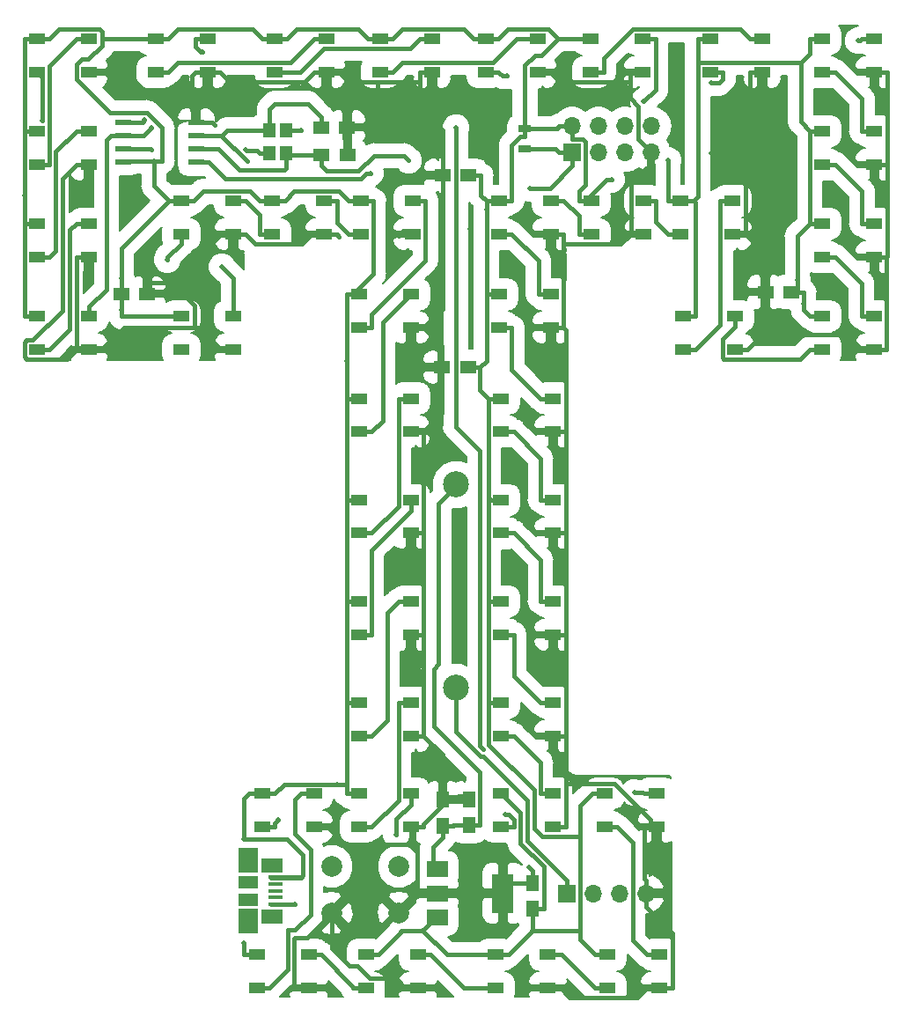
<source format=gbr>
G04 #@! TF.GenerationSoftware,KiCad,Pcbnew,(5.0.0)*
G04 #@! TF.CreationDate,2020-02-18T19:39:13-05:00*
G04 #@! TF.ProjectId,WS2812B Tiny T,575332383132422054696E7920542E6B,rev?*
G04 #@! TF.SameCoordinates,Original*
G04 #@! TF.FileFunction,Copper,L1,Top,Signal*
G04 #@! TF.FilePolarity,Positive*
%FSLAX46Y46*%
G04 Gerber Fmt 4.6, Leading zero omitted, Abs format (unit mm)*
G04 Created by KiCad (PCBNEW (5.0.0)) date 02/18/20 19:39:13*
%MOMM*%
%LPD*%
G01*
G04 APERTURE LIST*
G04 #@! TA.AperFunction,ComponentPad*
%ADD10C,2.500000*%
G04 #@! TD*
G04 #@! TA.AperFunction,SMDPad,CuDef*
%ADD11R,1.600000X1.000000*%
G04 #@! TD*
G04 #@! TA.AperFunction,SMDPad,CuDef*
%ADD12R,1.500000X1.250000*%
G04 #@! TD*
G04 #@! TA.AperFunction,SMDPad,CuDef*
%ADD13R,1.250000X1.500000*%
G04 #@! TD*
G04 #@! TA.AperFunction,ComponentPad*
%ADD14O,1.700000X1.700000*%
G04 #@! TD*
G04 #@! TA.AperFunction,ComponentPad*
%ADD15R,1.700000X1.700000*%
G04 #@! TD*
G04 #@! TA.AperFunction,ComponentPad*
%ADD16C,2.000000*%
G04 #@! TD*
G04 #@! TA.AperFunction,SMDPad,CuDef*
%ADD17R,1.300000X0.700000*%
G04 #@! TD*
G04 #@! TA.AperFunction,SMDPad,CuDef*
%ADD18R,1.550000X0.600000*%
G04 #@! TD*
G04 #@! TA.AperFunction,SMDPad,CuDef*
%ADD19R,1.150000X1.400000*%
G04 #@! TD*
G04 #@! TA.AperFunction,SMDPad,CuDef*
%ADD20R,2.100000X1.475000*%
G04 #@! TD*
G04 #@! TA.AperFunction,SMDPad,CuDef*
%ADD21R,1.900000X1.175000*%
G04 #@! TD*
G04 #@! TA.AperFunction,SMDPad,CuDef*
%ADD22R,1.900000X2.375000*%
G04 #@! TD*
G04 #@! TA.AperFunction,SMDPad,CuDef*
%ADD23R,1.380000X0.450000*%
G04 #@! TD*
G04 #@! TA.AperFunction,SMDPad,CuDef*
%ADD24R,2.000000X1.500000*%
G04 #@! TD*
G04 #@! TA.AperFunction,SMDPad,CuDef*
%ADD25R,2.000000X3.800000*%
G04 #@! TD*
G04 #@! TA.AperFunction,ViaPad*
%ADD26C,0.500000*%
G04 #@! TD*
G04 #@! TA.AperFunction,Conductor*
%ADD27C,0.400000*%
G04 #@! TD*
G04 #@! TA.AperFunction,Conductor*
%ADD28C,0.200000*%
G04 #@! TD*
G04 APERTURE END LIST*
D10*
G04 #@! TO.P,J1,1*
G04 #@! TO.N,V-Switch*
X127512000Y-121412000D03*
G04 #@! TO.P,J1,2*
G04 #@! TO.N,+BATT*
X127512000Y-101912000D03*
G04 #@! TD*
D11*
G04 #@! TO.P,U1,1*
G04 #@! TO.N,+5V*
X87162000Y-85712500D03*
G04 #@! TO.P,U1,2*
G04 #@! TO.N,Net-(U1-Pad2)*
X87162000Y-88912500D03*
G04 #@! TO.P,U1,4*
G04 #@! TO.N,DIN*
X92162000Y-85712500D03*
G04 #@! TO.P,U1,3*
G04 #@! TO.N,GND*
X92162000Y-88912500D03*
G04 #@! TD*
G04 #@! TO.P,U2,3*
G04 #@! TO.N,GND*
X92162000Y-80022500D03*
G04 #@! TO.P,U2,4*
G04 #@! TO.N,Net-(U1-Pad2)*
X92162000Y-76822500D03*
G04 #@! TO.P,U2,2*
G04 #@! TO.N,Net-(U2-Pad2)*
X87162000Y-80022500D03*
G04 #@! TO.P,U2,1*
G04 #@! TO.N,+5V*
X87162000Y-76822500D03*
G04 #@! TD*
G04 #@! TO.P,U3,1*
G04 #@! TO.N,+5V*
X87162000Y-67932500D03*
G04 #@! TO.P,U3,2*
G04 #@! TO.N,Net-(U3-Pad2)*
X87162000Y-71132500D03*
G04 #@! TO.P,U3,4*
G04 #@! TO.N,Net-(U2-Pad2)*
X92162000Y-67932500D03*
G04 #@! TO.P,U3,3*
G04 #@! TO.N,GND*
X92162000Y-71132500D03*
G04 #@! TD*
G04 #@! TO.P,U4,3*
G04 #@! TO.N,GND*
X92162000Y-62242500D03*
G04 #@! TO.P,U4,4*
G04 #@! TO.N,Net-(U3-Pad2)*
X92162000Y-59042500D03*
G04 #@! TO.P,U4,2*
G04 #@! TO.N,Net-(U4-Pad2)*
X87162000Y-62242500D03*
G04 #@! TO.P,U4,1*
G04 #@! TO.N,+5V*
X87162000Y-59042500D03*
G04 #@! TD*
G04 #@! TO.P,U5,1*
G04 #@! TO.N,+5V*
X98592000Y-59042500D03*
G04 #@! TO.P,U5,2*
G04 #@! TO.N,Net-(U5-Pad2)*
X98592000Y-62242500D03*
G04 #@! TO.P,U5,4*
G04 #@! TO.N,Net-(U4-Pad2)*
X103592000Y-59042500D03*
G04 #@! TO.P,U5,3*
G04 #@! TO.N,GND*
X103592000Y-62242500D03*
G04 #@! TD*
G04 #@! TO.P,U6,3*
G04 #@! TO.N,GND*
X115022000Y-62242500D03*
G04 #@! TO.P,U6,4*
G04 #@! TO.N,Net-(U5-Pad2)*
X115022000Y-59042500D03*
G04 #@! TO.P,U6,2*
G04 #@! TO.N,Net-(U6-Pad2)*
X110022000Y-62242500D03*
G04 #@! TO.P,U6,1*
G04 #@! TO.N,+5V*
X110022000Y-59042500D03*
G04 #@! TD*
G04 #@! TO.P,U7,1*
G04 #@! TO.N,+5V*
X120182000Y-59042500D03*
G04 #@! TO.P,U7,2*
G04 #@! TO.N,Net-(U7-Pad2)*
X120182000Y-62242500D03*
G04 #@! TO.P,U7,4*
G04 #@! TO.N,Net-(U6-Pad2)*
X125182000Y-59042500D03*
G04 #@! TO.P,U7,3*
G04 #@! TO.N,GND*
X125182000Y-62242500D03*
G04 #@! TD*
G04 #@! TO.P,U8,3*
G04 #@! TO.N,GND*
X135342000Y-62242500D03*
G04 #@! TO.P,U8,4*
G04 #@! TO.N,Net-(U7-Pad2)*
X135342000Y-59042500D03*
G04 #@! TO.P,U8,2*
G04 #@! TO.N,Net-(U8-Pad2)*
X130342000Y-62242500D03*
G04 #@! TO.P,U8,1*
G04 #@! TO.N,+5V*
X130342000Y-59042500D03*
G04 #@! TD*
G04 #@! TO.P,U9,1*
G04 #@! TO.N,+5V*
X140462000Y-59042500D03*
G04 #@! TO.P,U9,2*
G04 #@! TO.N,Net-(U10-Pad4)*
X140462000Y-62242500D03*
G04 #@! TO.P,U9,4*
G04 #@! TO.N,Net-(U8-Pad2)*
X145462000Y-59042500D03*
G04 #@! TO.P,U9,3*
G04 #@! TO.N,GND*
X145462000Y-62242500D03*
G04 #@! TD*
G04 #@! TO.P,U10,3*
G04 #@! TO.N,GND*
X156932000Y-62242500D03*
G04 #@! TO.P,U10,4*
G04 #@! TO.N,Net-(U10-Pad4)*
X156932000Y-59042500D03*
G04 #@! TO.P,U10,2*
G04 #@! TO.N,Net-(U10-Pad2)*
X151932000Y-62242500D03*
G04 #@! TO.P,U10,1*
G04 #@! TO.N,+5V*
X151932000Y-59042500D03*
G04 #@! TD*
G04 #@! TO.P,U11,1*
G04 #@! TO.N,+5V*
X162727000Y-59042500D03*
G04 #@! TO.P,U11,2*
G04 #@! TO.N,Net-(U11-Pad2)*
X162727000Y-62242500D03*
G04 #@! TO.P,U11,4*
G04 #@! TO.N,Net-(U10-Pad2)*
X167727000Y-59042500D03*
G04 #@! TO.P,U11,3*
G04 #@! TO.N,GND*
X167727000Y-62242500D03*
G04 #@! TD*
G04 #@! TO.P,U12,3*
G04 #@! TO.N,GND*
X167727000Y-71132500D03*
G04 #@! TO.P,U12,4*
G04 #@! TO.N,Net-(U11-Pad2)*
X167727000Y-67932500D03*
G04 #@! TO.P,U12,2*
G04 #@! TO.N,Net-(U12-Pad2)*
X162727000Y-71132500D03*
G04 #@! TO.P,U12,1*
G04 #@! TO.N,+5V*
X162727000Y-67932500D03*
G04 #@! TD*
G04 #@! TO.P,U13,1*
G04 #@! TO.N,+5V*
X162727000Y-76822500D03*
G04 #@! TO.P,U13,2*
G04 #@! TO.N,Net-(U13-Pad2)*
X162727000Y-80022500D03*
G04 #@! TO.P,U13,4*
G04 #@! TO.N,Net-(U12-Pad2)*
X167727000Y-76822500D03*
G04 #@! TO.P,U13,3*
G04 #@! TO.N,GND*
X167727000Y-80022500D03*
G04 #@! TD*
G04 #@! TO.P,U15,3*
G04 #@! TO.N,GND*
X154301000Y-88912500D03*
G04 #@! TO.P,U15,4*
G04 #@! TO.N,Net-(U14-Pad2)*
X154301000Y-85712500D03*
G04 #@! TO.P,U15,2*
G04 #@! TO.N,Net-(U15-Pad2)*
X149301000Y-88912500D03*
G04 #@! TO.P,U15,1*
G04 #@! TO.N,+5V*
X149301000Y-85712500D03*
G04 #@! TD*
G04 #@! TO.P,U16,1*
G04 #@! TO.N,+5V*
X149098000Y-74622500D03*
G04 #@! TO.P,U16,2*
G04 #@! TO.N,Net-(U16-Pad2)*
X149098000Y-77822500D03*
G04 #@! TO.P,U16,4*
G04 #@! TO.N,Net-(U15-Pad2)*
X154098000Y-74622500D03*
G04 #@! TO.P,U16,3*
G04 #@! TO.N,GND*
X154098000Y-77822500D03*
G04 #@! TD*
G04 #@! TO.P,U17,3*
G04 #@! TO.N,GND*
X145502000Y-77822500D03*
G04 #@! TO.P,U17,4*
G04 #@! TO.N,Net-(U16-Pad2)*
X145502000Y-74622500D03*
G04 #@! TO.P,U17,2*
G04 #@! TO.N,Net-(U17-Pad2)*
X140502000Y-77822500D03*
G04 #@! TO.P,U17,1*
G04 #@! TO.N,+5V*
X140502000Y-74622500D03*
G04 #@! TD*
G04 #@! TO.P,U18,1*
G04 #@! TO.N,+5V*
X131612000Y-74622500D03*
G04 #@! TO.P,U18,2*
G04 #@! TO.N,Net-(U18-Pad2)*
X131612000Y-77822500D03*
G04 #@! TO.P,U18,4*
G04 #@! TO.N,Net-(U17-Pad2)*
X136612000Y-74622500D03*
G04 #@! TO.P,U18,3*
G04 #@! TO.N,GND*
X136612000Y-77822500D03*
G04 #@! TD*
G04 #@! TO.P,U19,3*
G04 #@! TO.N,GND*
X136612000Y-86822500D03*
G04 #@! TO.P,U19,4*
G04 #@! TO.N,Net-(U18-Pad2)*
X136612000Y-83622500D03*
G04 #@! TO.P,U19,2*
G04 #@! TO.N,Net-(U19-Pad2)*
X131612000Y-86822500D03*
G04 #@! TO.P,U19,1*
G04 #@! TO.N,+5V*
X131612000Y-83622500D03*
G04 #@! TD*
G04 #@! TO.P,U20,1*
G04 #@! TO.N,+5V*
X131812000Y-93622500D03*
G04 #@! TO.P,U20,2*
G04 #@! TO.N,Net-(U20-Pad2)*
X131812000Y-96822500D03*
G04 #@! TO.P,U20,4*
G04 #@! TO.N,Net-(U19-Pad2)*
X136812000Y-93622500D03*
G04 #@! TO.P,U20,3*
G04 #@! TO.N,GND*
X136812000Y-96822500D03*
G04 #@! TD*
G04 #@! TO.P,U21,1*
G04 #@! TO.N,+5V*
X131812000Y-103372500D03*
G04 #@! TO.P,U21,2*
G04 #@! TO.N,Net-(U21-Pad2)*
X131812000Y-106572500D03*
G04 #@! TO.P,U21,4*
G04 #@! TO.N,Net-(U20-Pad2)*
X136812000Y-103372500D03*
G04 #@! TO.P,U21,3*
G04 #@! TO.N,GND*
X136812000Y-106572500D03*
G04 #@! TD*
G04 #@! TO.P,U22,3*
G04 #@! TO.N,GND*
X136812000Y-116322500D03*
G04 #@! TO.P,U22,4*
G04 #@! TO.N,Net-(U21-Pad2)*
X136812000Y-113122500D03*
G04 #@! TO.P,U22,2*
G04 #@! TO.N,Net-(U22-Pad2)*
X131812000Y-116322500D03*
G04 #@! TO.P,U22,1*
G04 #@! TO.N,+5V*
X131812000Y-113122500D03*
G04 #@! TD*
G04 #@! TO.P,U23,1*
G04 #@! TO.N,+5V*
X131812000Y-122872500D03*
G04 #@! TO.P,U23,2*
G04 #@! TO.N,Net-(U23-Pad2)*
X131812000Y-126072500D03*
G04 #@! TO.P,U23,4*
G04 #@! TO.N,Net-(U22-Pad2)*
X136812000Y-122872500D03*
G04 #@! TO.P,U23,3*
G04 #@! TO.N,GND*
X136812000Y-126072500D03*
G04 #@! TD*
G04 #@! TO.P,U24,3*
G04 #@! TO.N,GND*
X136812000Y-134822500D03*
G04 #@! TO.P,U24,4*
G04 #@! TO.N,Net-(U23-Pad2)*
X136812000Y-131622500D03*
G04 #@! TO.P,U24,2*
G04 #@! TO.N,Net-(U24-Pad2)*
X131812000Y-134822500D03*
G04 #@! TO.P,U24,1*
G04 #@! TO.N,+5V*
X131812000Y-131622500D03*
G04 #@! TD*
G04 #@! TO.P,U25,1*
G04 #@! TO.N,+5V*
X141772000Y-131622500D03*
G04 #@! TO.P,U25,2*
G04 #@! TO.N,Net-(U25-Pad2)*
X141772000Y-134822500D03*
G04 #@! TO.P,U25,4*
G04 #@! TO.N,Net-(U24-Pad2)*
X146772000Y-131622500D03*
G04 #@! TO.P,U25,3*
G04 #@! TO.N,GND*
X146772000Y-134822500D03*
G04 #@! TD*
G04 #@! TO.P,U26,3*
G04 #@! TO.N,GND*
X147062000Y-150322500D03*
G04 #@! TO.P,U26,4*
G04 #@! TO.N,Net-(U25-Pad2)*
X147062000Y-147122500D03*
G04 #@! TO.P,U26,2*
G04 #@! TO.N,Net-(U26-Pad2)*
X142062000Y-150322500D03*
G04 #@! TO.P,U26,1*
G04 #@! TO.N,+5V*
X142062000Y-147122500D03*
G04 #@! TD*
G04 #@! TO.P,U27,1*
G04 #@! TO.N,+5V*
X131312000Y-147122500D03*
G04 #@! TO.P,U27,2*
G04 #@! TO.N,Net-(U27-Pad2)*
X131312000Y-150322500D03*
G04 #@! TO.P,U27,4*
G04 #@! TO.N,Net-(U26-Pad2)*
X136312000Y-147122500D03*
G04 #@! TO.P,U27,3*
G04 #@! TO.N,GND*
X136312000Y-150322500D03*
G04 #@! TD*
G04 #@! TO.P,U28,3*
G04 #@! TO.N,GND*
X123812000Y-150322500D03*
G04 #@! TO.P,U28,4*
G04 #@! TO.N,Net-(U27-Pad2)*
X123812000Y-147122500D03*
G04 #@! TO.P,U28,2*
G04 #@! TO.N,Net-(U28-Pad2)*
X118812000Y-150322500D03*
G04 #@! TO.P,U28,1*
G04 #@! TO.N,+5V*
X118812000Y-147122500D03*
G04 #@! TD*
G04 #@! TO.P,U29,1*
G04 #@! TO.N,+5V*
X108312000Y-147122500D03*
G04 #@! TO.P,U29,2*
G04 #@! TO.N,Net-(U29-Pad2)*
X108312000Y-150322500D03*
G04 #@! TO.P,U29,4*
G04 #@! TO.N,Net-(U28-Pad2)*
X113312000Y-147122500D03*
G04 #@! TO.P,U29,3*
G04 #@! TO.N,GND*
X113312000Y-150322500D03*
G04 #@! TD*
G04 #@! TO.P,U30,3*
G04 #@! TO.N,GND*
X113812000Y-134822500D03*
G04 #@! TO.P,U30,4*
G04 #@! TO.N,Net-(U29-Pad2)*
X113812000Y-131622500D03*
G04 #@! TO.P,U30,2*
G04 #@! TO.N,Net-(U30-Pad2)*
X108812000Y-134822500D03*
G04 #@! TO.P,U30,1*
G04 #@! TO.N,+5V*
X108812000Y-131622500D03*
G04 #@! TD*
G04 #@! TO.P,U31,1*
G04 #@! TO.N,+5V*
X118142000Y-131622500D03*
G04 #@! TO.P,U31,2*
G04 #@! TO.N,Net-(U31-Pad2)*
X118142000Y-134822500D03*
G04 #@! TO.P,U31,4*
G04 #@! TO.N,Net-(U30-Pad2)*
X123142000Y-131622500D03*
G04 #@! TO.P,U31,3*
G04 #@! TO.N,GND*
X123142000Y-134822500D03*
G04 #@! TD*
G04 #@! TO.P,U32,3*
G04 #@! TO.N,GND*
X123142000Y-126072500D03*
G04 #@! TO.P,U32,4*
G04 #@! TO.N,Net-(U31-Pad2)*
X123142000Y-122872500D03*
G04 #@! TO.P,U32,2*
G04 #@! TO.N,Net-(U32-Pad2)*
X118142000Y-126072500D03*
G04 #@! TO.P,U32,1*
G04 #@! TO.N,+5V*
X118142000Y-122872500D03*
G04 #@! TD*
G04 #@! TO.P,U33,1*
G04 #@! TO.N,+5V*
X118142000Y-113122500D03*
G04 #@! TO.P,U33,2*
G04 #@! TO.N,Net-(U33-Pad2)*
X118142000Y-116322500D03*
G04 #@! TO.P,U33,4*
G04 #@! TO.N,Net-(U32-Pad2)*
X123142000Y-113122500D03*
G04 #@! TO.P,U33,3*
G04 #@! TO.N,GND*
X123142000Y-116322500D03*
G04 #@! TD*
G04 #@! TO.P,U34,3*
G04 #@! TO.N,GND*
X123142000Y-106572500D03*
G04 #@! TO.P,U34,4*
G04 #@! TO.N,Net-(U33-Pad2)*
X123142000Y-103372500D03*
G04 #@! TO.P,U34,2*
G04 #@! TO.N,Net-(U34-Pad2)*
X118142000Y-106572500D03*
G04 #@! TO.P,U34,1*
G04 #@! TO.N,+5V*
X118142000Y-103372500D03*
G04 #@! TD*
G04 #@! TO.P,U35,1*
G04 #@! TO.N,+5V*
X118142000Y-93622500D03*
G04 #@! TO.P,U35,2*
G04 #@! TO.N,Net-(U35-Pad2)*
X118142000Y-96822500D03*
G04 #@! TO.P,U35,4*
G04 #@! TO.N,Net-(U34-Pad2)*
X123142000Y-93622500D03*
G04 #@! TO.P,U35,3*
G04 #@! TO.N,GND*
X123142000Y-96822500D03*
G04 #@! TD*
G04 #@! TO.P,U36,3*
G04 #@! TO.N,GND*
X123142000Y-86822500D03*
G04 #@! TO.P,U36,4*
G04 #@! TO.N,Net-(U35-Pad2)*
X123142000Y-83622500D03*
G04 #@! TO.P,U36,2*
G04 #@! TO.N,Net-(U36-Pad2)*
X118142000Y-86822500D03*
G04 #@! TO.P,U36,1*
G04 #@! TO.N,+5V*
X118142000Y-83622500D03*
G04 #@! TD*
G04 #@! TO.P,U37,1*
G04 #@! TO.N,+5V*
X118312000Y-74622500D03*
G04 #@! TO.P,U37,2*
G04 #@! TO.N,Net-(U37-Pad2)*
X118312000Y-77822500D03*
G04 #@! TO.P,U37,4*
G04 #@! TO.N,Net-(U36-Pad2)*
X123312000Y-74622500D03*
G04 #@! TO.P,U37,3*
G04 #@! TO.N,GND*
X123312000Y-77822500D03*
G04 #@! TD*
G04 #@! TO.P,U38,3*
G04 #@! TO.N,GND*
X114812000Y-77822500D03*
G04 #@! TO.P,U38,4*
G04 #@! TO.N,Net-(U37-Pad2)*
X114812000Y-74622500D03*
G04 #@! TO.P,U38,2*
G04 #@! TO.N,Net-(U38-Pad2)*
X109812000Y-77822500D03*
G04 #@! TO.P,U38,1*
G04 #@! TO.N,+5V*
X109812000Y-74622500D03*
G04 #@! TD*
G04 #@! TO.P,U39,1*
G04 #@! TO.N,+5V*
X101062000Y-74622500D03*
G04 #@! TO.P,U39,2*
G04 #@! TO.N,Net-(U39-Pad2)*
X101062000Y-77822500D03*
G04 #@! TO.P,U39,4*
G04 #@! TO.N,Net-(U38-Pad2)*
X106062000Y-74622500D03*
G04 #@! TO.P,U39,3*
G04 #@! TO.N,GND*
X106062000Y-77822500D03*
G04 #@! TD*
G04 #@! TO.P,U14,1*
G04 #@! TO.N,+5V*
X162687000Y-85712500D03*
G04 #@! TO.P,U14,2*
G04 #@! TO.N,Net-(U14-Pad2)*
X162687000Y-88912500D03*
G04 #@! TO.P,U14,4*
G04 #@! TO.N,Net-(U13-Pad2)*
X167687000Y-85712500D03*
G04 #@! TO.P,U14,3*
G04 #@! TO.N,GND*
X167687000Y-88912500D03*
G04 #@! TD*
D12*
G04 #@! TO.P,C1,1*
G04 #@! TO.N,PB3*
X114554000Y-70231000D03*
G04 #@! TO.P,C1,2*
G04 #@! TO.N,GND*
X117054000Y-70231000D03*
G04 #@! TD*
G04 #@! TO.P,C2,2*
G04 #@! TO.N,GND*
X116990500Y-67564000D03*
G04 #@! TO.P,C2,1*
G04 #@! TO.N,PB4*
X114490500Y-67564000D03*
G04 #@! TD*
D13*
G04 #@! TO.P,C3,2*
G04 #@! TO.N,GND*
X134874000Y-140195500D03*
G04 #@! TO.P,C3,1*
G04 #@! TO.N,+5V*
X134874000Y-142695500D03*
G04 #@! TD*
D12*
G04 #@! TO.P,C4,1*
G04 #@! TO.N,+5V*
X128687000Y-72174100D03*
G04 #@! TO.P,C4,2*
G04 #@! TO.N,GND*
X126187000Y-72174100D03*
G04 #@! TD*
G04 #@! TO.P,C5,2*
G04 #@! TO.N,GND*
X97770000Y-83553300D03*
G04 #@! TO.P,C5,1*
G04 #@! TO.N,+5V*
X95270000Y-83553300D03*
G04 #@! TD*
G04 #@! TO.P,C6,1*
G04 #@! TO.N,+5V*
X128626000Y-90614500D03*
G04 #@! TO.P,C6,2*
G04 #@! TO.N,GND*
X126126000Y-90614500D03*
G04 #@! TD*
G04 #@! TO.P,C7,2*
G04 #@! TO.N,GND*
X157246000Y-83400900D03*
G04 #@! TO.P,C7,1*
G04 #@! TO.N,+5V*
X159746000Y-83400900D03*
G04 #@! TD*
D13*
G04 #@! TO.P,C8,1*
G04 #@! TO.N,+BATT*
X126187000Y-134688500D03*
G04 #@! TO.P,C8,2*
G04 #@! TO.N,GND*
X126187000Y-132188500D03*
G04 #@! TD*
G04 #@! TO.P,C9,2*
G04 #@! TO.N,GND*
X128701000Y-132169500D03*
G04 #@! TO.P,C9,1*
G04 #@! TO.N,+BATT*
X128701000Y-134669500D03*
G04 #@! TD*
D14*
G04 #@! TO.P,J2,4*
G04 #@! TO.N,GND*
X145732000Y-141222500D03*
G04 #@! TO.P,J2,3*
G04 #@! TO.N,V-Switch*
X143192000Y-141222500D03*
G04 #@! TO.P,J2,2*
X140652000Y-141222500D03*
D15*
G04 #@! TO.P,J2,1*
X138112000Y-141222500D03*
G04 #@! TD*
D11*
G04 #@! TO.P,U40,1*
G04 #@! TO.N,+5V*
X101062000Y-85722500D03*
G04 #@! TO.P,U40,2*
G04 #@! TO.N,N/C*
X101062000Y-88922500D03*
G04 #@! TO.P,U40,4*
G04 #@! TO.N,Net-(U39-Pad2)*
X106062000Y-85722500D03*
G04 #@! TO.P,U40,3*
G04 #@! TO.N,GND*
X106062000Y-88922500D03*
G04 #@! TD*
D16*
G04 #@! TO.P,SW1,1*
G04 #@! TO.N,BTN*
X122000000Y-138622500D03*
G04 #@! TO.P,SW1,2*
G04 #@! TO.N,GND*
X122000000Y-143122500D03*
G04 #@! TO.P,SW1,1*
G04 #@! TO.N,BTN*
X115500000Y-138622500D03*
G04 #@! TO.P,SW1,2*
G04 #@! TO.N,GND*
X115500000Y-143122500D03*
G04 #@! TD*
D14*
G04 #@! TO.P,J3,8*
G04 #@! TO.N,PB0*
X146300000Y-67453500D03*
G04 #@! TO.P,J3,7*
G04 #@! TO.N,GND*
X146300000Y-69993500D03*
G04 #@! TO.P,J3,6*
G04 #@! TO.N,DIN*
X143760000Y-67453500D03*
G04 #@! TO.P,J3,5*
G04 #@! TO.N,PB4*
X143760000Y-69993500D03*
G04 #@! TO.P,J3,4*
G04 #@! TO.N,BTN*
X141220000Y-67453500D03*
G04 #@! TO.P,J3,3*
G04 #@! TO.N,PB3*
X141220000Y-69993500D03*
G04 #@! TO.P,J3,2*
G04 #@! TO.N,+5V*
X138680000Y-67453500D03*
D15*
G04 #@! TO.P,J3,1*
G04 #@! TO.N,RST*
X138680000Y-69993500D03*
G04 #@! TD*
D17*
G04 #@! TO.P,R1,2*
G04 #@! TO.N,RST*
X134112000Y-69603700D03*
G04 #@! TO.P,R1,1*
G04 #@! TO.N,+5V*
X134112000Y-67703700D03*
G04 #@! TD*
D18*
G04 #@! TO.P,MCU1,1*
G04 #@! TO.N,RST*
X102489000Y-70866000D03*
G04 #@! TO.P,MCU1,2*
G04 #@! TO.N,PB3*
X102489000Y-69596000D03*
G04 #@! TO.P,MCU1,3*
G04 #@! TO.N,PB4*
X102489000Y-68326000D03*
G04 #@! TO.P,MCU1,4*
G04 #@! TO.N,GND*
X102489000Y-67056000D03*
G04 #@! TO.P,MCU1,5*
G04 #@! TO.N,PB0*
X95489000Y-67056000D03*
G04 #@! TO.P,MCU1,6*
G04 #@! TO.N,DIN*
X95489000Y-68326000D03*
G04 #@! TO.P,MCU1,7*
G04 #@! TO.N,BTN*
X95489000Y-69596000D03*
G04 #@! TO.P,MCU1,8*
G04 #@! TO.N,+5V*
X95489000Y-70861000D03*
G04 #@! TD*
D19*
G04 #@! TO.P,Y1,4*
G04 #@! TO.N,GND*
X109537500Y-70018000D03*
G04 #@! TO.P,Y1,3*
G04 #@! TO.N,PB4*
X109537500Y-67818000D03*
G04 #@! TO.P,Y1,2*
G04 #@! TO.N,GND*
X111137500Y-67818000D03*
G04 #@! TO.P,Y1,1*
G04 #@! TO.N,PB3*
X111137500Y-70018000D03*
G04 #@! TD*
D20*
G04 #@! TO.P,USB1,SH*
G04 #@! TO.N,N/C*
X109750000Y-143425000D03*
D21*
X107450000Y-141800000D03*
D22*
X107450000Y-138050000D03*
X107450000Y-143875000D03*
D21*
X107450000Y-140125000D03*
D20*
X109750000Y-138500000D03*
D23*
G04 #@! TO.P,USB1,1*
G04 #@! TO.N,+5V*
X110110000Y-139662500D03*
G04 #@! TO.P,USB1,2*
G04 #@! TO.N,N/C*
X110110000Y-140312500D03*
G04 #@! TO.P,USB1,3*
X110110000Y-140962500D03*
G04 #@! TO.P,USB1,4*
X110110000Y-141612500D03*
G04 #@! TO.P,USB1,5*
G04 #@! TO.N,V-Switch*
X110110000Y-142262500D03*
G04 #@! TD*
D24*
G04 #@! TO.P,U41,1*
G04 #@! TO.N,+BATT*
X125700000Y-138911500D03*
G04 #@! TO.P,U41,3*
G04 #@! TO.N,+5V*
X125700000Y-143511500D03*
G04 #@! TO.P,U41,2*
G04 #@! TO.N,GND*
X125700000Y-141211500D03*
D25*
X132000000Y-141211500D03*
G04 #@! TD*
D26*
G04 #@! TO.N,GND*
X116225100Y-78067800D03*
X121955500Y-77972000D03*
X134531300Y-138692800D03*
X152047700Y-70009700D03*
X107251500Y-69723000D03*
X92011500Y-72707500D03*
X95707000Y-62242500D03*
X112585500Y-67818000D03*
X104267000Y-67310000D03*
X119253000Y-67564000D03*
X127800000Y-110100000D03*
X149000000Y-62000000D03*
X95600000Y-74700000D03*
X128800000Y-77300000D03*
G04 #@! TO.N,+5V*
X147889500Y-70724800D03*
X142424800Y-72576000D03*
X160326200Y-82232500D03*
X130401700Y-75425300D03*
X98440400Y-70777100D03*
X134874000Y-144770800D03*
X124268700Y-144767300D03*
X122237700Y-144907100D03*
X95270000Y-85077300D03*
X95270000Y-82080100D03*
X160906300Y-84518500D03*
X116931700Y-90055700D03*
X85951700Y-74104500D03*
X116027200Y-130712100D03*
X137273400Y-59042500D03*
X107101700Y-146000000D03*
X107101700Y-136000000D03*
G04 #@! TO.N,DIN*
X98179100Y-67549200D03*
G04 #@! TO.N,Net-(U4-Pad2)*
X103067500Y-60337300D03*
X87676300Y-66875700D03*
G04 #@! TO.N,Net-(U8-Pad2)*
X132397900Y-62628200D03*
X145535500Y-65088700D03*
G04 #@! TO.N,Net-(U10-Pad2)*
X166160800Y-59240000D03*
X152047700Y-63300500D03*
G04 #@! TO.N,Net-(U24-Pad2)*
X144618900Y-131522200D03*
X132217200Y-133637400D03*
G04 #@! TO.N,Net-(U30-Pad2)*
X121751400Y-135565400D03*
X110356800Y-134167800D03*
G04 #@! TO.N,BTN*
X130128100Y-127357400D03*
X127509500Y-67577200D03*
X98179100Y-69678300D03*
G04 #@! TO.N,Net-(U39-Pad2)*
X99720400Y-80302100D03*
X104952800Y-80962500D03*
G04 #@! TO.N,PB3*
X122938600Y-70749800D03*
G04 #@! TO.N,PB4*
X107378500Y-70802500D03*
G04 #@! TO.N,PB0*
X97498000Y-66864000D03*
G04 #@! TO.N,RST*
X119227600Y-71970900D03*
X134569200Y-73393300D03*
G04 #@! TO.N,V-Switch*
X111950000Y-142300000D03*
G04 #@! TD*
D27*
G04 #@! TO.N,GND*
X122706900Y-77822500D02*
X122406000Y-77521500D01*
X122406000Y-77521500D02*
X121955500Y-77972000D01*
X114812000Y-77822500D02*
X116022300Y-77822500D01*
X116225100Y-78067800D02*
X116022300Y-77865000D01*
X116022300Y-77865000D02*
X116022300Y-77822500D01*
X90951700Y-88912500D02*
X90041300Y-89822900D01*
X90041300Y-89822900D02*
X86141000Y-89822900D01*
X86141000Y-89822900D02*
X85951600Y-89633500D01*
X85951600Y-89633500D02*
X85951600Y-88206000D01*
X85951600Y-88206000D02*
X86155500Y-88002100D01*
X86155500Y-88002100D02*
X86761800Y-88002100D01*
X86761800Y-88002100D02*
X89593100Y-85170800D01*
X89593100Y-85170800D02*
X89593100Y-72491100D01*
X89593100Y-72491100D02*
X90951700Y-71132500D01*
X90951700Y-80022500D02*
X90951700Y-88912500D01*
X92162000Y-71132500D02*
X90951700Y-71132500D01*
X102306300Y-86770500D02*
X95514300Y-86770500D01*
X95514300Y-86770500D02*
X93372300Y-88912500D01*
X104851700Y-88922500D02*
X102699700Y-86770500D01*
X102699700Y-86770500D02*
X102306300Y-86770500D01*
X102306300Y-86770500D02*
X102306300Y-84668100D01*
X102306300Y-84668100D02*
X100156200Y-82518000D01*
X92162000Y-88912500D02*
X93372300Y-88912500D01*
X103592000Y-62242500D02*
X104802300Y-62242500D01*
X115022000Y-62242500D02*
X113811700Y-62242500D01*
X113811700Y-62242500D02*
X112901400Y-63152800D01*
X112901400Y-63152800D02*
X105712600Y-63152800D01*
X105712600Y-63152800D02*
X104802300Y-62242500D01*
X115627200Y-62242500D02*
X115022000Y-62242500D01*
X115627200Y-62242500D02*
X116232300Y-62242500D01*
X144251700Y-63152800D02*
X144251700Y-64738600D01*
X144251700Y-64738600D02*
X145030000Y-65516900D01*
X145030000Y-65516900D02*
X145030000Y-68014600D01*
X134874000Y-140195500D02*
X134874000Y-139035200D01*
X134531300Y-138692800D02*
X134873700Y-139035200D01*
X134873700Y-139035200D02*
X134874000Y-139035200D01*
X155308300Y-70009700D02*
X152047700Y-70009700D01*
X155721700Y-62242500D02*
X155721700Y-69596300D01*
X155721700Y-69596300D02*
X155308300Y-70009700D01*
X155308300Y-70009700D02*
X155308300Y-77822500D01*
X168897300Y-80022500D02*
X168937300Y-79982500D01*
X168937300Y-79982500D02*
X168937300Y-71132500D01*
X168784700Y-80022500D02*
X168897300Y-80022500D01*
X168897300Y-88912500D02*
X168897300Y-80022500D01*
X167727000Y-80022500D02*
X168784700Y-80022500D01*
X157246000Y-87465000D02*
X165029200Y-87465000D01*
X165029200Y-87465000D02*
X166476700Y-88912500D01*
X155511300Y-88912500D02*
X156958800Y-87465000D01*
X156958800Y-87465000D02*
X157246000Y-87465000D01*
X157246000Y-84436200D02*
X157246000Y-87465000D01*
X167687000Y-88912500D02*
X166476700Y-88912500D01*
X137822300Y-78781200D02*
X137822300Y-77822500D01*
X137822300Y-86822500D02*
X137822300Y-78781200D01*
X137822300Y-78781200D02*
X143333000Y-78781200D01*
X143333000Y-78781200D02*
X144291700Y-77822500D01*
X138022300Y-96822500D02*
X138022300Y-87022500D01*
X138022300Y-87022500D02*
X137822300Y-86822500D01*
X137869700Y-96822500D02*
X138022300Y-96822500D01*
X136812000Y-96822500D02*
X137869700Y-96822500D01*
X138022300Y-106572500D02*
X138022300Y-96822500D01*
X137869700Y-106572500D02*
X138022300Y-106572500D01*
X136812000Y-106572500D02*
X137869700Y-106572500D01*
X138022300Y-116322500D02*
X138022300Y-106572500D01*
X137869700Y-116322500D02*
X138022300Y-116322500D01*
X136812000Y-116322500D02*
X137869700Y-116322500D01*
X138022300Y-130703200D02*
X138022300Y-126072500D01*
X138022300Y-134822500D02*
X138022300Y-130703200D01*
X146166900Y-134822500D02*
X146166900Y-134129600D01*
X146166900Y-134129600D02*
X142740500Y-130703200D01*
X142740500Y-130703200D02*
X138022300Y-130703200D01*
X146166900Y-134822500D02*
X145561700Y-134822500D01*
X146772000Y-134822500D02*
X146166900Y-134822500D01*
X147062000Y-150322500D02*
X145851700Y-150322500D01*
X136312000Y-150322500D02*
X137522300Y-150322500D01*
X137522300Y-150322500D02*
X138432600Y-151232800D01*
X138432600Y-151232800D02*
X144941400Y-151232800D01*
X144941400Y-151232800D02*
X145851700Y-150322500D01*
X124352300Y-86822500D02*
X126187000Y-84987800D01*
X126187000Y-84987800D02*
X126187000Y-72174100D01*
X124199700Y-86822500D02*
X124352300Y-86822500D01*
X123142000Y-86822500D02*
X124199700Y-86822500D01*
X123747200Y-134822500D02*
X124352300Y-134822500D01*
X123142000Y-134822500D02*
X123747200Y-134822500D01*
X124352300Y-126072500D02*
X126187000Y-127907200D01*
X126187000Y-127907200D02*
X126187000Y-132188500D01*
X124199700Y-126072500D02*
X124352300Y-126072500D01*
X123142000Y-126072500D02*
X124199700Y-126072500D01*
X124352300Y-96822500D02*
X124352300Y-106572500D01*
X124199700Y-96822500D02*
X124352300Y-96822500D01*
X123142000Y-96822500D02*
X124199700Y-96822500D01*
X126187000Y-72174100D02*
X126187000Y-71559300D01*
X123312000Y-77822500D02*
X122706900Y-77822500D01*
X114812000Y-77822500D02*
X113601700Y-77822500D01*
X106062000Y-77822500D02*
X107272300Y-77822500D01*
X107272300Y-77822500D02*
X108182600Y-78732800D01*
X108182600Y-78732800D02*
X112691400Y-78732800D01*
X112691400Y-78732800D02*
X113601700Y-77822500D01*
X105456900Y-77822500D02*
X106062000Y-77822500D01*
X105456900Y-77822500D02*
X104851700Y-77822500D01*
X167687000Y-88912500D02*
X168897300Y-88912500D01*
X100156200Y-82518000D02*
X104851700Y-77822500D01*
X97770000Y-82518000D02*
X100156200Y-82518000D01*
X106062000Y-88922500D02*
X104851700Y-88922500D01*
X92162000Y-88912500D02*
X90951700Y-88912500D01*
X92162000Y-80022500D02*
X90951700Y-80022500D01*
X123971700Y-63154000D02*
X123971700Y-62242500D01*
X116232300Y-62242500D02*
X117143800Y-63154000D01*
X135342000Y-62242500D02*
X136552300Y-62242500D01*
X144251700Y-63152800D02*
X144251700Y-62242500D01*
X136552300Y-62242500D02*
X137462600Y-63152800D01*
X137462600Y-63152800D02*
X144251700Y-63152800D01*
X156932000Y-62242500D02*
X155721700Y-62242500D01*
X167727000Y-62242500D02*
X168937300Y-62242500D01*
X167727000Y-71132500D02*
X168937300Y-71132500D01*
X168937300Y-71132500D02*
X168937300Y-62242500D01*
X157246000Y-83400900D02*
X157246000Y-84436200D01*
X154301000Y-88912500D02*
X155511300Y-88912500D01*
X145502000Y-77822500D02*
X144291700Y-77822500D01*
X144291700Y-77822500D02*
X144291700Y-72931900D01*
X144291700Y-72931900D02*
X145748600Y-71475000D01*
X136612000Y-77822500D02*
X137822300Y-77822500D01*
X136612000Y-86822500D02*
X137822300Y-86822500D01*
X138022300Y-116322500D02*
X138022300Y-126072500D01*
X136812000Y-126072500D02*
X138022300Y-126072500D01*
X136812000Y-134822500D02*
X138022300Y-134822500D01*
X145732000Y-141222500D02*
X145732000Y-142482800D01*
X147062000Y-150322500D02*
X148272300Y-150322500D01*
X148272300Y-150322500D02*
X148272300Y-145023100D01*
X148272300Y-145023100D02*
X145732000Y-142482800D01*
X123812000Y-150322500D02*
X122601700Y-150322500D01*
X122601700Y-150322500D02*
X121691400Y-149412200D01*
X121691400Y-149412200D02*
X119185800Y-149412200D01*
X124352300Y-126072500D02*
X124352300Y-116322500D01*
X123142000Y-116322500D02*
X124352300Y-116322500D01*
X123142000Y-106572500D02*
X124352300Y-106572500D01*
X124352300Y-106572500D02*
X124352300Y-116322500D01*
X126126000Y-90614500D02*
X126126000Y-95048800D01*
X126126000Y-95048800D02*
X124352300Y-96822500D01*
X126126000Y-90096800D02*
X126126000Y-90614500D01*
X126126000Y-90096800D02*
X126126000Y-89579200D01*
X126126000Y-89579200D02*
X126126000Y-88596200D01*
X126126000Y-88596200D02*
X124352300Y-86822500D01*
X126704700Y-132188500D02*
X124352300Y-134540900D01*
X124352300Y-134540900D02*
X124352300Y-134822500D01*
X126704700Y-132188500D02*
X127222300Y-132188500D01*
X126187000Y-132188500D02*
X126704700Y-132188500D01*
X131723000Y-140195500D02*
X131723000Y-139686500D01*
X97770000Y-83553300D02*
X97770000Y-82518000D01*
X154098000Y-77822500D02*
X155308300Y-77822500D01*
X157246000Y-83400900D02*
X157246000Y-79760200D01*
X157246000Y-79760200D02*
X155308300Y-77822500D01*
X128701000Y-132169500D02*
X127241300Y-132169500D01*
X127241300Y-132169500D02*
X127222300Y-132188500D01*
X145732000Y-141222500D02*
X145732000Y-139962200D01*
X145732000Y-139962200D02*
X145561700Y-139791900D01*
X145561700Y-139791900D02*
X145561700Y-134822500D01*
X103592000Y-62242500D02*
X102381700Y-62242500D01*
X102031300Y-62592900D02*
X102381700Y-62242500D01*
X131723000Y-142736500D02*
X131723000Y-140195500D01*
X131723000Y-140195500D02*
X133838700Y-140195500D01*
X134874000Y-140195500D02*
X133838700Y-140195500D01*
X145462000Y-62242500D02*
X144251700Y-62242500D01*
X125182000Y-62242500D02*
X123971700Y-62242500D01*
X108562500Y-70018000D02*
X108331000Y-69786500D01*
X109537500Y-70018000D02*
X108562500Y-70018000D01*
X108331000Y-69786500D02*
X107315000Y-69786500D01*
X107315000Y-69786500D02*
X107251500Y-69723000D01*
X92276500Y-71247000D02*
X92162000Y-71132500D01*
X102489000Y-66356000D02*
X102031300Y-65898300D01*
X102489000Y-67056000D02*
X102489000Y-66356000D01*
X92011500Y-71283000D02*
X92162000Y-71132500D01*
X92011500Y-72707500D02*
X92011500Y-71283000D01*
X97472500Y-64008000D02*
X102031300Y-64008000D01*
X95707000Y-62242500D02*
X95707000Y-62242500D01*
X92162000Y-62242500D02*
X95707000Y-62242500D01*
X102031300Y-65898300D02*
X102031300Y-64008000D01*
X102031300Y-64008000D02*
X102031300Y-62592900D01*
X95707000Y-62242500D02*
X97472500Y-64008000D01*
X111137500Y-67818000D02*
X112585500Y-67818000D01*
X104013000Y-67056000D02*
X104267000Y-67310000D01*
X102489000Y-67056000D02*
X104013000Y-67056000D01*
X116990500Y-70167500D02*
X117054000Y-70231000D01*
X116990500Y-67564000D02*
X116990500Y-70167500D01*
X116990500Y-67564000D02*
X119253000Y-67564000D01*
X119253000Y-67564000D02*
X119697500Y-67564000D01*
X119951500Y-67310000D02*
X119951500Y-63154000D01*
X119697500Y-67564000D02*
X119951500Y-67310000D01*
X117143800Y-63154000D02*
X119951500Y-63154000D01*
X119951500Y-63154000D02*
X123971700Y-63154000D01*
X145030000Y-68723500D02*
X146300000Y-69993500D01*
X145030000Y-68014600D02*
X145030000Y-68723500D01*
X146020581Y-71475000D02*
X145748600Y-71475000D01*
X146300000Y-71195581D02*
X146020581Y-71475000D01*
X146300000Y-69993500D02*
X146300000Y-71195581D01*
X118000000Y-148226400D02*
X117226400Y-148226400D01*
X119185800Y-149412200D02*
X118000000Y-148226400D01*
X115500000Y-146500000D02*
X115500000Y-143122500D01*
X117226400Y-148226400D02*
X115500000Y-146500000D01*
X112101700Y-150322500D02*
X113312000Y-150322500D01*
X111911610Y-150132410D02*
X112101700Y-150322500D01*
X111911610Y-145588390D02*
X111911610Y-150132410D01*
X112000000Y-145500000D02*
X111911610Y-145588390D01*
X115500000Y-143122500D02*
X113122500Y-145500000D01*
X113122500Y-145500000D02*
X112000000Y-145500000D01*
X125700000Y-141211500D02*
X132000000Y-141211500D01*
X123142000Y-136108000D02*
X123142000Y-134822500D01*
X122750000Y-136500000D02*
X123142000Y-136108000D01*
X116750000Y-136500000D02*
X122750000Y-136500000D01*
X113812000Y-134822500D02*
X115072500Y-134822500D01*
X115072500Y-134822500D02*
X116750000Y-136500000D01*
X122750000Y-136500000D02*
X123000000Y-136500000D01*
X123000000Y-136500000D02*
X123750000Y-137250000D01*
X123750000Y-141372500D02*
X122000000Y-143122500D01*
X123961500Y-141211500D02*
X123750000Y-141000000D01*
X125700000Y-141211500D02*
X123961500Y-141211500D01*
X123750000Y-137250000D02*
X123750000Y-141000000D01*
X123750000Y-141000000D02*
X123750000Y-141372500D01*
X126187000Y-71149100D02*
X126200000Y-71136100D01*
X126187000Y-72174100D02*
X126187000Y-71149100D01*
X126200000Y-67828300D02*
X123971700Y-65600000D01*
X126200000Y-71136100D02*
X126200000Y-67828300D01*
X123971700Y-65808500D02*
X123971700Y-65600000D01*
X123971700Y-65600000D02*
X123971700Y-63154000D01*
G04 #@! TO.N,+5V*
X93437500Y-59042500D02*
X93437500Y-59682700D01*
X93437500Y-59682700D02*
X92105800Y-61014400D01*
X92105800Y-61014400D02*
X91456500Y-61014400D01*
X91456500Y-61014400D02*
X90951600Y-61519300D01*
X90951600Y-61519300D02*
X90951600Y-62948700D01*
X90951600Y-62948700D02*
X94156800Y-66153900D01*
X94156800Y-66153900D02*
X97722700Y-66153900D01*
X97722700Y-66153900D02*
X99188400Y-67619600D01*
X99188400Y-67619600D02*
X99188400Y-70777100D01*
X88372300Y-59042500D02*
X89282600Y-58132200D01*
X89282600Y-58132200D02*
X93210000Y-58132200D01*
X93210000Y-58132200D02*
X93437500Y-58359700D01*
X93437500Y-58359700D02*
X93437500Y-59042500D01*
X93437500Y-59042500D02*
X97381700Y-59042500D01*
X98440400Y-70777100D02*
X98440400Y-70777100D01*
X139382000Y-135759700D02*
X135794300Y-135759700D01*
X135794300Y-135759700D02*
X134991300Y-134956700D01*
X134991300Y-134956700D02*
X134991300Y-131286800D01*
X134991300Y-131286800D02*
X130601700Y-126897200D01*
X130601700Y-126897200D02*
X130601700Y-122872500D01*
X149098000Y-74622500D02*
X147887700Y-74622500D01*
X147889500Y-70724800D02*
X147887700Y-70726600D01*
X147887700Y-70726600D02*
X147887700Y-74622500D01*
X139886700Y-74622500D02*
X141933200Y-72576000D01*
X141933200Y-72576000D02*
X142424800Y-72576000D01*
X139886700Y-74622500D02*
X139291700Y-74622500D01*
X140502000Y-74622500D02*
X139886700Y-74622500D01*
X98592000Y-59042500D02*
X97381700Y-59042500D01*
X87162000Y-59042500D02*
X88372300Y-59042500D01*
X86556900Y-59042500D02*
X87162000Y-59042500D01*
X86556900Y-59042500D02*
X85951700Y-59042500D01*
X86709500Y-85712500D02*
X87162000Y-85712500D01*
X86709500Y-85712500D02*
X85951700Y-85712500D01*
X85951700Y-67932500D02*
X85951700Y-74104500D01*
X86104300Y-67932500D02*
X85951700Y-67932500D01*
X87162000Y-67932500D02*
X86104300Y-67932500D01*
X110022000Y-59042500D02*
X108811700Y-59042500D01*
X98592000Y-59042500D02*
X99802300Y-59042500D01*
X99802300Y-59042500D02*
X100712600Y-58132200D01*
X100712600Y-58132200D02*
X107901400Y-58132200D01*
X107901400Y-58132200D02*
X108811700Y-59042500D01*
X137264600Y-59033700D02*
X137273400Y-59042500D01*
X137273400Y-59042500D02*
X139251700Y-59042500D01*
X131552300Y-59042500D02*
X132462600Y-58132200D01*
X132462600Y-58132200D02*
X136363100Y-58132200D01*
X136363100Y-58132200D02*
X137264600Y-59033700D01*
X137264600Y-59033700D02*
X135655800Y-60642500D01*
X135655800Y-60642500D02*
X135053700Y-60642500D01*
X135053700Y-60642500D02*
X134112000Y-61584200D01*
X134112000Y-61584200D02*
X134112000Y-66943400D01*
X130342000Y-59042500D02*
X131552300Y-59042500D01*
X129736900Y-59042500D02*
X130342000Y-59042500D01*
X129736900Y-59042500D02*
X129131700Y-59042500D01*
X120182000Y-59042500D02*
X121392300Y-59042500D01*
X129131700Y-59042500D02*
X128221400Y-58132200D01*
X128221400Y-58132200D02*
X122302600Y-58132200D01*
X122302600Y-58132200D02*
X121392300Y-59042500D01*
X162727000Y-59042500D02*
X161516700Y-59042500D01*
X160619600Y-61332100D02*
X160619600Y-67035400D01*
X160619600Y-67035400D02*
X161516700Y-67932500D01*
X161516700Y-59042500D02*
X161516700Y-60435000D01*
X161516700Y-60435000D02*
X160619600Y-61332100D01*
X150721700Y-61332100D02*
X160619600Y-61332100D01*
X150721700Y-61332100D02*
X150721700Y-74209100D01*
X150721700Y-74209100D02*
X150308300Y-74622500D01*
X150721700Y-59042500D02*
X150721700Y-61332100D01*
X161516700Y-76822500D02*
X161516700Y-67932500D01*
X161669300Y-76822500D02*
X161516700Y-76822500D01*
X162727000Y-76822500D02*
X161669300Y-76822500D01*
X162727000Y-67932500D02*
X161516700Y-67932500D01*
X140462000Y-59042500D02*
X139251700Y-59042500D01*
X130401700Y-83622500D02*
X130401700Y-75425300D01*
X130554300Y-83622500D02*
X130401700Y-83622500D01*
X131612000Y-83622500D02*
X130554300Y-83622500D01*
X130806900Y-103372500D02*
X130601700Y-103167300D01*
X130601700Y-103167300D02*
X130601700Y-93622500D01*
X130806900Y-103372500D02*
X130601700Y-103372500D01*
X131812000Y-103372500D02*
X130806900Y-103372500D01*
X130601700Y-113122500D02*
X130601700Y-103372500D01*
X130754300Y-113122500D02*
X130601700Y-113122500D01*
X131812000Y-113122500D02*
X130754300Y-113122500D01*
X139382000Y-135759700D02*
X139382000Y-132802200D01*
X139382000Y-132802200D02*
X140561700Y-131622500D01*
X139382000Y-144770800D02*
X139382000Y-135759700D01*
X140851700Y-147122500D02*
X139382000Y-145652800D01*
X139382000Y-145652800D02*
X139382000Y-144770800D01*
X139382000Y-144770800D02*
X134874000Y-144770800D01*
X141772000Y-131622500D02*
X140561700Y-131622500D01*
X108812000Y-131622500D02*
X107601700Y-131622500D01*
X108312000Y-147122500D02*
X107101700Y-147122500D01*
X107101700Y-147122500D02*
X107101700Y-146000000D01*
X107101700Y-132122500D02*
X107601700Y-131622500D01*
X118312000Y-74622500D02*
X119522300Y-74622500D01*
X117536900Y-83622500D02*
X119522300Y-81637100D01*
X119522300Y-81637100D02*
X119522300Y-74622500D01*
X117536900Y-83622500D02*
X116931700Y-83622500D01*
X118142000Y-83622500D02*
X117536900Y-83622500D01*
X116931700Y-113122500D02*
X116931700Y-122872500D01*
X117084300Y-113122500D02*
X116931700Y-113122500D01*
X118142000Y-113122500D02*
X117084300Y-113122500D01*
X116931700Y-103372500D02*
X116931700Y-113122500D01*
X117084300Y-103372500D02*
X116931700Y-103372500D01*
X118142000Y-103372500D02*
X117084300Y-103372500D01*
X95270000Y-84436000D02*
X95270000Y-85077300D01*
X95270000Y-85722500D02*
X99851700Y-85722500D01*
X95270000Y-84070900D02*
X95270000Y-84436000D01*
X109812000Y-74622500D02*
X108601700Y-74622500D01*
X101062000Y-74622500D02*
X102272300Y-74622500D01*
X102272300Y-74622500D02*
X103182600Y-73712200D01*
X103182600Y-73712200D02*
X107691400Y-73712200D01*
X107691400Y-73712200D02*
X108601700Y-74622500D01*
X100456900Y-74622500D02*
X101062000Y-74622500D01*
X100456900Y-74622500D02*
X99851700Y-74622500D01*
X160326200Y-83400900D02*
X160326200Y-82232500D01*
X160326200Y-78013000D02*
X161516700Y-76822500D01*
X160326200Y-83400900D02*
X160906300Y-83400900D01*
X159746000Y-83400900D02*
X160326200Y-83400900D01*
X95270000Y-83553300D02*
X95270000Y-82080100D01*
X95270000Y-79204200D02*
X99851700Y-74622500D01*
X98440400Y-70777100D02*
X98440400Y-73211200D01*
X98440400Y-73211200D02*
X99851700Y-74622500D01*
X95270000Y-84070900D02*
X95270000Y-83553300D01*
X87162000Y-76822500D02*
X85951700Y-76822500D01*
X85951700Y-76822500D02*
X85951700Y-85712500D01*
X85951700Y-59042500D02*
X85951700Y-67932500D01*
X120182000Y-59042500D02*
X118971700Y-59042500D01*
X110022000Y-59042500D02*
X111232300Y-59042500D01*
X111232300Y-59042500D02*
X112142600Y-58132200D01*
X112142600Y-58132200D02*
X118061400Y-58132200D01*
X118061400Y-58132200D02*
X118971700Y-59042500D01*
X134112000Y-67703700D02*
X134112000Y-66943400D01*
X151932000Y-59042500D02*
X150721700Y-59042500D01*
X149098000Y-74622500D02*
X150308300Y-74622500D01*
X149301000Y-85712500D02*
X150511300Y-85712500D01*
X150511300Y-85712500D02*
X150511300Y-74825500D01*
X150511300Y-74825500D02*
X150308300Y-74622500D01*
X131612000Y-74622500D02*
X132822300Y-74622500D01*
X134112000Y-67703700D02*
X134112000Y-68464000D01*
X134112000Y-68464000D02*
X133636800Y-68464000D01*
X133636800Y-68464000D02*
X132822300Y-69278500D01*
X132822300Y-69278500D02*
X132822300Y-74622500D01*
X137419700Y-67453500D02*
X137169500Y-67703700D01*
X137169500Y-67703700D02*
X134112000Y-67703700D01*
X130401700Y-83622500D02*
X130401700Y-89446100D01*
X130401700Y-89999100D02*
X129786300Y-90614500D01*
X131812000Y-122872500D02*
X130601700Y-122872500D01*
X130601700Y-113122500D02*
X130601700Y-122872500D01*
X134874000Y-142695500D02*
X135909300Y-142695500D01*
X131812000Y-131622500D02*
X133658400Y-133468900D01*
X133658400Y-133468900D02*
X133658400Y-136406400D01*
X133658400Y-136406400D02*
X135909300Y-138657300D01*
X135909300Y-138657300D02*
X135909300Y-142695500D01*
X142062000Y-147122500D02*
X140851700Y-147122500D01*
X134874000Y-144770800D02*
X132522300Y-147122500D01*
X134874000Y-143855800D02*
X134874000Y-144770800D01*
X126623900Y-147122500D02*
X131312000Y-147122500D01*
X108812000Y-131622500D02*
X110022300Y-131622500D01*
X116931700Y-130712100D02*
X116931700Y-131622500D01*
X116931700Y-122872500D02*
X116931700Y-130712100D01*
X110022300Y-131622500D02*
X110932700Y-130712100D01*
X110932700Y-130712100D02*
X116027200Y-130712100D01*
X118142000Y-131622500D02*
X116931700Y-131622500D01*
X118142000Y-122872500D02*
X116931700Y-122872500D01*
X116931700Y-103372500D02*
X116931700Y-93622500D01*
X118142000Y-93622500D02*
X116931700Y-93622500D01*
X116931700Y-83622500D02*
X116931700Y-90055700D01*
X118312000Y-74622500D02*
X117101700Y-74622500D01*
X109812000Y-74622500D02*
X111022300Y-74622500D01*
X111022300Y-74622500D02*
X111932600Y-73712200D01*
X111932600Y-73712200D02*
X116191400Y-73712200D01*
X116191400Y-73712200D02*
X117101700Y-74622500D01*
X131612000Y-74622500D02*
X130401700Y-74622500D01*
X128687000Y-72174100D02*
X129847300Y-72174100D01*
X129847300Y-72174100D02*
X129847300Y-73748900D01*
X129847300Y-74068100D02*
X130401700Y-74622500D01*
X131812000Y-93622500D02*
X130601700Y-93622500D01*
X128626000Y-90614500D02*
X129786300Y-90614500D01*
X129786300Y-90614500D02*
X129786300Y-92087700D01*
X129786300Y-92807100D02*
X130601700Y-93622500D01*
X131312000Y-147122500D02*
X132522300Y-147122500D01*
X134874000Y-142695500D02*
X134874000Y-143855800D01*
X101062000Y-85722500D02*
X99851700Y-85722500D01*
X162687000Y-85712500D02*
X161476700Y-85712500D01*
X160906300Y-83400900D02*
X160906300Y-84518500D01*
X160906300Y-85142100D02*
X161476700Y-85712500D01*
X118812000Y-147122500D02*
X120022300Y-147122500D01*
X122237700Y-144907100D02*
X120022300Y-147122500D01*
X138680000Y-67453500D02*
X138680000Y-68713800D01*
X138680000Y-68713800D02*
X139704000Y-68713800D01*
X139704000Y-68713800D02*
X139940300Y-68950100D01*
X139940300Y-68950100D02*
X139940300Y-73063600D01*
X139940300Y-73063600D02*
X139291700Y-73712200D01*
X139291700Y-73712200D02*
X139291700Y-74622500D01*
X138049900Y-67453500D02*
X138680000Y-67453500D01*
X138049900Y-67453500D02*
X137419700Y-67453500D01*
X130401700Y-89446100D02*
X130401700Y-89999100D01*
X160326200Y-82232500D02*
X160326200Y-78013000D01*
X130401700Y-75425300D02*
X130401700Y-74622500D01*
X98440400Y-70777100D02*
X99188400Y-70777100D01*
X134874000Y-144770800D02*
X134874000Y-144770800D01*
X124268700Y-144767300D02*
X126623900Y-147122500D01*
X122237700Y-144907100D02*
X122237700Y-144907100D01*
X95270000Y-85077300D02*
X95270000Y-85722500D01*
X95270000Y-82080100D02*
X95270000Y-79204200D01*
X129847300Y-73748900D02*
X129847300Y-74068100D01*
X160906300Y-84518500D02*
X160906300Y-85142100D01*
X129786300Y-92087700D02*
X129786300Y-92807100D01*
X116931700Y-90055700D02*
X116931700Y-93622500D01*
X85951700Y-74104500D02*
X85951700Y-76822500D01*
X116027200Y-130712100D02*
X116931700Y-130712100D01*
X137273400Y-59042500D02*
X137273400Y-59042500D01*
X95572900Y-70777100D02*
X95489000Y-70861000D01*
X98440400Y-70777100D02*
X95572900Y-70777100D01*
X125524500Y-143511500D02*
X124268700Y-144767300D01*
X125700000Y-143511500D02*
X125524500Y-143511500D01*
X122377500Y-144767300D02*
X122237700Y-144907100D01*
X124268700Y-144767300D02*
X122377500Y-144767300D01*
X107101700Y-136000000D02*
X107101700Y-132122500D01*
X111000000Y-139700000D02*
X109660000Y-139700000D01*
X112550000Y-139700000D02*
X111000000Y-139700000D01*
X112750000Y-139500000D02*
X112550000Y-139700000D01*
X112750000Y-137500000D02*
X112750000Y-139500000D01*
X111250000Y-136000000D02*
X112750000Y-137500000D01*
X107101700Y-136000000D02*
X111250000Y-136000000D01*
X112587500Y-139662500D02*
X110110000Y-139662500D01*
X112750000Y-139500000D02*
X112587500Y-139662500D01*
G04 #@! TO.N,Net-(U1-Pad2)*
X87162000Y-88912500D02*
X88372300Y-88912500D01*
X92162000Y-76822500D02*
X90951700Y-76822500D01*
X90951700Y-76822500D02*
X90341300Y-77432900D01*
X90341300Y-77432900D02*
X90341300Y-86943500D01*
X90341300Y-86943500D02*
X88372300Y-88912500D01*
G04 #@! TO.N,DIN*
X97491200Y-68237100D02*
X98179100Y-67549200D01*
X93828000Y-83146900D02*
X92162000Y-84812500D01*
X92162000Y-84812500D02*
X92162000Y-85712500D01*
X97402300Y-68326000D02*
X97491200Y-68237100D01*
X95489000Y-68326000D02*
X97402300Y-68326000D01*
X94314000Y-68326000D02*
X93853000Y-68787000D01*
X95489000Y-68326000D02*
X94314000Y-68326000D01*
X93853000Y-83121900D02*
X93828000Y-83146900D01*
X93853000Y-68787000D02*
X93853000Y-83121900D01*
G04 #@! TO.N,Net-(U2-Pad2)*
X92162000Y-67932500D02*
X90951700Y-67932500D01*
X87162000Y-80022500D02*
X88372300Y-80022500D01*
X88372300Y-80022500D02*
X88982700Y-79412100D01*
X88982700Y-79412100D02*
X88982700Y-69901500D01*
X88982700Y-69901500D02*
X90951700Y-67932500D01*
G04 #@! TO.N,Net-(U3-Pad2)*
X87162000Y-71132500D02*
X88372300Y-71132500D01*
X92162000Y-59042500D02*
X90951700Y-59042500D01*
X90951700Y-59042500D02*
X88372300Y-61621900D01*
X88372300Y-61621900D02*
X88372300Y-71132500D01*
G04 #@! TO.N,Net-(U4-Pad2)*
X103592000Y-59042500D02*
X102381700Y-59042500D01*
X103067500Y-60337300D02*
X102937600Y-60337300D01*
X102937600Y-60337300D02*
X102381700Y-59781400D01*
X102381700Y-59781400D02*
X102381700Y-59042500D01*
X87162000Y-62242500D02*
X87676300Y-62756800D01*
X87676300Y-62756800D02*
X87676300Y-66875700D01*
G04 #@! TO.N,Net-(U5-Pad2)*
X98592000Y-62242500D02*
X99802300Y-62242500D01*
X115022000Y-59042500D02*
X113811700Y-59042500D01*
X113811700Y-59042500D02*
X111522000Y-61332200D01*
X111522000Y-61332200D02*
X100712600Y-61332200D01*
X100712600Y-61332200D02*
X99802300Y-62242500D01*
G04 #@! TO.N,Net-(U6-Pad2)*
X125182000Y-59042500D02*
X123971700Y-59042500D01*
X123971700Y-59042500D02*
X123061400Y-59952800D01*
X123061400Y-59952800D02*
X114806700Y-59952800D01*
X114806700Y-59952800D02*
X112517000Y-62242500D01*
X112517000Y-62242500D02*
X110022000Y-62242500D01*
G04 #@! TO.N,Net-(U7-Pad2)*
X120182000Y-62242500D02*
X121392300Y-62242500D01*
X121392300Y-62242500D02*
X122302600Y-61332200D01*
X122302600Y-61332200D02*
X131012700Y-61332200D01*
X131012700Y-61332200D02*
X133302400Y-59042500D01*
X133302400Y-59042500D02*
X135342000Y-59042500D01*
G04 #@! TO.N,Net-(U8-Pad2)*
X145462000Y-59042500D02*
X146672300Y-59042500D01*
X130342000Y-62242500D02*
X131552300Y-62242500D01*
X132397900Y-62628200D02*
X131938000Y-62628200D01*
X131938000Y-62628200D02*
X131552300Y-62242500D01*
X146672300Y-59042500D02*
X146672300Y-63951900D01*
X146672300Y-63951900D02*
X145535500Y-65088700D01*
G04 #@! TO.N,Net-(U10-Pad4)*
X140462000Y-62242500D02*
X141672300Y-62242500D01*
X156932000Y-59042500D02*
X155721700Y-59042500D01*
X155721700Y-59042500D02*
X154811400Y-58132200D01*
X154811400Y-58132200D02*
X144478500Y-58132200D01*
X144478500Y-58132200D02*
X141672300Y-60938400D01*
X141672300Y-60938400D02*
X141672300Y-62242500D01*
G04 #@! TO.N,Net-(U10-Pad2)*
X151932000Y-62242500D02*
X153142300Y-62242500D01*
X167727000Y-59042500D02*
X166516700Y-59042500D01*
X166160800Y-59240000D02*
X166319200Y-59240000D01*
X166319200Y-59240000D02*
X166516700Y-59042500D01*
X153142300Y-62242500D02*
X153142300Y-62936800D01*
X153142300Y-62936800D02*
X152778600Y-63300500D01*
X152778600Y-63300500D02*
X152047700Y-63300500D01*
G04 #@! TO.N,Net-(U11-Pad2)*
X162727000Y-62242500D02*
X163937300Y-62242500D01*
X167727000Y-67932500D02*
X166516700Y-67932500D01*
X166516700Y-67932500D02*
X166516700Y-64821900D01*
X166516700Y-64821900D02*
X163937300Y-62242500D01*
G04 #@! TO.N,Net-(U12-Pad2)*
X162727000Y-71132500D02*
X163937300Y-71132500D01*
X167727000Y-76822500D02*
X166516700Y-76822500D01*
X166516700Y-76822500D02*
X166516700Y-73711900D01*
X166516700Y-73711900D02*
X163937300Y-71132500D01*
G04 #@! TO.N,Net-(U13-Pad2)*
X162727000Y-80022500D02*
X163937300Y-80022500D01*
X167687000Y-85712500D02*
X166476700Y-85712500D01*
X166476700Y-85712500D02*
X166476700Y-82561900D01*
X166476700Y-82561900D02*
X163937300Y-80022500D01*
G04 #@! TO.N,Net-(U14-Pad2)*
X162687000Y-88912500D02*
X161476700Y-88912500D01*
X161476700Y-88912500D02*
X160566400Y-89822800D01*
X160566400Y-89822800D02*
X153223900Y-89822800D01*
X153223900Y-89822800D02*
X153090600Y-89689500D01*
X153090600Y-89689500D02*
X153090600Y-87917900D01*
X153090600Y-87917900D02*
X154301000Y-86707500D01*
X154301000Y-86707500D02*
X154301000Y-85712500D01*
G04 #@! TO.N,Net-(U15-Pad2)*
X154098000Y-74622500D02*
X152887700Y-74622500D01*
X149301000Y-88912500D02*
X150511300Y-88912500D01*
X150511300Y-88912500D02*
X152887700Y-86536100D01*
X152887700Y-86536100D02*
X152887700Y-74622500D01*
G04 #@! TO.N,Net-(U16-Pad2)*
X149098000Y-77822500D02*
X147887700Y-77822500D01*
X145502000Y-74622500D02*
X146712300Y-74622500D01*
X146712300Y-74622500D02*
X146712300Y-76647100D01*
X146712300Y-76647100D02*
X147887700Y-77822500D01*
G04 #@! TO.N,Net-(U17-Pad2)*
X136612000Y-74622500D02*
X137822300Y-74622500D01*
X140502000Y-77822500D02*
X139291700Y-77822500D01*
X139291700Y-77822500D02*
X139291700Y-76091900D01*
X139291700Y-76091900D02*
X137822300Y-74622500D01*
G04 #@! TO.N,Net-(U18-Pad2)*
X131612000Y-77822500D02*
X132822300Y-77822500D01*
X136612000Y-83622500D02*
X135401700Y-83622500D01*
X135401700Y-83622500D02*
X135401700Y-80401900D01*
X135401700Y-80401900D02*
X132822300Y-77822500D01*
G04 #@! TO.N,Net-(U19-Pad2)*
X136812000Y-93622500D02*
X135601700Y-93622500D01*
X131612000Y-86822500D02*
X132822300Y-86822500D01*
X132822300Y-86822500D02*
X132822300Y-90843100D01*
X132822300Y-90843100D02*
X135601700Y-93622500D01*
G04 #@! TO.N,Net-(U20-Pad2)*
X131812000Y-96822500D02*
X133022300Y-96822500D01*
X136812000Y-103372500D02*
X135601700Y-103372500D01*
X135601700Y-103372500D02*
X135601700Y-99401900D01*
X135601700Y-99401900D02*
X133022300Y-96822500D01*
G04 #@! TO.N,Net-(U21-Pad2)*
X131812000Y-106572500D02*
X133022300Y-106572500D01*
X136812000Y-113122500D02*
X135601700Y-113122500D01*
X135601700Y-113122500D02*
X135601700Y-109151900D01*
X135601700Y-109151900D02*
X133022300Y-106572500D01*
G04 #@! TO.N,Net-(U22-Pad2)*
X136812000Y-122872500D02*
X135601700Y-122872500D01*
X131812000Y-116322500D02*
X133022300Y-116322500D01*
X133022300Y-116322500D02*
X133022300Y-120293100D01*
X133022300Y-120293100D02*
X135601700Y-122872500D01*
G04 #@! TO.N,Net-(U23-Pad2)*
X131812000Y-126072500D02*
X133022300Y-126072500D01*
X136812000Y-131622500D02*
X135601700Y-131622500D01*
X135601700Y-131622500D02*
X135601700Y-128651900D01*
X135601700Y-128651900D02*
X133022300Y-126072500D01*
G04 #@! TO.N,Net-(U24-Pad2)*
X131812000Y-134822500D02*
X133022300Y-134822500D01*
X146772000Y-131622500D02*
X145561700Y-131622500D01*
X144618900Y-131522200D02*
X145461400Y-131522200D01*
X145461400Y-131522200D02*
X145561700Y-131622500D01*
X133022300Y-134822500D02*
X133022300Y-134113400D01*
X133022300Y-134113400D02*
X132546300Y-133637400D01*
X132546300Y-133637400D02*
X132217200Y-133637400D01*
G04 #@! TO.N,Net-(U25-Pad2)*
X141772000Y-134822500D02*
X142982300Y-134822500D01*
X147062000Y-147122500D02*
X145851700Y-147122500D01*
X145851700Y-147122500D02*
X144465700Y-145736500D01*
X144465700Y-145736500D02*
X144465700Y-136305900D01*
X144465700Y-136305900D02*
X142982300Y-134822500D01*
G04 #@! TO.N,Net-(U26-Pad2)*
X142062000Y-150322500D02*
X140851700Y-150322500D01*
X140851700Y-150322500D02*
X137651700Y-147122500D01*
X137651700Y-147122500D02*
X136312000Y-147122500D01*
G04 #@! TO.N,Net-(U27-Pad2)*
X123812000Y-147122500D02*
X125022300Y-147122500D01*
X125022300Y-147122500D02*
X128222300Y-150322500D01*
X128222300Y-150322500D02*
X131312000Y-150322500D01*
G04 #@! TO.N,Net-(U28-Pad2)*
X118812000Y-150322500D02*
X117601700Y-150322500D01*
X113312000Y-147122500D02*
X114522300Y-147122500D01*
X117601700Y-150322500D02*
X117601700Y-150201900D01*
X117601700Y-150201900D02*
X114522300Y-147122500D01*
G04 #@! TO.N,Net-(U29-Pad2)*
X109522300Y-150322500D02*
X108312000Y-150322500D01*
X111301600Y-148543200D02*
X109522300Y-150322500D01*
X111301600Y-144750000D02*
X111301600Y-148543200D01*
X112000000Y-144750000D02*
X111301600Y-144750000D01*
X112601700Y-131622500D02*
X112000000Y-132224200D01*
X113812000Y-131622500D02*
X112601700Y-131622500D01*
X112000000Y-132224200D02*
X112000000Y-135500000D01*
X112000000Y-135500000D02*
X113500000Y-137000000D01*
X113500000Y-137000000D02*
X113500000Y-143250000D01*
X113500000Y-143250000D02*
X112000000Y-144750000D01*
G04 #@! TO.N,Net-(U30-Pad2)*
X108812000Y-134822500D02*
X110022300Y-134822500D01*
X121751400Y-135565400D02*
X121751400Y-134084200D01*
X121751400Y-134084200D02*
X123142000Y-132693600D01*
X123142000Y-132693600D02*
X123142000Y-131622500D01*
X110022300Y-134822500D02*
X110022300Y-134502300D01*
X110022300Y-134502300D02*
X110356800Y-134167800D01*
G04 #@! TO.N,Net-(U31-Pad2)*
X118142000Y-134822500D02*
X119352300Y-134822500D01*
X123142000Y-122872500D02*
X121931700Y-122872500D01*
X121931700Y-122872500D02*
X121931700Y-132243100D01*
X121931700Y-132243100D02*
X119352300Y-134822500D01*
G04 #@! TO.N,Net-(U32-Pad2)*
X123142000Y-113122500D02*
X121931700Y-113122500D01*
X118142000Y-126072500D02*
X119352300Y-126072500D01*
X119352300Y-126072500D02*
X120852400Y-124572400D01*
X120852400Y-124572400D02*
X120852400Y-114201800D01*
X120852400Y-114201800D02*
X121931700Y-113122500D01*
G04 #@! TO.N,Net-(U33-Pad2)*
X118142000Y-116322500D02*
X119352300Y-116322500D01*
X119352300Y-116322500D02*
X119352300Y-108233300D01*
X119352300Y-108233300D02*
X123142000Y-104443600D01*
X123142000Y-104443600D02*
X123142000Y-103372500D01*
G04 #@! TO.N,Net-(U34-Pad2)*
X123142000Y-93622500D02*
X121931700Y-93622500D01*
X118142000Y-106572500D02*
X119352300Y-106572500D01*
X119352300Y-106572500D02*
X121931700Y-103993100D01*
X121931700Y-103993100D02*
X121931700Y-93622500D01*
G04 #@! TO.N,Net-(U35-Pad2)*
X118142000Y-96822500D02*
X119352300Y-96822500D01*
X123142000Y-83622500D02*
X120431600Y-86332900D01*
X120431600Y-86332900D02*
X120431600Y-95743200D01*
X120431600Y-95743200D02*
X119352300Y-96822500D01*
G04 #@! TO.N,Net-(U36-Pad2)*
X123312000Y-74622500D02*
X124522300Y-74622500D01*
X118142000Y-86822500D02*
X119352300Y-86822500D01*
X119352300Y-86822500D02*
X119352300Y-85511600D01*
X119352300Y-85511600D02*
X124522300Y-80341600D01*
X124522300Y-80341600D02*
X124522300Y-74622500D01*
G04 #@! TO.N,Net-(U37-Pad2)*
X118312000Y-77822500D02*
X117101700Y-77822500D01*
X114812000Y-74622500D02*
X116022300Y-74622500D01*
X116022300Y-74622500D02*
X116022300Y-76743100D01*
X116022300Y-76743100D02*
X117101700Y-77822500D01*
G04 #@! TO.N,Net-(U38-Pad2)*
X106062000Y-74622500D02*
X107272300Y-74622500D01*
X109812000Y-77822500D02*
X108601700Y-77822500D01*
X108601700Y-77822500D02*
X108601700Y-75951900D01*
X108601700Y-75951900D02*
X107272300Y-74622500D01*
G04 #@! TO.N,+BATT*
X126187000Y-134688500D02*
X127222300Y-134688500D01*
X128701000Y-134669500D02*
X127241300Y-134669500D01*
X127241300Y-134669500D02*
X127222300Y-134688500D01*
X126187000Y-134688500D02*
X126187000Y-135848800D01*
X125258300Y-138931500D02*
X125258300Y-136777500D01*
X125258300Y-136777500D02*
X126187000Y-135848800D01*
X129736300Y-134669500D02*
X128701000Y-134669500D01*
X127512000Y-102022500D02*
X125810900Y-103723600D01*
X125810900Y-103723600D02*
X125810900Y-119172100D01*
X125810900Y-119172100D02*
X125349000Y-119634000D01*
X125349000Y-119634000D02*
X125349000Y-125182500D01*
X125349000Y-125182500D02*
X129736300Y-129569800D01*
X129736300Y-129569800D02*
X129736300Y-134669500D01*
G04 #@! TO.N,BTN*
X127509500Y-67577200D02*
X127465600Y-67621100D01*
X127465600Y-67621100D02*
X127465600Y-96351800D01*
X127465600Y-96351800D02*
X129797800Y-98684000D01*
X129797800Y-98684000D02*
X129797800Y-127027100D01*
X129797800Y-127027100D02*
X130128100Y-127357400D01*
X95489000Y-69596000D02*
X96720200Y-69596000D01*
X98096800Y-69596000D02*
X98179100Y-69678300D01*
X95489000Y-69596000D02*
X98096800Y-69596000D01*
G04 #@! TO.N,Net-(U39-Pad2)*
X101062000Y-78722500D02*
X99720400Y-80064100D01*
X101062000Y-77822500D02*
X101062000Y-78722500D01*
X99720400Y-80064100D02*
X99720400Y-80302100D01*
X106062000Y-82071700D02*
X106062000Y-85722500D01*
X104952800Y-80962500D02*
X106062000Y-82071700D01*
G04 #@! TO.N,PB3*
X111350500Y-70231000D02*
X111137500Y-70018000D01*
X114554000Y-70231000D02*
X111350500Y-70231000D01*
X102489000Y-69596000D02*
X104584500Y-69596000D01*
X104584500Y-69596000D02*
X106616500Y-71628000D01*
X106616500Y-71628000D02*
X110998000Y-71628000D01*
X111137500Y-71488500D02*
X111137500Y-70018000D01*
X110998000Y-71628000D02*
X111137500Y-71488500D01*
X114554000Y-71256000D02*
X115053000Y-71755000D01*
X114554000Y-70231000D02*
X114554000Y-71256000D01*
X115053000Y-71755000D02*
X118110000Y-71755000D01*
X118110000Y-71755000D02*
X119570500Y-70294500D01*
X122483300Y-70294500D02*
X122938600Y-70749800D01*
X119570500Y-70294500D02*
X122483300Y-70294500D01*
G04 #@! TO.N,PB4*
X109537500Y-67818000D02*
X105473500Y-67818000D01*
X105473500Y-67818000D02*
X104965500Y-68326000D01*
X114490500Y-66539000D02*
X113229500Y-65278000D01*
X114490500Y-67564000D02*
X114490500Y-66539000D01*
X113229500Y-65278000D02*
X110045500Y-65278000D01*
X109537500Y-65786000D02*
X109537500Y-67818000D01*
X110045500Y-65278000D02*
X109537500Y-65786000D01*
X104902000Y-68326000D02*
X104267000Y-68326000D01*
X107378500Y-70802500D02*
X104902000Y-68326000D01*
X104965500Y-68326000D02*
X104267000Y-68326000D01*
X104267000Y-68326000D02*
X102489000Y-68326000D01*
G04 #@! TO.N,PB0*
X97394900Y-66967100D02*
X97498000Y-66864000D01*
X97306000Y-67056000D02*
X97498000Y-66864000D01*
X95489000Y-67056000D02*
X97306000Y-67056000D01*
G04 #@! TO.N,RST*
X138680000Y-69993500D02*
X137419700Y-69993500D01*
X134112000Y-69603700D02*
X137029900Y-69603700D01*
X137029900Y-69603700D02*
X137419700Y-69993500D01*
X138680000Y-71243500D02*
X138680000Y-69993500D01*
X136530200Y-73393300D02*
X138680000Y-71243500D01*
X134569200Y-73393300D02*
X136530200Y-73393300D01*
X118874047Y-71970900D02*
X118327947Y-72517000D01*
X119227600Y-71970900D02*
X118874047Y-71970900D01*
X103664000Y-70866000D02*
X102489000Y-70866000D01*
X105315000Y-72517000D02*
X103664000Y-70866000D01*
X118327947Y-72517000D02*
X105315000Y-72517000D01*
G04 #@! TO.N,V-Switch*
X127512000Y-121522500D02*
X127512000Y-125675000D01*
X127512000Y-125675000D02*
X129854700Y-128017700D01*
X129854700Y-128017700D02*
X130093600Y-128017700D01*
X130093600Y-128017700D02*
X134312000Y-132236100D01*
X134312000Y-132236100D02*
X134312000Y-136162200D01*
X134312000Y-136162200D02*
X138112000Y-139962200D01*
X138112000Y-141222500D02*
X138112000Y-139962200D01*
X109660000Y-142300000D02*
X111950000Y-142300000D01*
G04 #@! TD*
D28*
G04 #@! TO.N,GND*
G36*
X134390450Y-147622500D02*
X134475823Y-148051699D01*
X134718944Y-148415556D01*
X135082801Y-148658677D01*
X135403661Y-148722500D01*
X135293196Y-148722500D01*
X134888900Y-148889965D01*
X134579465Y-149199400D01*
X134412000Y-149603697D01*
X134412000Y-149797500D01*
X134687000Y-150072500D01*
X135912000Y-150072500D01*
X135912000Y-149902500D01*
X136712000Y-149902500D01*
X136712000Y-150072500D01*
X137937000Y-150072500D01*
X138212000Y-149797500D01*
X138212000Y-149603697D01*
X138153720Y-149462997D01*
X139841928Y-151151205D01*
X139848806Y-151161500D01*
X138162213Y-151161500D01*
X138212000Y-151041303D01*
X138212000Y-150847500D01*
X137937000Y-150572500D01*
X136712000Y-150572500D01*
X136712000Y-150742500D01*
X135912000Y-150742500D01*
X135912000Y-150572500D01*
X134687000Y-150572500D01*
X134412000Y-150847500D01*
X134412000Y-151041303D01*
X134461787Y-151161500D01*
X133166119Y-151161500D01*
X133233550Y-150822500D01*
X133233550Y-149822500D01*
X133148177Y-149393301D01*
X132905056Y-149029444D01*
X132541199Y-148786323D01*
X132220339Y-148722500D01*
X132541199Y-148658677D01*
X132905056Y-148415556D01*
X132938748Y-148365132D01*
X133029535Y-148347073D01*
X133459547Y-148059747D01*
X133532076Y-147951200D01*
X134390450Y-147092827D01*
X134390450Y-147622500D01*
X134390450Y-147622500D01*
G37*
X134390450Y-147622500D02*
X134475823Y-148051699D01*
X134718944Y-148415556D01*
X135082801Y-148658677D01*
X135403661Y-148722500D01*
X135293196Y-148722500D01*
X134888900Y-148889965D01*
X134579465Y-149199400D01*
X134412000Y-149603697D01*
X134412000Y-149797500D01*
X134687000Y-150072500D01*
X135912000Y-150072500D01*
X135912000Y-149902500D01*
X136712000Y-149902500D01*
X136712000Y-150072500D01*
X137937000Y-150072500D01*
X138212000Y-149797500D01*
X138212000Y-149603697D01*
X138153720Y-149462997D01*
X139841928Y-151151205D01*
X139848806Y-151161500D01*
X138162213Y-151161500D01*
X138212000Y-151041303D01*
X138212000Y-150847500D01*
X137937000Y-150572500D01*
X136712000Y-150572500D01*
X136712000Y-150742500D01*
X135912000Y-150742500D01*
X135912000Y-150572500D01*
X134687000Y-150572500D01*
X134412000Y-150847500D01*
X134412000Y-151041303D01*
X134461787Y-151161500D01*
X133166119Y-151161500D01*
X133233550Y-150822500D01*
X133233550Y-149822500D01*
X133148177Y-149393301D01*
X132905056Y-149029444D01*
X132541199Y-148786323D01*
X132220339Y-148722500D01*
X132541199Y-148658677D01*
X132905056Y-148415556D01*
X132938748Y-148365132D01*
X133029535Y-148347073D01*
X133459547Y-148059747D01*
X133532076Y-147951200D01*
X134390450Y-147092827D01*
X134390450Y-147622500D01*
G36*
X116373668Y-150812346D02*
X116377127Y-150829735D01*
X116588902Y-151146677D01*
X116598806Y-151161500D01*
X115162213Y-151161500D01*
X115212000Y-151041303D01*
X115212000Y-150847500D01*
X114937000Y-150572500D01*
X113712000Y-150572500D01*
X113712000Y-150742500D01*
X112912000Y-150742500D01*
X112912000Y-150572500D01*
X111687000Y-150572500D01*
X111412000Y-150847500D01*
X111412000Y-151041303D01*
X111461787Y-151161500D01*
X110525194Y-151161500D01*
X110532076Y-151151200D01*
X111648889Y-150034389D01*
X111687000Y-150072500D01*
X112912000Y-150072500D01*
X112912000Y-149902500D01*
X113712000Y-149902500D01*
X113712000Y-150072500D01*
X114937000Y-150072500D01*
X115212000Y-149797500D01*
X115212000Y-149650677D01*
X116373668Y-150812346D01*
X116373668Y-150812346D01*
G37*
X116373668Y-150812346D02*
X116377127Y-150829735D01*
X116588902Y-151146677D01*
X116598806Y-151161500D01*
X115162213Y-151161500D01*
X115212000Y-151041303D01*
X115212000Y-150847500D01*
X114937000Y-150572500D01*
X113712000Y-150572500D01*
X113712000Y-150742500D01*
X112912000Y-150742500D01*
X112912000Y-150572500D01*
X111687000Y-150572500D01*
X111412000Y-150847500D01*
X111412000Y-151041303D01*
X111461787Y-151161500D01*
X110525194Y-151161500D01*
X110532076Y-151151200D01*
X111648889Y-150034389D01*
X111687000Y-150072500D01*
X112912000Y-150072500D01*
X112912000Y-149902500D01*
X113712000Y-149902500D01*
X113712000Y-150072500D01*
X114937000Y-150072500D01*
X115212000Y-149797500D01*
X115212000Y-149650677D01*
X116373668Y-150812346D01*
G36*
X144841926Y-147951202D02*
X144914453Y-148059747D01*
X145344465Y-148347073D01*
X145435252Y-148365132D01*
X145468944Y-148415556D01*
X145832801Y-148658677D01*
X146153661Y-148722500D01*
X146043196Y-148722500D01*
X145638900Y-148889965D01*
X145329465Y-149199400D01*
X145162000Y-149603697D01*
X145162000Y-149797500D01*
X145437000Y-150072500D01*
X146662000Y-150072500D01*
X146662000Y-149902500D01*
X147462000Y-149902500D01*
X147462000Y-150072500D01*
X147482000Y-150072500D01*
X147482000Y-150572500D01*
X147462000Y-150572500D01*
X147462000Y-150742500D01*
X146662000Y-150742500D01*
X146662000Y-150572500D01*
X145437000Y-150572500D01*
X145162000Y-150847500D01*
X145162000Y-151041303D01*
X145211787Y-151161500D01*
X143916119Y-151161500D01*
X143983550Y-150822500D01*
X143983550Y-149822500D01*
X143898177Y-149393301D01*
X143655056Y-149029444D01*
X143291199Y-148786323D01*
X142970339Y-148722500D01*
X143291199Y-148658677D01*
X143655056Y-148415556D01*
X143898177Y-148051699D01*
X143983550Y-147622500D01*
X143983550Y-147092826D01*
X144841926Y-147951202D01*
X144841926Y-147951202D01*
G37*
X144841926Y-147951202D02*
X144914453Y-148059747D01*
X145344465Y-148347073D01*
X145435252Y-148365132D01*
X145468944Y-148415556D01*
X145832801Y-148658677D01*
X146153661Y-148722500D01*
X146043196Y-148722500D01*
X145638900Y-148889965D01*
X145329465Y-149199400D01*
X145162000Y-149603697D01*
X145162000Y-149797500D01*
X145437000Y-150072500D01*
X146662000Y-150072500D01*
X146662000Y-149902500D01*
X147462000Y-149902500D01*
X147462000Y-150072500D01*
X147482000Y-150072500D01*
X147482000Y-150572500D01*
X147462000Y-150572500D01*
X147462000Y-150742500D01*
X146662000Y-150742500D01*
X146662000Y-150572500D01*
X145437000Y-150572500D01*
X145162000Y-150847500D01*
X145162000Y-151041303D01*
X145211787Y-151161500D01*
X143916119Y-151161500D01*
X143983550Y-150822500D01*
X143983550Y-149822500D01*
X143898177Y-149393301D01*
X143655056Y-149029444D01*
X143291199Y-148786323D01*
X142970339Y-148722500D01*
X143291199Y-148658677D01*
X143655056Y-148415556D01*
X143898177Y-148051699D01*
X143983550Y-147622500D01*
X143983550Y-147092826D01*
X144841926Y-147951202D01*
G36*
X121890450Y-147622500D02*
X121975823Y-148051699D01*
X122218944Y-148415556D01*
X122582801Y-148658677D01*
X122903661Y-148722500D01*
X122793196Y-148722500D01*
X122388900Y-148889965D01*
X122079465Y-149199400D01*
X121912000Y-149603697D01*
X121912000Y-149797500D01*
X122187000Y-150072500D01*
X123412000Y-150072500D01*
X123412000Y-149902500D01*
X124212000Y-149902500D01*
X124212000Y-150072500D01*
X125437000Y-150072500D01*
X125712000Y-149797500D01*
X125712000Y-149650677D01*
X127212528Y-151151205D01*
X127219406Y-151161500D01*
X125662213Y-151161500D01*
X125712000Y-151041303D01*
X125712000Y-150847500D01*
X125437000Y-150572500D01*
X124212000Y-150572500D01*
X124212000Y-150742500D01*
X123412000Y-150742500D01*
X123412000Y-150572500D01*
X122187000Y-150572500D01*
X121912000Y-150847500D01*
X121912000Y-151041303D01*
X121961787Y-151161500D01*
X120666119Y-151161500D01*
X120733550Y-150822500D01*
X120733550Y-149822500D01*
X120648177Y-149393301D01*
X120405056Y-149029444D01*
X120041199Y-148786323D01*
X119720339Y-148722500D01*
X120041199Y-148658677D01*
X120405056Y-148415556D01*
X120438748Y-148365132D01*
X120529535Y-148347073D01*
X120959547Y-148059747D01*
X121032076Y-147951200D01*
X121890450Y-147092826D01*
X121890450Y-147622500D01*
X121890450Y-147622500D01*
G37*
X121890450Y-147622500D02*
X121975823Y-148051699D01*
X122218944Y-148415556D01*
X122582801Y-148658677D01*
X122903661Y-148722500D01*
X122793196Y-148722500D01*
X122388900Y-148889965D01*
X122079465Y-149199400D01*
X121912000Y-149603697D01*
X121912000Y-149797500D01*
X122187000Y-150072500D01*
X123412000Y-150072500D01*
X123412000Y-149902500D01*
X124212000Y-149902500D01*
X124212000Y-150072500D01*
X125437000Y-150072500D01*
X125712000Y-149797500D01*
X125712000Y-149650677D01*
X127212528Y-151151205D01*
X127219406Y-151161500D01*
X125662213Y-151161500D01*
X125712000Y-151041303D01*
X125712000Y-150847500D01*
X125437000Y-150572500D01*
X124212000Y-150572500D01*
X124212000Y-150742500D01*
X123412000Y-150742500D01*
X123412000Y-150572500D01*
X122187000Y-150572500D01*
X121912000Y-150847500D01*
X121912000Y-151041303D01*
X121961787Y-151161500D01*
X120666119Y-151161500D01*
X120733550Y-150822500D01*
X120733550Y-149822500D01*
X120648177Y-149393301D01*
X120405056Y-149029444D01*
X120041199Y-148786323D01*
X119720339Y-148722500D01*
X120041199Y-148658677D01*
X120405056Y-148415556D01*
X120438748Y-148365132D01*
X120529535Y-148347073D01*
X120959547Y-148059747D01*
X121032076Y-147951200D01*
X121890450Y-147092826D01*
X121890450Y-147622500D01*
G36*
X115994453Y-132559747D02*
X116424465Y-132847073D01*
X116515252Y-132865132D01*
X116548944Y-132915556D01*
X116912801Y-133158677D01*
X117233661Y-133222500D01*
X116912801Y-133286323D01*
X116548944Y-133529444D01*
X116305823Y-133893301D01*
X116220450Y-134322500D01*
X116220450Y-135322500D01*
X116305823Y-135751699D01*
X116548944Y-136115556D01*
X116912801Y-136358677D01*
X117342000Y-136444050D01*
X118942000Y-136444050D01*
X119371199Y-136358677D01*
X119735056Y-136115556D01*
X119768748Y-136065132D01*
X119859535Y-136047073D01*
X120289547Y-135759747D01*
X120362076Y-135651200D01*
X120401400Y-135611876D01*
X120401400Y-135833932D01*
X120606925Y-136330114D01*
X120986686Y-136709875D01*
X121058304Y-136739540D01*
X120810446Y-136842206D01*
X120219706Y-137432946D01*
X119900000Y-138204784D01*
X119900000Y-139040216D01*
X120219706Y-139812054D01*
X120810446Y-140402794D01*
X121582284Y-140722500D01*
X122417716Y-140722500D01*
X123189554Y-140402794D01*
X123636917Y-139955431D01*
X123663543Y-140089291D01*
X123600000Y-140242697D01*
X123600000Y-140561500D01*
X123875000Y-140836500D01*
X125300000Y-140836500D01*
X125300000Y-140791500D01*
X126100000Y-140791500D01*
X126100000Y-140836500D01*
X127525000Y-140836500D01*
X127800000Y-140561500D01*
X127800000Y-140242697D01*
X127736457Y-140089291D01*
X127821550Y-139661500D01*
X127821550Y-139092697D01*
X129900000Y-139092697D01*
X129900000Y-140536500D01*
X130175000Y-140811500D01*
X131600000Y-140811500D01*
X131600000Y-138486500D01*
X131325000Y-138211500D01*
X130781196Y-138211500D01*
X130376900Y-138378965D01*
X130067465Y-138688400D01*
X129900000Y-139092697D01*
X127821550Y-139092697D01*
X127821550Y-138161500D01*
X127736177Y-137732301D01*
X127493056Y-137368444D01*
X127129199Y-137125323D01*
X126812041Y-137062236D01*
X127015705Y-136858573D01*
X127124247Y-136786047D01*
X127196772Y-136677506D01*
X127196774Y-136677504D01*
X127405777Y-136364710D01*
X127458218Y-136329670D01*
X127646801Y-136455677D01*
X128076000Y-136541050D01*
X129326000Y-136541050D01*
X129755199Y-136455677D01*
X130119056Y-136212556D01*
X130201407Y-136089309D01*
X130218944Y-136115556D01*
X130582801Y-136358677D01*
X131012000Y-136444050D01*
X132340422Y-136444050D01*
X132433827Y-136913634D01*
X132481026Y-136984272D01*
X132721154Y-137343647D01*
X132829698Y-137416174D01*
X133838448Y-138424925D01*
X133718672Y-138474537D01*
X133623100Y-138378965D01*
X133218804Y-138211500D01*
X132675000Y-138211500D01*
X132400000Y-138486500D01*
X132400000Y-140811500D01*
X132420000Y-140811500D01*
X132420000Y-141611500D01*
X132400000Y-141611500D01*
X132400000Y-143936500D01*
X132675000Y-144211500D01*
X133218804Y-144211500D01*
X133390379Y-144140431D01*
X133455944Y-144238556D01*
X133522977Y-144283346D01*
X132273291Y-145533033D01*
X132112000Y-145500950D01*
X130512000Y-145500950D01*
X130082801Y-145586323D01*
X129729336Y-145822500D01*
X127162377Y-145822500D01*
X126719123Y-145379246D01*
X127129199Y-145297677D01*
X127493056Y-145054556D01*
X127736177Y-144690699D01*
X127821550Y-144261500D01*
X127821550Y-142761500D01*
X127736457Y-142333709D01*
X127800000Y-142180303D01*
X127800000Y-141886500D01*
X129900000Y-141886500D01*
X129900000Y-143330303D01*
X130067465Y-143734600D01*
X130376900Y-144044035D01*
X130781196Y-144211500D01*
X131325000Y-144211500D01*
X131600000Y-143936500D01*
X131600000Y-141611500D01*
X130175000Y-141611500D01*
X129900000Y-141886500D01*
X127800000Y-141886500D01*
X127800000Y-141861500D01*
X127525000Y-141586500D01*
X126100000Y-141586500D01*
X126100000Y-141631500D01*
X125300000Y-141631500D01*
X125300000Y-141586500D01*
X123875000Y-141586500D01*
X123600000Y-141861500D01*
X123600000Y-142123673D01*
X123571734Y-142116451D01*
X122565685Y-143122500D01*
X122579828Y-143136643D01*
X122249097Y-143467373D01*
X121870265Y-143542727D01*
X121652364Y-143688324D01*
X121472986Y-143762625D01*
X121093225Y-144142386D01*
X121043224Y-144263099D01*
X119773291Y-145533033D01*
X119612000Y-145500950D01*
X118012000Y-145500950D01*
X117582801Y-145586323D01*
X117218944Y-145829444D01*
X116975823Y-146193301D01*
X116890450Y-146622500D01*
X116890450Y-147622500D01*
X116897818Y-147659541D01*
X115532076Y-146293800D01*
X115459547Y-146185253D01*
X115029535Y-145897927D01*
X114938748Y-145879868D01*
X114905056Y-145829444D01*
X114541199Y-145586323D01*
X114112000Y-145500950D01*
X113087526Y-145500950D01*
X113894243Y-144694234D01*
X114493951Y-144694234D01*
X114587233Y-145059338D01*
X115397909Y-145261206D01*
X116224128Y-145137475D01*
X116412767Y-145059338D01*
X116506049Y-144694234D01*
X115500000Y-143688185D01*
X114493951Y-144694234D01*
X113894243Y-144694234D01*
X114328705Y-144259773D01*
X114437247Y-144187247D01*
X114509772Y-144078706D01*
X114509774Y-144078704D01*
X114614949Y-143921298D01*
X114724573Y-143757235D01*
X114800000Y-143378037D01*
X114800000Y-143378032D01*
X114825467Y-143250001D01*
X114822372Y-143234443D01*
X114934315Y-143122500D01*
X116065685Y-143122500D01*
X117071734Y-144128549D01*
X117436838Y-144035267D01*
X117638706Y-143224591D01*
X117608129Y-143020409D01*
X119861294Y-143020409D01*
X119985025Y-143846628D01*
X120063162Y-144035267D01*
X120428266Y-144128549D01*
X121434315Y-143122500D01*
X120428266Y-142116451D01*
X120063162Y-142209733D01*
X119861294Y-143020409D01*
X117608129Y-143020409D01*
X117514975Y-142398372D01*
X117436838Y-142209733D01*
X117071734Y-142116451D01*
X116065685Y-143122500D01*
X114934315Y-143122500D01*
X114920173Y-143108358D01*
X115485858Y-142542673D01*
X115500000Y-142556815D01*
X116506049Y-141550766D01*
X120993951Y-141550766D01*
X122000000Y-142556815D01*
X123006049Y-141550766D01*
X122912767Y-141185662D01*
X122102091Y-140983794D01*
X121275872Y-141107525D01*
X121087233Y-141185662D01*
X120993951Y-141550766D01*
X116506049Y-141550766D01*
X116412767Y-141185662D01*
X115602091Y-140983794D01*
X114800000Y-141103912D01*
X114800000Y-140605574D01*
X115082284Y-140722500D01*
X115917716Y-140722500D01*
X116689554Y-140402794D01*
X117280294Y-139812054D01*
X117600000Y-139040216D01*
X117600000Y-138204784D01*
X117280294Y-137432946D01*
X116689554Y-136842206D01*
X115917716Y-136522500D01*
X115082284Y-136522500D01*
X114757267Y-136657127D01*
X114724573Y-136492765D01*
X114677623Y-136422500D01*
X114830804Y-136422500D01*
X115235100Y-136255035D01*
X115544535Y-135945600D01*
X115712000Y-135541303D01*
X115712000Y-135347500D01*
X115437000Y-135072500D01*
X114212000Y-135072500D01*
X114212000Y-135242500D01*
X113580977Y-135242500D01*
X113412000Y-135073523D01*
X113412000Y-135072500D01*
X113410977Y-135072500D01*
X113392000Y-135053523D01*
X113392000Y-134572500D01*
X113412000Y-134572500D01*
X113412000Y-134402500D01*
X114212000Y-134402500D01*
X114212000Y-134572500D01*
X115437000Y-134572500D01*
X115712000Y-134297500D01*
X115712000Y-134103697D01*
X115544535Y-133699400D01*
X115235100Y-133389965D01*
X114830804Y-133222500D01*
X114720339Y-133222500D01*
X115041199Y-133158677D01*
X115405056Y-132915556D01*
X115648177Y-132551699D01*
X115726380Y-132158548D01*
X115994453Y-132559747D01*
X115994453Y-132559747D01*
G37*
X115994453Y-132559747D02*
X116424465Y-132847073D01*
X116515252Y-132865132D01*
X116548944Y-132915556D01*
X116912801Y-133158677D01*
X117233661Y-133222500D01*
X116912801Y-133286323D01*
X116548944Y-133529444D01*
X116305823Y-133893301D01*
X116220450Y-134322500D01*
X116220450Y-135322500D01*
X116305823Y-135751699D01*
X116548944Y-136115556D01*
X116912801Y-136358677D01*
X117342000Y-136444050D01*
X118942000Y-136444050D01*
X119371199Y-136358677D01*
X119735056Y-136115556D01*
X119768748Y-136065132D01*
X119859535Y-136047073D01*
X120289547Y-135759747D01*
X120362076Y-135651200D01*
X120401400Y-135611876D01*
X120401400Y-135833932D01*
X120606925Y-136330114D01*
X120986686Y-136709875D01*
X121058304Y-136739540D01*
X120810446Y-136842206D01*
X120219706Y-137432946D01*
X119900000Y-138204784D01*
X119900000Y-139040216D01*
X120219706Y-139812054D01*
X120810446Y-140402794D01*
X121582284Y-140722500D01*
X122417716Y-140722500D01*
X123189554Y-140402794D01*
X123636917Y-139955431D01*
X123663543Y-140089291D01*
X123600000Y-140242697D01*
X123600000Y-140561500D01*
X123875000Y-140836500D01*
X125300000Y-140836500D01*
X125300000Y-140791500D01*
X126100000Y-140791500D01*
X126100000Y-140836500D01*
X127525000Y-140836500D01*
X127800000Y-140561500D01*
X127800000Y-140242697D01*
X127736457Y-140089291D01*
X127821550Y-139661500D01*
X127821550Y-139092697D01*
X129900000Y-139092697D01*
X129900000Y-140536500D01*
X130175000Y-140811500D01*
X131600000Y-140811500D01*
X131600000Y-138486500D01*
X131325000Y-138211500D01*
X130781196Y-138211500D01*
X130376900Y-138378965D01*
X130067465Y-138688400D01*
X129900000Y-139092697D01*
X127821550Y-139092697D01*
X127821550Y-138161500D01*
X127736177Y-137732301D01*
X127493056Y-137368444D01*
X127129199Y-137125323D01*
X126812041Y-137062236D01*
X127015705Y-136858573D01*
X127124247Y-136786047D01*
X127196772Y-136677506D01*
X127196774Y-136677504D01*
X127405777Y-136364710D01*
X127458218Y-136329670D01*
X127646801Y-136455677D01*
X128076000Y-136541050D01*
X129326000Y-136541050D01*
X129755199Y-136455677D01*
X130119056Y-136212556D01*
X130201407Y-136089309D01*
X130218944Y-136115556D01*
X130582801Y-136358677D01*
X131012000Y-136444050D01*
X132340422Y-136444050D01*
X132433827Y-136913634D01*
X132481026Y-136984272D01*
X132721154Y-137343647D01*
X132829698Y-137416174D01*
X133838448Y-138424925D01*
X133718672Y-138474537D01*
X133623100Y-138378965D01*
X133218804Y-138211500D01*
X132675000Y-138211500D01*
X132400000Y-138486500D01*
X132400000Y-140811500D01*
X132420000Y-140811500D01*
X132420000Y-141611500D01*
X132400000Y-141611500D01*
X132400000Y-143936500D01*
X132675000Y-144211500D01*
X133218804Y-144211500D01*
X133390379Y-144140431D01*
X133455944Y-144238556D01*
X133522977Y-144283346D01*
X132273291Y-145533033D01*
X132112000Y-145500950D01*
X130512000Y-145500950D01*
X130082801Y-145586323D01*
X129729336Y-145822500D01*
X127162377Y-145822500D01*
X126719123Y-145379246D01*
X127129199Y-145297677D01*
X127493056Y-145054556D01*
X127736177Y-144690699D01*
X127821550Y-144261500D01*
X127821550Y-142761500D01*
X127736457Y-142333709D01*
X127800000Y-142180303D01*
X127800000Y-141886500D01*
X129900000Y-141886500D01*
X129900000Y-143330303D01*
X130067465Y-143734600D01*
X130376900Y-144044035D01*
X130781196Y-144211500D01*
X131325000Y-144211500D01*
X131600000Y-143936500D01*
X131600000Y-141611500D01*
X130175000Y-141611500D01*
X129900000Y-141886500D01*
X127800000Y-141886500D01*
X127800000Y-141861500D01*
X127525000Y-141586500D01*
X126100000Y-141586500D01*
X126100000Y-141631500D01*
X125300000Y-141631500D01*
X125300000Y-141586500D01*
X123875000Y-141586500D01*
X123600000Y-141861500D01*
X123600000Y-142123673D01*
X123571734Y-142116451D01*
X122565685Y-143122500D01*
X122579828Y-143136643D01*
X122249097Y-143467373D01*
X121870265Y-143542727D01*
X121652364Y-143688324D01*
X121472986Y-143762625D01*
X121093225Y-144142386D01*
X121043224Y-144263099D01*
X119773291Y-145533033D01*
X119612000Y-145500950D01*
X118012000Y-145500950D01*
X117582801Y-145586323D01*
X117218944Y-145829444D01*
X116975823Y-146193301D01*
X116890450Y-146622500D01*
X116890450Y-147622500D01*
X116897818Y-147659541D01*
X115532076Y-146293800D01*
X115459547Y-146185253D01*
X115029535Y-145897927D01*
X114938748Y-145879868D01*
X114905056Y-145829444D01*
X114541199Y-145586323D01*
X114112000Y-145500950D01*
X113087526Y-145500950D01*
X113894243Y-144694234D01*
X114493951Y-144694234D01*
X114587233Y-145059338D01*
X115397909Y-145261206D01*
X116224128Y-145137475D01*
X116412767Y-145059338D01*
X116506049Y-144694234D01*
X115500000Y-143688185D01*
X114493951Y-144694234D01*
X113894243Y-144694234D01*
X114328705Y-144259773D01*
X114437247Y-144187247D01*
X114509772Y-144078706D01*
X114509774Y-144078704D01*
X114614949Y-143921298D01*
X114724573Y-143757235D01*
X114800000Y-143378037D01*
X114800000Y-143378032D01*
X114825467Y-143250001D01*
X114822372Y-143234443D01*
X114934315Y-143122500D01*
X116065685Y-143122500D01*
X117071734Y-144128549D01*
X117436838Y-144035267D01*
X117638706Y-143224591D01*
X117608129Y-143020409D01*
X119861294Y-143020409D01*
X119985025Y-143846628D01*
X120063162Y-144035267D01*
X120428266Y-144128549D01*
X121434315Y-143122500D01*
X120428266Y-142116451D01*
X120063162Y-142209733D01*
X119861294Y-143020409D01*
X117608129Y-143020409D01*
X117514975Y-142398372D01*
X117436838Y-142209733D01*
X117071734Y-142116451D01*
X116065685Y-143122500D01*
X114934315Y-143122500D01*
X114920173Y-143108358D01*
X115485858Y-142542673D01*
X115500000Y-142556815D01*
X116506049Y-141550766D01*
X120993951Y-141550766D01*
X122000000Y-142556815D01*
X123006049Y-141550766D01*
X122912767Y-141185662D01*
X122102091Y-140983794D01*
X121275872Y-141107525D01*
X121087233Y-141185662D01*
X120993951Y-141550766D01*
X116506049Y-141550766D01*
X116412767Y-141185662D01*
X115602091Y-140983794D01*
X114800000Y-141103912D01*
X114800000Y-140605574D01*
X115082284Y-140722500D01*
X115917716Y-140722500D01*
X116689554Y-140402794D01*
X117280294Y-139812054D01*
X117600000Y-139040216D01*
X117600000Y-138204784D01*
X117280294Y-137432946D01*
X116689554Y-136842206D01*
X115917716Y-136522500D01*
X115082284Y-136522500D01*
X114757267Y-136657127D01*
X114724573Y-136492765D01*
X114677623Y-136422500D01*
X114830804Y-136422500D01*
X115235100Y-136255035D01*
X115544535Y-135945600D01*
X115712000Y-135541303D01*
X115712000Y-135347500D01*
X115437000Y-135072500D01*
X114212000Y-135072500D01*
X114212000Y-135242500D01*
X113580977Y-135242500D01*
X113412000Y-135073523D01*
X113412000Y-135072500D01*
X113410977Y-135072500D01*
X113392000Y-135053523D01*
X113392000Y-134572500D01*
X113412000Y-134572500D01*
X113412000Y-134402500D01*
X114212000Y-134402500D01*
X114212000Y-134572500D01*
X115437000Y-134572500D01*
X115712000Y-134297500D01*
X115712000Y-134103697D01*
X115544535Y-133699400D01*
X115235100Y-133389965D01*
X114830804Y-133222500D01*
X114720339Y-133222500D01*
X115041199Y-133158677D01*
X115405056Y-132915556D01*
X115648177Y-132551699D01*
X115726380Y-132158548D01*
X115994453Y-132559747D01*
G36*
X143854186Y-132666675D02*
X144350368Y-132872200D01*
X144887432Y-132872200D01*
X145008143Y-132822200D01*
X145017240Y-132822200D01*
X145054465Y-132847073D01*
X145145252Y-132865132D01*
X145178944Y-132915556D01*
X145542801Y-133158677D01*
X145863661Y-133222500D01*
X145753196Y-133222500D01*
X145348900Y-133389965D01*
X145039465Y-133699400D01*
X144872000Y-134103697D01*
X144872000Y-134297500D01*
X145147000Y-134572500D01*
X146372000Y-134572500D01*
X146372000Y-134402500D01*
X147172000Y-134402500D01*
X147172000Y-134572500D01*
X147192000Y-134572500D01*
X147192000Y-135072500D01*
X147172000Y-135072500D01*
X147172000Y-136147500D01*
X147447000Y-136422500D01*
X147790804Y-136422500D01*
X148177000Y-136262532D01*
X148177001Y-145563608D01*
X147862000Y-145500950D01*
X146262000Y-145500950D01*
X146100709Y-145533033D01*
X145765700Y-145198024D01*
X145765700Y-143172500D01*
X146132002Y-143172500D01*
X146132002Y-142849039D01*
X146425636Y-143044962D01*
X146530215Y-143001669D01*
X147150313Y-142560774D01*
X147554486Y-141916139D01*
X147365557Y-141622500D01*
X146132000Y-141622500D01*
X146132000Y-141642500D01*
X145765700Y-141642500D01*
X145765700Y-140802500D01*
X146132000Y-140802500D01*
X146132000Y-140822500D01*
X147365557Y-140822500D01*
X147554486Y-140528861D01*
X147150313Y-139884226D01*
X146530215Y-139443331D01*
X146425636Y-139400038D01*
X146132002Y-139595961D01*
X146132002Y-139272500D01*
X145765700Y-139272500D01*
X145765700Y-136433931D01*
X145767974Y-136422500D01*
X146097000Y-136422500D01*
X146372000Y-136147500D01*
X146372000Y-135072500D01*
X145147000Y-135072500D01*
X145108889Y-135110611D01*
X143992076Y-133993800D01*
X143919547Y-133885253D01*
X143489535Y-133597927D01*
X143398748Y-133579868D01*
X143365056Y-133529444D01*
X143001199Y-133286323D01*
X142680339Y-133222500D01*
X143001199Y-133158677D01*
X143365056Y-132915556D01*
X143608177Y-132551699D01*
X143629917Y-132442406D01*
X143854186Y-132666675D01*
X143854186Y-132666675D01*
G37*
X143854186Y-132666675D02*
X144350368Y-132872200D01*
X144887432Y-132872200D01*
X145008143Y-132822200D01*
X145017240Y-132822200D01*
X145054465Y-132847073D01*
X145145252Y-132865132D01*
X145178944Y-132915556D01*
X145542801Y-133158677D01*
X145863661Y-133222500D01*
X145753196Y-133222500D01*
X145348900Y-133389965D01*
X145039465Y-133699400D01*
X144872000Y-134103697D01*
X144872000Y-134297500D01*
X145147000Y-134572500D01*
X146372000Y-134572500D01*
X146372000Y-134402500D01*
X147172000Y-134402500D01*
X147172000Y-134572500D01*
X147192000Y-134572500D01*
X147192000Y-135072500D01*
X147172000Y-135072500D01*
X147172000Y-136147500D01*
X147447000Y-136422500D01*
X147790804Y-136422500D01*
X148177000Y-136262532D01*
X148177001Y-145563608D01*
X147862000Y-145500950D01*
X146262000Y-145500950D01*
X146100709Y-145533033D01*
X145765700Y-145198024D01*
X145765700Y-143172500D01*
X146132002Y-143172500D01*
X146132002Y-142849039D01*
X146425636Y-143044962D01*
X146530215Y-143001669D01*
X147150313Y-142560774D01*
X147554486Y-141916139D01*
X147365557Y-141622500D01*
X146132000Y-141622500D01*
X146132000Y-141642500D01*
X145765700Y-141642500D01*
X145765700Y-140802500D01*
X146132000Y-140802500D01*
X146132000Y-140822500D01*
X147365557Y-140822500D01*
X147554486Y-140528861D01*
X147150313Y-139884226D01*
X146530215Y-139443331D01*
X146425636Y-139400038D01*
X146132002Y-139595961D01*
X146132002Y-139272500D01*
X145765700Y-139272500D01*
X145765700Y-136433931D01*
X145767974Y-136422500D01*
X146097000Y-136422500D01*
X146372000Y-136147500D01*
X146372000Y-135072500D01*
X145147000Y-135072500D01*
X145108889Y-135110611D01*
X143992076Y-133993800D01*
X143919547Y-133885253D01*
X143489535Y-133597927D01*
X143398748Y-133579868D01*
X143365056Y-133529444D01*
X143001199Y-133286323D01*
X142680339Y-133222500D01*
X143001199Y-133158677D01*
X143365056Y-132915556D01*
X143608177Y-132551699D01*
X143629917Y-132442406D01*
X143854186Y-132666675D01*
G36*
X123542000Y-134572500D02*
X123562000Y-134572500D01*
X123562000Y-135072500D01*
X123542000Y-135072500D01*
X123542000Y-136147500D01*
X123817000Y-136422500D01*
X124003446Y-136422500D01*
X123932833Y-136777500D01*
X123958301Y-136905537D01*
X123958301Y-137334129D01*
X123906944Y-137368444D01*
X123812268Y-137510137D01*
X123780294Y-137432946D01*
X123189554Y-136842206D01*
X122619788Y-136606201D01*
X122895875Y-136330114D01*
X123101400Y-135833932D01*
X123101400Y-135296868D01*
X123051400Y-135176157D01*
X123051400Y-134622677D01*
X123271577Y-134402500D01*
X123542000Y-134402500D01*
X123542000Y-134572500D01*
X123542000Y-134572500D01*
G37*
X123542000Y-134572500D02*
X123562000Y-134572500D01*
X123562000Y-135072500D01*
X123542000Y-135072500D01*
X123542000Y-136147500D01*
X123817000Y-136422500D01*
X124003446Y-136422500D01*
X123932833Y-136777500D01*
X123958301Y-136905537D01*
X123958301Y-137334129D01*
X123906944Y-137368444D01*
X123812268Y-137510137D01*
X123780294Y-137432946D01*
X123189554Y-136842206D01*
X122619788Y-136606201D01*
X122895875Y-136330114D01*
X123101400Y-135833932D01*
X123101400Y-135296868D01*
X123051400Y-135176157D01*
X123051400Y-134622677D01*
X123271577Y-134402500D01*
X123542000Y-134402500D01*
X123542000Y-134572500D01*
G36*
X128436300Y-130108278D02*
X128436300Y-130319500D01*
X128300998Y-130319500D01*
X128300998Y-130506998D01*
X128113500Y-130319500D01*
X127857197Y-130319500D01*
X127452900Y-130486965D01*
X127434251Y-130505614D01*
X127030803Y-130338500D01*
X126774500Y-130338500D01*
X126499500Y-130613500D01*
X126499500Y-131813500D01*
X127637000Y-131813500D01*
X127656000Y-131794500D01*
X128388500Y-131794500D01*
X128388500Y-131749500D01*
X128436301Y-131749500D01*
X128436301Y-132589500D01*
X128388500Y-132589500D01*
X128388500Y-132544500D01*
X127251000Y-132544500D01*
X127232000Y-132563500D01*
X126499500Y-132563500D01*
X126499500Y-132608500D01*
X125874500Y-132608500D01*
X125874500Y-132563500D01*
X125767000Y-132563500D01*
X125767000Y-131813500D01*
X125874500Y-131813500D01*
X125874500Y-130613500D01*
X125599500Y-130338500D01*
X125343197Y-130338500D01*
X124938900Y-130505965D01*
X124887409Y-130557456D01*
X124735056Y-130329444D01*
X124371199Y-130086323D01*
X123942000Y-130000950D01*
X123231700Y-130000950D01*
X123231700Y-127672500D01*
X123542002Y-127672500D01*
X123542002Y-127397502D01*
X123817000Y-127672500D01*
X124160804Y-127672500D01*
X124565100Y-127505035D01*
X124874535Y-127195600D01*
X125042000Y-126791303D01*
X125042000Y-126713976D01*
X128436300Y-130108278D01*
X128436300Y-130108278D01*
G37*
X128436300Y-130108278D02*
X128436300Y-130319500D01*
X128300998Y-130319500D01*
X128300998Y-130506998D01*
X128113500Y-130319500D01*
X127857197Y-130319500D01*
X127452900Y-130486965D01*
X127434251Y-130505614D01*
X127030803Y-130338500D01*
X126774500Y-130338500D01*
X126499500Y-130613500D01*
X126499500Y-131813500D01*
X127637000Y-131813500D01*
X127656000Y-131794500D01*
X128388500Y-131794500D01*
X128388500Y-131749500D01*
X128436301Y-131749500D01*
X128436301Y-132589500D01*
X128388500Y-132589500D01*
X128388500Y-132544500D01*
X127251000Y-132544500D01*
X127232000Y-132563500D01*
X126499500Y-132563500D01*
X126499500Y-132608500D01*
X125874500Y-132608500D01*
X125874500Y-132563500D01*
X125767000Y-132563500D01*
X125767000Y-131813500D01*
X125874500Y-131813500D01*
X125874500Y-130613500D01*
X125599500Y-130338500D01*
X125343197Y-130338500D01*
X124938900Y-130505965D01*
X124887409Y-130557456D01*
X124735056Y-130329444D01*
X124371199Y-130086323D01*
X123942000Y-130000950D01*
X123231700Y-130000950D01*
X123231700Y-127672500D01*
X123542002Y-127672500D01*
X123542002Y-127397502D01*
X123817000Y-127672500D01*
X124160804Y-127672500D01*
X124565100Y-127505035D01*
X124874535Y-127195600D01*
X125042000Y-126791303D01*
X125042000Y-126713976D01*
X128436300Y-130108278D01*
G36*
X134591928Y-123701205D02*
X134664453Y-123809747D01*
X134772994Y-123882272D01*
X134772996Y-123882274D01*
X134886219Y-123957927D01*
X135094465Y-124097073D01*
X135185252Y-124115132D01*
X135218944Y-124165556D01*
X135582801Y-124408677D01*
X135903661Y-124472500D01*
X135793196Y-124472500D01*
X135388900Y-124639965D01*
X135079465Y-124949400D01*
X134912000Y-125353697D01*
X134912000Y-125547500D01*
X135187000Y-125822500D01*
X136412000Y-125822500D01*
X136412000Y-125652500D01*
X137212000Y-125652500D01*
X137212000Y-125822500D01*
X137232000Y-125822500D01*
X137232000Y-126322500D01*
X137212000Y-126322500D01*
X137212000Y-127397500D01*
X137487000Y-127672500D01*
X137830804Y-127672500D01*
X138017001Y-127595375D01*
X138017001Y-128598771D01*
X137993981Y-128714500D01*
X138085175Y-129172962D01*
X138344873Y-129561627D01*
X138733538Y-129821325D01*
X139076276Y-129889500D01*
X139192000Y-129912519D01*
X139307724Y-129889500D01*
X147730883Y-129889500D01*
X147935810Y-129923609D01*
X148031996Y-129975509D01*
X148106186Y-130055767D01*
X148159935Y-130177345D01*
X148162011Y-130193774D01*
X148001199Y-130086323D01*
X147572000Y-130000950D01*
X145972000Y-130000950D01*
X145542801Y-130086323D01*
X145342023Y-130220478D01*
X145333367Y-130222200D01*
X145008143Y-130222200D01*
X144887432Y-130172200D01*
X144350368Y-130172200D01*
X143854186Y-130377725D01*
X143580312Y-130651599D01*
X143365056Y-130329444D01*
X143001199Y-130086323D01*
X142572000Y-130000950D01*
X140972000Y-130000950D01*
X140542801Y-130086323D01*
X140178944Y-130329444D01*
X140145252Y-130379868D01*
X140054465Y-130397927D01*
X139624453Y-130685253D01*
X139551926Y-130793798D01*
X138733550Y-131612174D01*
X138733550Y-131122500D01*
X138648177Y-130693301D01*
X138405056Y-130329444D01*
X138041199Y-130086323D01*
X137612000Y-130000950D01*
X136901700Y-130000950D01*
X136901700Y-128779931D01*
X136927167Y-128651899D01*
X136901700Y-128523868D01*
X136901700Y-128523863D01*
X136826273Y-128144665D01*
X136662491Y-127899549D01*
X136611474Y-127823196D01*
X136611472Y-127823194D01*
X136538947Y-127714653D01*
X136430405Y-127642128D01*
X136298889Y-127510611D01*
X136412000Y-127397500D01*
X136412000Y-126322500D01*
X135187000Y-126322500D01*
X135148888Y-126360612D01*
X134032076Y-125243800D01*
X133959547Y-125135253D01*
X133529535Y-124847927D01*
X133438748Y-124829868D01*
X133405056Y-124779444D01*
X133041199Y-124536323D01*
X132720339Y-124472500D01*
X133041199Y-124408677D01*
X133405056Y-124165556D01*
X133648177Y-123801699D01*
X133733550Y-123372500D01*
X133733550Y-122842827D01*
X134591928Y-123701205D01*
X134591928Y-123701205D01*
G37*
X134591928Y-123701205D02*
X134664453Y-123809747D01*
X134772994Y-123882272D01*
X134772996Y-123882274D01*
X134886219Y-123957927D01*
X135094465Y-124097073D01*
X135185252Y-124115132D01*
X135218944Y-124165556D01*
X135582801Y-124408677D01*
X135903661Y-124472500D01*
X135793196Y-124472500D01*
X135388900Y-124639965D01*
X135079465Y-124949400D01*
X134912000Y-125353697D01*
X134912000Y-125547500D01*
X135187000Y-125822500D01*
X136412000Y-125822500D01*
X136412000Y-125652500D01*
X137212000Y-125652500D01*
X137212000Y-125822500D01*
X137232000Y-125822500D01*
X137232000Y-126322500D01*
X137212000Y-126322500D01*
X137212000Y-127397500D01*
X137487000Y-127672500D01*
X137830804Y-127672500D01*
X138017001Y-127595375D01*
X138017001Y-128598771D01*
X137993981Y-128714500D01*
X138085175Y-129172962D01*
X138344873Y-129561627D01*
X138733538Y-129821325D01*
X139076276Y-129889500D01*
X139192000Y-129912519D01*
X139307724Y-129889500D01*
X147730883Y-129889500D01*
X147935810Y-129923609D01*
X148031996Y-129975509D01*
X148106186Y-130055767D01*
X148159935Y-130177345D01*
X148162011Y-130193774D01*
X148001199Y-130086323D01*
X147572000Y-130000950D01*
X145972000Y-130000950D01*
X145542801Y-130086323D01*
X145342023Y-130220478D01*
X145333367Y-130222200D01*
X145008143Y-130222200D01*
X144887432Y-130172200D01*
X144350368Y-130172200D01*
X143854186Y-130377725D01*
X143580312Y-130651599D01*
X143365056Y-130329444D01*
X143001199Y-130086323D01*
X142572000Y-130000950D01*
X140972000Y-130000950D01*
X140542801Y-130086323D01*
X140178944Y-130329444D01*
X140145252Y-130379868D01*
X140054465Y-130397927D01*
X139624453Y-130685253D01*
X139551926Y-130793798D01*
X138733550Y-131612174D01*
X138733550Y-131122500D01*
X138648177Y-130693301D01*
X138405056Y-130329444D01*
X138041199Y-130086323D01*
X137612000Y-130000950D01*
X136901700Y-130000950D01*
X136901700Y-128779931D01*
X136927167Y-128651899D01*
X136901700Y-128523868D01*
X136901700Y-128523863D01*
X136826273Y-128144665D01*
X136662491Y-127899549D01*
X136611474Y-127823196D01*
X136611472Y-127823194D01*
X136538947Y-127714653D01*
X136430405Y-127642128D01*
X136298889Y-127510611D01*
X136412000Y-127397500D01*
X136412000Y-126322500D01*
X135187000Y-126322500D01*
X135148888Y-126360612D01*
X134032076Y-125243800D01*
X133959547Y-125135253D01*
X133529535Y-124847927D01*
X133438748Y-124829868D01*
X133405056Y-124779444D01*
X133041199Y-124536323D01*
X132720339Y-124472500D01*
X133041199Y-124408677D01*
X133405056Y-124165556D01*
X133648177Y-123801699D01*
X133733550Y-123372500D01*
X133733550Y-122842827D01*
X134591928Y-123701205D01*
G36*
X123542000Y-125822500D02*
X123562000Y-125822500D01*
X123562000Y-126322500D01*
X123542000Y-126322500D01*
X123542000Y-126492500D01*
X123231700Y-126492500D01*
X123231700Y-125652500D01*
X123542000Y-125652500D01*
X123542000Y-125822500D01*
X123542000Y-125822500D01*
G37*
X123542000Y-125822500D02*
X123562000Y-125822500D01*
X123562000Y-126322500D01*
X123542000Y-126322500D01*
X123542000Y-126492500D01*
X123231700Y-126492500D01*
X123231700Y-125652500D01*
X123542000Y-125652500D01*
X123542000Y-125822500D01*
G36*
X134301701Y-109690379D02*
X134301700Y-112994463D01*
X134276232Y-113122500D01*
X134377127Y-113629735D01*
X134420446Y-113694566D01*
X134664453Y-114059747D01*
X135094465Y-114347073D01*
X135185251Y-114365131D01*
X135218944Y-114415556D01*
X135582801Y-114658677D01*
X135903661Y-114722500D01*
X135793196Y-114722500D01*
X135388900Y-114889965D01*
X135079465Y-115199400D01*
X134912000Y-115603697D01*
X134912000Y-115797500D01*
X135187000Y-116072500D01*
X136412000Y-116072500D01*
X136412000Y-115902500D01*
X137212000Y-115902500D01*
X137212000Y-116072500D01*
X137232000Y-116072500D01*
X137232000Y-116572500D01*
X137212000Y-116572500D01*
X137212000Y-117647500D01*
X137487000Y-117922500D01*
X137830804Y-117922500D01*
X138017001Y-117845375D01*
X138017001Y-121331510D01*
X137612000Y-121250950D01*
X136012000Y-121250950D01*
X135850710Y-121283033D01*
X134322300Y-119754624D01*
X134322300Y-116847500D01*
X134912000Y-116847500D01*
X134912000Y-117041303D01*
X135079465Y-117445600D01*
X135388900Y-117755035D01*
X135793196Y-117922500D01*
X136137000Y-117922500D01*
X136412000Y-117647500D01*
X136412000Y-116572500D01*
X135187000Y-116572500D01*
X134912000Y-116847500D01*
X134322300Y-116847500D01*
X134322300Y-116450536D01*
X134347768Y-116322500D01*
X134246873Y-115815265D01*
X133959547Y-115385253D01*
X133529535Y-115097927D01*
X133438748Y-115079868D01*
X133405056Y-115029444D01*
X133041199Y-114786323D01*
X132720339Y-114722500D01*
X133041199Y-114658677D01*
X133405056Y-114415556D01*
X133648177Y-114051699D01*
X133733550Y-113622500D01*
X133733550Y-112622500D01*
X133648177Y-112193301D01*
X133405056Y-111829444D01*
X133041199Y-111586323D01*
X132612000Y-111500950D01*
X131901700Y-111500950D01*
X131901700Y-108194050D01*
X132612000Y-108194050D01*
X132773291Y-108161967D01*
X134301701Y-109690379D01*
X134301701Y-109690379D01*
G37*
X134301701Y-109690379D02*
X134301700Y-112994463D01*
X134276232Y-113122500D01*
X134377127Y-113629735D01*
X134420446Y-113694566D01*
X134664453Y-114059747D01*
X135094465Y-114347073D01*
X135185251Y-114365131D01*
X135218944Y-114415556D01*
X135582801Y-114658677D01*
X135903661Y-114722500D01*
X135793196Y-114722500D01*
X135388900Y-114889965D01*
X135079465Y-115199400D01*
X134912000Y-115603697D01*
X134912000Y-115797500D01*
X135187000Y-116072500D01*
X136412000Y-116072500D01*
X136412000Y-115902500D01*
X137212000Y-115902500D01*
X137212000Y-116072500D01*
X137232000Y-116072500D01*
X137232000Y-116572500D01*
X137212000Y-116572500D01*
X137212000Y-117647500D01*
X137487000Y-117922500D01*
X137830804Y-117922500D01*
X138017001Y-117845375D01*
X138017001Y-121331510D01*
X137612000Y-121250950D01*
X136012000Y-121250950D01*
X135850710Y-121283033D01*
X134322300Y-119754624D01*
X134322300Y-116847500D01*
X134912000Y-116847500D01*
X134912000Y-117041303D01*
X135079465Y-117445600D01*
X135388900Y-117755035D01*
X135793196Y-117922500D01*
X136137000Y-117922500D01*
X136412000Y-117647500D01*
X136412000Y-116572500D01*
X135187000Y-116572500D01*
X134912000Y-116847500D01*
X134322300Y-116847500D01*
X134322300Y-116450536D01*
X134347768Y-116322500D01*
X134246873Y-115815265D01*
X133959547Y-115385253D01*
X133529535Y-115097927D01*
X133438748Y-115079868D01*
X133405056Y-115029444D01*
X133041199Y-114786323D01*
X132720339Y-114722500D01*
X133041199Y-114658677D01*
X133405056Y-114415556D01*
X133648177Y-114051699D01*
X133733550Y-113622500D01*
X133733550Y-112622500D01*
X133648177Y-112193301D01*
X133405056Y-111829444D01*
X133041199Y-111586323D01*
X132612000Y-111500950D01*
X131901700Y-111500950D01*
X131901700Y-108194050D01*
X132612000Y-108194050D01*
X132773291Y-108161967D01*
X134301701Y-109690379D01*
G36*
X123542000Y-116072500D02*
X123562000Y-116072500D01*
X123562000Y-116572500D01*
X123542000Y-116572500D01*
X123542000Y-117647500D01*
X123817000Y-117922500D01*
X124160804Y-117922500D01*
X124510901Y-117777485D01*
X124510901Y-118630504D01*
X124411753Y-118696753D01*
X124124427Y-119126766D01*
X124049000Y-119505964D01*
X124049000Y-119505967D01*
X124023533Y-119634000D01*
X124049000Y-119762033D01*
X124049000Y-121272234D01*
X123942000Y-121250950D01*
X122342000Y-121250950D01*
X122152400Y-121288664D01*
X122152400Y-117922500D01*
X122467000Y-117922500D01*
X122742000Y-117647500D01*
X122742000Y-116572500D01*
X122722000Y-116572500D01*
X122722000Y-116072500D01*
X122742000Y-116072500D01*
X122742000Y-115902500D01*
X123542000Y-115902500D01*
X123542000Y-116072500D01*
X123542000Y-116072500D01*
G37*
X123542000Y-116072500D02*
X123562000Y-116072500D01*
X123562000Y-116572500D01*
X123542000Y-116572500D01*
X123542000Y-117647500D01*
X123817000Y-117922500D01*
X124160804Y-117922500D01*
X124510901Y-117777485D01*
X124510901Y-118630504D01*
X124411753Y-118696753D01*
X124124427Y-119126766D01*
X124049000Y-119505964D01*
X124049000Y-119505967D01*
X124023533Y-119634000D01*
X124049000Y-119762033D01*
X124049000Y-121272234D01*
X123942000Y-121250950D01*
X122342000Y-121250950D01*
X122152400Y-121288664D01*
X122152400Y-117922500D01*
X122467000Y-117922500D01*
X122742000Y-117647500D01*
X122742000Y-116572500D01*
X122722000Y-116572500D01*
X122722000Y-116072500D01*
X122742000Y-116072500D01*
X122742000Y-115902500D01*
X123542000Y-115902500D01*
X123542000Y-116072500D01*
G36*
X128497801Y-119276710D02*
X127979444Y-119062000D01*
X127114467Y-119062000D01*
X127110900Y-119044068D01*
X127110900Y-104262076D01*
X127110976Y-104262000D01*
X127979444Y-104262000D01*
X128497800Y-104047290D01*
X128497801Y-119276710D01*
X128497801Y-119276710D01*
G37*
X128497801Y-119276710D02*
X127979444Y-119062000D01*
X127114467Y-119062000D01*
X127110900Y-119044068D01*
X127110900Y-104262076D01*
X127110976Y-104262000D01*
X127979444Y-104262000D01*
X128497800Y-104047290D01*
X128497801Y-119276710D01*
G36*
X123542000Y-106322500D02*
X123562000Y-106322500D01*
X123562000Y-106822500D01*
X123542000Y-106822500D01*
X123542000Y-107897500D01*
X123817000Y-108172500D01*
X124160804Y-108172500D01*
X124510900Y-108027485D01*
X124510901Y-111679668D01*
X124371199Y-111586323D01*
X123942000Y-111500950D01*
X122342000Y-111500950D01*
X121912801Y-111586323D01*
X121548944Y-111829444D01*
X121515252Y-111879868D01*
X121424465Y-111897927D01*
X120994453Y-112185253D01*
X120921925Y-112293798D01*
X120652300Y-112563423D01*
X120652300Y-108771776D01*
X121568971Y-107855106D01*
X121718900Y-108005035D01*
X122123196Y-108172500D01*
X122467000Y-108172500D01*
X122742000Y-107897500D01*
X122742000Y-106822500D01*
X122722000Y-106822500D01*
X122722000Y-106702077D01*
X123271578Y-106152500D01*
X123542000Y-106152500D01*
X123542000Y-106322500D01*
X123542000Y-106322500D01*
G37*
X123542000Y-106322500D02*
X123562000Y-106322500D01*
X123562000Y-106822500D01*
X123542000Y-106822500D01*
X123542000Y-107897500D01*
X123817000Y-108172500D01*
X124160804Y-108172500D01*
X124510900Y-108027485D01*
X124510901Y-111679668D01*
X124371199Y-111586323D01*
X123942000Y-111500950D01*
X122342000Y-111500950D01*
X121912801Y-111586323D01*
X121548944Y-111829444D01*
X121515252Y-111879868D01*
X121424465Y-111897927D01*
X120994453Y-112185253D01*
X120921925Y-112293798D01*
X120652300Y-112563423D01*
X120652300Y-108771776D01*
X121568971Y-107855106D01*
X121718900Y-108005035D01*
X122123196Y-108172500D01*
X122467000Y-108172500D01*
X122742000Y-107897500D01*
X122742000Y-106822500D01*
X122722000Y-106822500D01*
X122722000Y-106702077D01*
X123271578Y-106152500D01*
X123542000Y-106152500D01*
X123542000Y-106322500D01*
G36*
X134301701Y-99940379D02*
X134301700Y-103244463D01*
X134276232Y-103372500D01*
X134377127Y-103879735D01*
X134664453Y-104309747D01*
X135094465Y-104597073D01*
X135185252Y-104615132D01*
X135218944Y-104665556D01*
X135582801Y-104908677D01*
X135903661Y-104972500D01*
X135793196Y-104972500D01*
X135388900Y-105139965D01*
X135079465Y-105449400D01*
X134912000Y-105853697D01*
X134912000Y-106047500D01*
X135187000Y-106322500D01*
X136412000Y-106322500D01*
X136412000Y-106152500D01*
X137212000Y-106152500D01*
X137212000Y-106322500D01*
X137232000Y-106322500D01*
X137232000Y-106822500D01*
X137212000Y-106822500D01*
X137212000Y-107897500D01*
X137487000Y-108172500D01*
X137830804Y-108172500D01*
X138017001Y-108095375D01*
X138017001Y-111581510D01*
X137612000Y-111500950D01*
X136901700Y-111500950D01*
X136901700Y-109279931D01*
X136927167Y-109151899D01*
X136901700Y-109023868D01*
X136901700Y-109023863D01*
X136826273Y-108644665D01*
X136691297Y-108442660D01*
X136611474Y-108323196D01*
X136611472Y-108323194D01*
X136538947Y-108214653D01*
X136430405Y-108142128D01*
X136298889Y-108010611D01*
X136412000Y-107897500D01*
X136412000Y-106822500D01*
X135187000Y-106822500D01*
X135148888Y-106860612D01*
X134032076Y-105743800D01*
X133959547Y-105635253D01*
X133529535Y-105347927D01*
X133438748Y-105329868D01*
X133405056Y-105279444D01*
X133041199Y-105036323D01*
X132720339Y-104972500D01*
X133041199Y-104908677D01*
X133405056Y-104665556D01*
X133648177Y-104301699D01*
X133733550Y-103872500D01*
X133733550Y-102872500D01*
X133648177Y-102443301D01*
X133405056Y-102079444D01*
X133041199Y-101836323D01*
X132612000Y-101750950D01*
X131901700Y-101750950D01*
X131901700Y-98444050D01*
X132612000Y-98444050D01*
X132773291Y-98411967D01*
X134301701Y-99940379D01*
X134301701Y-99940379D01*
G37*
X134301701Y-99940379D02*
X134301700Y-103244463D01*
X134276232Y-103372500D01*
X134377127Y-103879735D01*
X134664453Y-104309747D01*
X135094465Y-104597073D01*
X135185252Y-104615132D01*
X135218944Y-104665556D01*
X135582801Y-104908677D01*
X135903661Y-104972500D01*
X135793196Y-104972500D01*
X135388900Y-105139965D01*
X135079465Y-105449400D01*
X134912000Y-105853697D01*
X134912000Y-106047500D01*
X135187000Y-106322500D01*
X136412000Y-106322500D01*
X136412000Y-106152500D01*
X137212000Y-106152500D01*
X137212000Y-106322500D01*
X137232000Y-106322500D01*
X137232000Y-106822500D01*
X137212000Y-106822500D01*
X137212000Y-107897500D01*
X137487000Y-108172500D01*
X137830804Y-108172500D01*
X138017001Y-108095375D01*
X138017001Y-111581510D01*
X137612000Y-111500950D01*
X136901700Y-111500950D01*
X136901700Y-109279931D01*
X136927167Y-109151899D01*
X136901700Y-109023868D01*
X136901700Y-109023863D01*
X136826273Y-108644665D01*
X136691297Y-108442660D01*
X136611474Y-108323196D01*
X136611472Y-108323194D01*
X136538947Y-108214653D01*
X136430405Y-108142128D01*
X136298889Y-108010611D01*
X136412000Y-107897500D01*
X136412000Y-106822500D01*
X135187000Y-106822500D01*
X135148888Y-106860612D01*
X134032076Y-105743800D01*
X133959547Y-105635253D01*
X133529535Y-105347927D01*
X133438748Y-105329868D01*
X133405056Y-105279444D01*
X133041199Y-105036323D01*
X132720339Y-104972500D01*
X133041199Y-104908677D01*
X133405056Y-104665556D01*
X133648177Y-104301699D01*
X133733550Y-103872500D01*
X133733550Y-102872500D01*
X133648177Y-102443301D01*
X133405056Y-102079444D01*
X133041199Y-101836323D01*
X132612000Y-101750950D01*
X131901700Y-101750950D01*
X131901700Y-98444050D01*
X132612000Y-98444050D01*
X132773291Y-98411967D01*
X134301701Y-99940379D01*
G36*
X125786998Y-73899100D02*
X126165600Y-73899100D01*
X126165601Y-96223762D01*
X126140133Y-96351800D01*
X126241027Y-96859034D01*
X126381101Y-97068668D01*
X126528354Y-97289047D01*
X126636898Y-97361574D01*
X128497800Y-99222477D01*
X128497800Y-99776710D01*
X127979444Y-99562000D01*
X127044556Y-99562000D01*
X126180832Y-99919766D01*
X125519766Y-100580832D01*
X125162000Y-101444556D01*
X125162000Y-102379444D01*
X125207275Y-102488748D01*
X125023727Y-102672297D01*
X124978177Y-102443301D01*
X124735056Y-102079444D01*
X124371199Y-101836323D01*
X123942000Y-101750950D01*
X123231700Y-101750950D01*
X123231700Y-98422500D01*
X123542002Y-98422500D01*
X123542002Y-98147502D01*
X123817000Y-98422500D01*
X124160804Y-98422500D01*
X124565100Y-98255035D01*
X124874535Y-97945600D01*
X125042000Y-97541303D01*
X125042000Y-97347500D01*
X124767000Y-97072500D01*
X123542000Y-97072500D01*
X123542000Y-97242500D01*
X123231700Y-97242500D01*
X123231700Y-96402500D01*
X123542000Y-96402500D01*
X123542000Y-96572500D01*
X124767000Y-96572500D01*
X125042000Y-96297500D01*
X125042000Y-96103697D01*
X124874535Y-95699400D01*
X124565100Y-95389965D01*
X124160804Y-95222500D01*
X124050339Y-95222500D01*
X124371199Y-95158677D01*
X124735056Y-94915556D01*
X124978177Y-94551699D01*
X125063550Y-94122500D01*
X125063550Y-93122500D01*
X124978177Y-92693301D01*
X124735056Y-92329444D01*
X124371199Y-92086323D01*
X123942000Y-92000950D01*
X122342000Y-92000950D01*
X121912801Y-92086323D01*
X121731600Y-92207397D01*
X121731600Y-91202000D01*
X124276000Y-91202000D01*
X124276000Y-91458303D01*
X124443465Y-91862600D01*
X124752900Y-92172035D01*
X125157196Y-92339500D01*
X125476000Y-92339500D01*
X125751000Y-92064500D01*
X125751000Y-90927000D01*
X124551000Y-90927000D01*
X124276000Y-91202000D01*
X121731600Y-91202000D01*
X121731600Y-89770697D01*
X124276000Y-89770697D01*
X124276000Y-90027000D01*
X124551000Y-90302000D01*
X125751000Y-90302000D01*
X125751000Y-89164500D01*
X125476000Y-88889500D01*
X125157196Y-88889500D01*
X124752900Y-89056965D01*
X124443465Y-89366400D01*
X124276000Y-89770697D01*
X121731600Y-89770697D01*
X121731600Y-88260296D01*
X122123196Y-88422500D01*
X122467000Y-88422500D01*
X122742000Y-88147500D01*
X122742000Y-87072500D01*
X123542000Y-87072500D01*
X123542000Y-88147500D01*
X123817000Y-88422500D01*
X124160804Y-88422500D01*
X124565100Y-88255035D01*
X124874535Y-87945600D01*
X125042000Y-87541303D01*
X125042000Y-87347500D01*
X124767000Y-87072500D01*
X123542000Y-87072500D01*
X122742000Y-87072500D01*
X122722000Y-87072500D01*
X122722000Y-86572500D01*
X122742000Y-86572500D01*
X122742000Y-86402500D01*
X123542000Y-86402500D01*
X123542000Y-86572500D01*
X124767000Y-86572500D01*
X125042000Y-86297500D01*
X125042000Y-86103697D01*
X124874535Y-85699400D01*
X124565100Y-85389965D01*
X124160804Y-85222500D01*
X124050339Y-85222500D01*
X124371199Y-85158677D01*
X124735056Y-84915556D01*
X124978177Y-84551699D01*
X125063550Y-84122500D01*
X125063550Y-83122500D01*
X124978177Y-82693301D01*
X124735056Y-82329444D01*
X124517979Y-82184398D01*
X125351006Y-81351372D01*
X125459547Y-81278847D01*
X125532072Y-81170306D01*
X125532074Y-81170304D01*
X125746873Y-80848835D01*
X125777678Y-80693968D01*
X125822300Y-80469637D01*
X125822300Y-80469634D01*
X125847767Y-80341601D01*
X125822300Y-80213568D01*
X125822300Y-74750536D01*
X125847768Y-74622500D01*
X125746873Y-74115265D01*
X125576226Y-73859874D01*
X125786998Y-73649102D01*
X125786998Y-73899100D01*
X125786998Y-73899100D01*
G37*
X125786998Y-73899100D02*
X126165600Y-73899100D01*
X126165601Y-96223762D01*
X126140133Y-96351800D01*
X126241027Y-96859034D01*
X126381101Y-97068668D01*
X126528354Y-97289047D01*
X126636898Y-97361574D01*
X128497800Y-99222477D01*
X128497800Y-99776710D01*
X127979444Y-99562000D01*
X127044556Y-99562000D01*
X126180832Y-99919766D01*
X125519766Y-100580832D01*
X125162000Y-101444556D01*
X125162000Y-102379444D01*
X125207275Y-102488748D01*
X125023727Y-102672297D01*
X124978177Y-102443301D01*
X124735056Y-102079444D01*
X124371199Y-101836323D01*
X123942000Y-101750950D01*
X123231700Y-101750950D01*
X123231700Y-98422500D01*
X123542002Y-98422500D01*
X123542002Y-98147502D01*
X123817000Y-98422500D01*
X124160804Y-98422500D01*
X124565100Y-98255035D01*
X124874535Y-97945600D01*
X125042000Y-97541303D01*
X125042000Y-97347500D01*
X124767000Y-97072500D01*
X123542000Y-97072500D01*
X123542000Y-97242500D01*
X123231700Y-97242500D01*
X123231700Y-96402500D01*
X123542000Y-96402500D01*
X123542000Y-96572500D01*
X124767000Y-96572500D01*
X125042000Y-96297500D01*
X125042000Y-96103697D01*
X124874535Y-95699400D01*
X124565100Y-95389965D01*
X124160804Y-95222500D01*
X124050339Y-95222500D01*
X124371199Y-95158677D01*
X124735056Y-94915556D01*
X124978177Y-94551699D01*
X125063550Y-94122500D01*
X125063550Y-93122500D01*
X124978177Y-92693301D01*
X124735056Y-92329444D01*
X124371199Y-92086323D01*
X123942000Y-92000950D01*
X122342000Y-92000950D01*
X121912801Y-92086323D01*
X121731600Y-92207397D01*
X121731600Y-91202000D01*
X124276000Y-91202000D01*
X124276000Y-91458303D01*
X124443465Y-91862600D01*
X124752900Y-92172035D01*
X125157196Y-92339500D01*
X125476000Y-92339500D01*
X125751000Y-92064500D01*
X125751000Y-90927000D01*
X124551000Y-90927000D01*
X124276000Y-91202000D01*
X121731600Y-91202000D01*
X121731600Y-89770697D01*
X124276000Y-89770697D01*
X124276000Y-90027000D01*
X124551000Y-90302000D01*
X125751000Y-90302000D01*
X125751000Y-89164500D01*
X125476000Y-88889500D01*
X125157196Y-88889500D01*
X124752900Y-89056965D01*
X124443465Y-89366400D01*
X124276000Y-89770697D01*
X121731600Y-89770697D01*
X121731600Y-88260296D01*
X122123196Y-88422500D01*
X122467000Y-88422500D01*
X122742000Y-88147500D01*
X122742000Y-87072500D01*
X123542000Y-87072500D01*
X123542000Y-88147500D01*
X123817000Y-88422500D01*
X124160804Y-88422500D01*
X124565100Y-88255035D01*
X124874535Y-87945600D01*
X125042000Y-87541303D01*
X125042000Y-87347500D01*
X124767000Y-87072500D01*
X123542000Y-87072500D01*
X122742000Y-87072500D01*
X122722000Y-87072500D01*
X122722000Y-86572500D01*
X122742000Y-86572500D01*
X122742000Y-86402500D01*
X123542000Y-86402500D01*
X123542000Y-86572500D01*
X124767000Y-86572500D01*
X125042000Y-86297500D01*
X125042000Y-86103697D01*
X124874535Y-85699400D01*
X124565100Y-85389965D01*
X124160804Y-85222500D01*
X124050339Y-85222500D01*
X124371199Y-85158677D01*
X124735056Y-84915556D01*
X124978177Y-84551699D01*
X125063550Y-84122500D01*
X125063550Y-83122500D01*
X124978177Y-82693301D01*
X124735056Y-82329444D01*
X124517979Y-82184398D01*
X125351006Y-81351372D01*
X125459547Y-81278847D01*
X125532072Y-81170306D01*
X125532074Y-81170304D01*
X125746873Y-80848835D01*
X125777678Y-80693968D01*
X125822300Y-80469637D01*
X125822300Y-80469634D01*
X125847767Y-80341601D01*
X125822300Y-80213568D01*
X125822300Y-74750536D01*
X125847768Y-74622500D01*
X125746873Y-74115265D01*
X125576226Y-73859874D01*
X125786998Y-73649102D01*
X125786998Y-73899100D01*
G36*
X134591928Y-94451205D02*
X134664453Y-94559747D01*
X134772994Y-94632272D01*
X134772996Y-94632274D01*
X135032925Y-94805953D01*
X135094465Y-94847073D01*
X135185252Y-94865132D01*
X135218944Y-94915556D01*
X135582801Y-95158677D01*
X135903661Y-95222500D01*
X135793196Y-95222500D01*
X135388900Y-95389965D01*
X135079465Y-95699400D01*
X134912000Y-96103697D01*
X134912000Y-96297500D01*
X135187000Y-96572500D01*
X136412000Y-96572500D01*
X136412000Y-96402500D01*
X137212000Y-96402500D01*
X137212000Y-96572500D01*
X137232000Y-96572500D01*
X137232000Y-97072500D01*
X137212000Y-97072500D01*
X137212000Y-98147500D01*
X137487000Y-98422500D01*
X137830804Y-98422500D01*
X138017000Y-98345375D01*
X138017000Y-101831510D01*
X137612000Y-101750950D01*
X136901700Y-101750950D01*
X136901700Y-99529931D01*
X136927167Y-99401899D01*
X136901700Y-99273868D01*
X136901700Y-99273863D01*
X136826273Y-98894665D01*
X136685511Y-98684000D01*
X136611474Y-98573196D01*
X136611472Y-98573194D01*
X136538947Y-98464653D01*
X136430405Y-98392128D01*
X136298889Y-98260611D01*
X136412000Y-98147500D01*
X136412000Y-97072500D01*
X135187000Y-97072500D01*
X135148888Y-97110612D01*
X134032076Y-95993800D01*
X133959547Y-95885253D01*
X133529535Y-95597927D01*
X133438748Y-95579868D01*
X133405056Y-95529444D01*
X133041199Y-95286323D01*
X132720339Y-95222500D01*
X133041199Y-95158677D01*
X133405056Y-94915556D01*
X133648177Y-94551699D01*
X133733550Y-94122500D01*
X133733550Y-93592827D01*
X134591928Y-94451205D01*
X134591928Y-94451205D01*
G37*
X134591928Y-94451205D02*
X134664453Y-94559747D01*
X134772994Y-94632272D01*
X134772996Y-94632274D01*
X135032925Y-94805953D01*
X135094465Y-94847073D01*
X135185252Y-94865132D01*
X135218944Y-94915556D01*
X135582801Y-95158677D01*
X135903661Y-95222500D01*
X135793196Y-95222500D01*
X135388900Y-95389965D01*
X135079465Y-95699400D01*
X134912000Y-96103697D01*
X134912000Y-96297500D01*
X135187000Y-96572500D01*
X136412000Y-96572500D01*
X136412000Y-96402500D01*
X137212000Y-96402500D01*
X137212000Y-96572500D01*
X137232000Y-96572500D01*
X137232000Y-97072500D01*
X137212000Y-97072500D01*
X137212000Y-98147500D01*
X137487000Y-98422500D01*
X137830804Y-98422500D01*
X138017000Y-98345375D01*
X138017000Y-101831510D01*
X137612000Y-101750950D01*
X136901700Y-101750950D01*
X136901700Y-99529931D01*
X136927167Y-99401899D01*
X136901700Y-99273868D01*
X136901700Y-99273863D01*
X136826273Y-98894665D01*
X136685511Y-98684000D01*
X136611474Y-98573196D01*
X136611472Y-98573194D01*
X136538947Y-98464653D01*
X136430405Y-98392128D01*
X136298889Y-98260611D01*
X136412000Y-98147500D01*
X136412000Y-97072500D01*
X135187000Y-97072500D01*
X135148888Y-97110612D01*
X134032076Y-95993800D01*
X133959547Y-95885253D01*
X133529535Y-95597927D01*
X133438748Y-95579868D01*
X133405056Y-95529444D01*
X133041199Y-95286323D01*
X132720339Y-95222500D01*
X133041199Y-95158677D01*
X133405056Y-94915556D01*
X133648177Y-94551699D01*
X133733550Y-94122500D01*
X133733550Y-93592827D01*
X134591928Y-94451205D01*
G36*
X134101701Y-80940378D02*
X134101700Y-83494463D01*
X134076232Y-83622500D01*
X134177127Y-84129735D01*
X134464453Y-84559747D01*
X134894465Y-84847073D01*
X134985252Y-84865132D01*
X135018944Y-84915556D01*
X135382801Y-85158677D01*
X135703661Y-85222500D01*
X135593196Y-85222500D01*
X135188900Y-85389965D01*
X134879465Y-85699400D01*
X134712000Y-86103697D01*
X134712000Y-86297500D01*
X134987000Y-86572500D01*
X136212000Y-86572500D01*
X136212000Y-86402500D01*
X137012000Y-86402500D01*
X137012000Y-86572500D01*
X137032000Y-86572500D01*
X137032000Y-87072500D01*
X137012000Y-87072500D01*
X137012000Y-88147500D01*
X137287000Y-88422500D01*
X137630804Y-88422500D01*
X138017000Y-88262532D01*
X138017000Y-92081510D01*
X137612000Y-92000950D01*
X136012000Y-92000950D01*
X135850710Y-92033033D01*
X134122300Y-90304624D01*
X134122300Y-87347500D01*
X134712000Y-87347500D01*
X134712000Y-87541303D01*
X134879465Y-87945600D01*
X135188900Y-88255035D01*
X135593196Y-88422500D01*
X135937000Y-88422500D01*
X136212000Y-88147500D01*
X136212000Y-87072500D01*
X134987000Y-87072500D01*
X134712000Y-87347500D01*
X134122300Y-87347500D01*
X134122300Y-86950536D01*
X134147768Y-86822500D01*
X134046873Y-86315265D01*
X133759547Y-85885253D01*
X133329535Y-85597927D01*
X133238748Y-85579868D01*
X133205056Y-85529444D01*
X132841199Y-85286323D01*
X132520339Y-85222500D01*
X132841199Y-85158677D01*
X133205056Y-84915556D01*
X133448177Y-84551699D01*
X133533550Y-84122500D01*
X133533550Y-83122500D01*
X133448177Y-82693301D01*
X133205056Y-82329444D01*
X132841199Y-82086323D01*
X132412000Y-82000950D01*
X131701700Y-82000950D01*
X131701700Y-79444050D01*
X132412000Y-79444050D01*
X132573291Y-79411967D01*
X134101701Y-80940378D01*
X134101701Y-80940378D01*
G37*
X134101701Y-80940378D02*
X134101700Y-83494463D01*
X134076232Y-83622500D01*
X134177127Y-84129735D01*
X134464453Y-84559747D01*
X134894465Y-84847073D01*
X134985252Y-84865132D01*
X135018944Y-84915556D01*
X135382801Y-85158677D01*
X135703661Y-85222500D01*
X135593196Y-85222500D01*
X135188900Y-85389965D01*
X134879465Y-85699400D01*
X134712000Y-86103697D01*
X134712000Y-86297500D01*
X134987000Y-86572500D01*
X136212000Y-86572500D01*
X136212000Y-86402500D01*
X137012000Y-86402500D01*
X137012000Y-86572500D01*
X137032000Y-86572500D01*
X137032000Y-87072500D01*
X137012000Y-87072500D01*
X137012000Y-88147500D01*
X137287000Y-88422500D01*
X137630804Y-88422500D01*
X138017000Y-88262532D01*
X138017000Y-92081510D01*
X137612000Y-92000950D01*
X136012000Y-92000950D01*
X135850710Y-92033033D01*
X134122300Y-90304624D01*
X134122300Y-87347500D01*
X134712000Y-87347500D01*
X134712000Y-87541303D01*
X134879465Y-87945600D01*
X135188900Y-88255035D01*
X135593196Y-88422500D01*
X135937000Y-88422500D01*
X136212000Y-88147500D01*
X136212000Y-87072500D01*
X134987000Y-87072500D01*
X134712000Y-87347500D01*
X134122300Y-87347500D01*
X134122300Y-86950536D01*
X134147768Y-86822500D01*
X134046873Y-86315265D01*
X133759547Y-85885253D01*
X133329535Y-85597927D01*
X133238748Y-85579868D01*
X133205056Y-85529444D01*
X132841199Y-85286323D01*
X132520339Y-85222500D01*
X132841199Y-85158677D01*
X133205056Y-84915556D01*
X133448177Y-84551699D01*
X133533550Y-84122500D01*
X133533550Y-83122500D01*
X133448177Y-82693301D01*
X133205056Y-82329444D01*
X132841199Y-82086323D01*
X132412000Y-82000950D01*
X131701700Y-82000950D01*
X131701700Y-79444050D01*
X132412000Y-79444050D01*
X132573291Y-79411967D01*
X134101701Y-80940378D01*
G36*
X94332753Y-86659747D02*
X94762765Y-86947073D01*
X95141963Y-87022500D01*
X95141964Y-87022500D01*
X95270000Y-87047968D01*
X95398037Y-87022500D01*
X99479336Y-87022500D01*
X99832801Y-87258677D01*
X100153661Y-87322500D01*
X99832801Y-87386323D01*
X99468944Y-87629444D01*
X99225823Y-87993301D01*
X99140450Y-88422500D01*
X99140450Y-89422500D01*
X99225823Y-89851699D01*
X99289835Y-89947500D01*
X93931027Y-89947500D01*
X94062000Y-89631303D01*
X94062000Y-89437500D01*
X93787000Y-89162500D01*
X92562000Y-89162500D01*
X92562000Y-89332500D01*
X91762000Y-89332500D01*
X91762000Y-89162500D01*
X90537000Y-89162500D01*
X90262000Y-89437500D01*
X90262000Y-89631303D01*
X90392973Y-89947500D01*
X89163250Y-89947500D01*
X89309547Y-89849747D01*
X89382076Y-89741200D01*
X90498888Y-88624388D01*
X90537000Y-88662500D01*
X91762000Y-88662500D01*
X91762000Y-88492500D01*
X92562000Y-88492500D01*
X92562000Y-88662500D01*
X93787000Y-88662500D01*
X94062000Y-88387500D01*
X94062000Y-88193697D01*
X93894535Y-87789400D01*
X93585100Y-87479965D01*
X93180804Y-87312500D01*
X93070339Y-87312500D01*
X93391199Y-87248677D01*
X93755056Y-87005556D01*
X93998177Y-86641699D01*
X94072163Y-86269748D01*
X94332753Y-86659747D01*
X94332753Y-86659747D01*
G37*
X94332753Y-86659747D02*
X94762765Y-86947073D01*
X95141963Y-87022500D01*
X95141964Y-87022500D01*
X95270000Y-87047968D01*
X95398037Y-87022500D01*
X99479336Y-87022500D01*
X99832801Y-87258677D01*
X100153661Y-87322500D01*
X99832801Y-87386323D01*
X99468944Y-87629444D01*
X99225823Y-87993301D01*
X99140450Y-88422500D01*
X99140450Y-89422500D01*
X99225823Y-89851699D01*
X99289835Y-89947500D01*
X93931027Y-89947500D01*
X94062000Y-89631303D01*
X94062000Y-89437500D01*
X93787000Y-89162500D01*
X92562000Y-89162500D01*
X92562000Y-89332500D01*
X91762000Y-89332500D01*
X91762000Y-89162500D01*
X90537000Y-89162500D01*
X90262000Y-89437500D01*
X90262000Y-89631303D01*
X90392973Y-89947500D01*
X89163250Y-89947500D01*
X89309547Y-89849747D01*
X89382076Y-89741200D01*
X90498888Y-88624388D01*
X90537000Y-88662500D01*
X91762000Y-88662500D01*
X91762000Y-88492500D01*
X92562000Y-88492500D01*
X92562000Y-88662500D01*
X93787000Y-88662500D01*
X94062000Y-88387500D01*
X94062000Y-88193697D01*
X93894535Y-87789400D01*
X93585100Y-87479965D01*
X93180804Y-87312500D01*
X93070339Y-87312500D01*
X93391199Y-87248677D01*
X93755056Y-87005556D01*
X93998177Y-86641699D01*
X94072163Y-86269748D01*
X94332753Y-86659747D01*
G36*
X104140450Y-75122500D02*
X104225823Y-75551699D01*
X104468944Y-75915556D01*
X104832801Y-76158677D01*
X105153661Y-76222500D01*
X105043196Y-76222500D01*
X104638900Y-76389965D01*
X104329465Y-76699400D01*
X104162000Y-77103697D01*
X104162000Y-77297500D01*
X104437000Y-77572500D01*
X105662000Y-77572500D01*
X105662000Y-77402500D01*
X106462000Y-77402500D01*
X106462000Y-77572500D01*
X106482000Y-77572500D01*
X106482000Y-78072500D01*
X106462000Y-78072500D01*
X106462000Y-79147500D01*
X106737000Y-79422500D01*
X107059687Y-79422500D01*
X107005981Y-79692500D01*
X107029000Y-79808224D01*
X107029000Y-81178982D01*
X106999247Y-81134453D01*
X106890703Y-81061926D01*
X106147276Y-80318500D01*
X106097275Y-80197786D01*
X105717514Y-79818025D01*
X105221332Y-79612500D01*
X104684268Y-79612500D01*
X104188086Y-79818025D01*
X103808325Y-80197786D01*
X103602800Y-80693968D01*
X103602800Y-81231032D01*
X103808325Y-81727214D01*
X104188086Y-82106975D01*
X104308800Y-82156976D01*
X104762000Y-82610177D01*
X104762001Y-84233630D01*
X104468944Y-84429444D01*
X104225823Y-84793301D01*
X104140450Y-85222500D01*
X104140450Y-86222500D01*
X104225823Y-86651699D01*
X104468944Y-87015556D01*
X104832801Y-87258677D01*
X105153661Y-87322500D01*
X105043196Y-87322500D01*
X104638900Y-87489965D01*
X104329465Y-87799400D01*
X104162000Y-88203697D01*
X104162000Y-88397500D01*
X104437000Y-88672500D01*
X105662000Y-88672500D01*
X105662000Y-88502500D01*
X106462000Y-88502500D01*
X106462000Y-88672500D01*
X106482000Y-88672500D01*
X106482000Y-89172500D01*
X106462000Y-89172500D01*
X106462000Y-89342500D01*
X105662000Y-89342500D01*
X105662000Y-89172500D01*
X104437000Y-89172500D01*
X104162000Y-89447500D01*
X104162000Y-89641303D01*
X104288831Y-89947500D01*
X102834165Y-89947500D01*
X102898177Y-89851699D01*
X102983550Y-89422500D01*
X102983550Y-88422500D01*
X102898177Y-87993301D01*
X102655056Y-87629444D01*
X102291199Y-87386323D01*
X101970339Y-87322500D01*
X102291199Y-87258677D01*
X102655056Y-87015556D01*
X102898177Y-86651699D01*
X102983550Y-86222500D01*
X102983550Y-85222500D01*
X102898177Y-84793301D01*
X102655056Y-84429444D01*
X102291199Y-84186323D01*
X101862000Y-84100950D01*
X100262000Y-84100950D01*
X99832801Y-84186323D01*
X99620000Y-84328512D01*
X99620000Y-84140800D01*
X99345000Y-83865800D01*
X98145000Y-83865800D01*
X98145000Y-83973300D01*
X97395000Y-83973300D01*
X97395000Y-83865800D01*
X97350000Y-83865800D01*
X97350000Y-83240800D01*
X97395000Y-83240800D01*
X97395000Y-82103300D01*
X98145000Y-82103300D01*
X98145000Y-83240800D01*
X99345000Y-83240800D01*
X99620000Y-82965800D01*
X99620000Y-82709497D01*
X99452535Y-82305200D01*
X99143100Y-81995765D01*
X98738804Y-81828300D01*
X98420000Y-81828300D01*
X98145000Y-82103300D01*
X97395000Y-82103300D01*
X97120000Y-81828300D01*
X96801196Y-81828300D01*
X96620000Y-81903354D01*
X96620000Y-81811568D01*
X96570000Y-81690857D01*
X96570000Y-79742676D01*
X99177763Y-77134914D01*
X99140450Y-77322500D01*
X99140450Y-78322500D01*
X99220597Y-78725427D01*
X98891700Y-79054324D01*
X98783153Y-79126853D01*
X98495827Y-79556866D01*
X98429281Y-79891417D01*
X98370400Y-80033568D01*
X98370400Y-80570632D01*
X98575925Y-81066814D01*
X98955686Y-81446575D01*
X99451868Y-81652100D01*
X99988932Y-81652100D01*
X100485114Y-81446575D01*
X100864875Y-81066814D01*
X101070400Y-80570632D01*
X101070400Y-80552576D01*
X101890702Y-79732274D01*
X101999247Y-79659747D01*
X102186501Y-79379503D01*
X102291199Y-79358677D01*
X102655056Y-79115556D01*
X102898177Y-78751699D01*
X102978577Y-78347500D01*
X104162000Y-78347500D01*
X104162000Y-78541303D01*
X104329465Y-78945600D01*
X104638900Y-79255035D01*
X105043196Y-79422500D01*
X105387000Y-79422500D01*
X105662000Y-79147500D01*
X105662000Y-78072500D01*
X104437000Y-78072500D01*
X104162000Y-78347500D01*
X102978577Y-78347500D01*
X102983550Y-78322500D01*
X102983550Y-77322500D01*
X102898177Y-76893301D01*
X102655056Y-76529444D01*
X102291199Y-76286323D01*
X101970339Y-76222500D01*
X102291199Y-76158677D01*
X102655056Y-75915556D01*
X102688748Y-75865132D01*
X102779535Y-75847073D01*
X103209547Y-75559747D01*
X103282076Y-75451200D01*
X103721077Y-75012200D01*
X104140450Y-75012200D01*
X104140450Y-75122500D01*
X104140450Y-75122500D01*
G37*
X104140450Y-75122500D02*
X104225823Y-75551699D01*
X104468944Y-75915556D01*
X104832801Y-76158677D01*
X105153661Y-76222500D01*
X105043196Y-76222500D01*
X104638900Y-76389965D01*
X104329465Y-76699400D01*
X104162000Y-77103697D01*
X104162000Y-77297500D01*
X104437000Y-77572500D01*
X105662000Y-77572500D01*
X105662000Y-77402500D01*
X106462000Y-77402500D01*
X106462000Y-77572500D01*
X106482000Y-77572500D01*
X106482000Y-78072500D01*
X106462000Y-78072500D01*
X106462000Y-79147500D01*
X106737000Y-79422500D01*
X107059687Y-79422500D01*
X107005981Y-79692500D01*
X107029000Y-79808224D01*
X107029000Y-81178982D01*
X106999247Y-81134453D01*
X106890703Y-81061926D01*
X106147276Y-80318500D01*
X106097275Y-80197786D01*
X105717514Y-79818025D01*
X105221332Y-79612500D01*
X104684268Y-79612500D01*
X104188086Y-79818025D01*
X103808325Y-80197786D01*
X103602800Y-80693968D01*
X103602800Y-81231032D01*
X103808325Y-81727214D01*
X104188086Y-82106975D01*
X104308800Y-82156976D01*
X104762000Y-82610177D01*
X104762001Y-84233630D01*
X104468944Y-84429444D01*
X104225823Y-84793301D01*
X104140450Y-85222500D01*
X104140450Y-86222500D01*
X104225823Y-86651699D01*
X104468944Y-87015556D01*
X104832801Y-87258677D01*
X105153661Y-87322500D01*
X105043196Y-87322500D01*
X104638900Y-87489965D01*
X104329465Y-87799400D01*
X104162000Y-88203697D01*
X104162000Y-88397500D01*
X104437000Y-88672500D01*
X105662000Y-88672500D01*
X105662000Y-88502500D01*
X106462000Y-88502500D01*
X106462000Y-88672500D01*
X106482000Y-88672500D01*
X106482000Y-89172500D01*
X106462000Y-89172500D01*
X106462000Y-89342500D01*
X105662000Y-89342500D01*
X105662000Y-89172500D01*
X104437000Y-89172500D01*
X104162000Y-89447500D01*
X104162000Y-89641303D01*
X104288831Y-89947500D01*
X102834165Y-89947500D01*
X102898177Y-89851699D01*
X102983550Y-89422500D01*
X102983550Y-88422500D01*
X102898177Y-87993301D01*
X102655056Y-87629444D01*
X102291199Y-87386323D01*
X101970339Y-87322500D01*
X102291199Y-87258677D01*
X102655056Y-87015556D01*
X102898177Y-86651699D01*
X102983550Y-86222500D01*
X102983550Y-85222500D01*
X102898177Y-84793301D01*
X102655056Y-84429444D01*
X102291199Y-84186323D01*
X101862000Y-84100950D01*
X100262000Y-84100950D01*
X99832801Y-84186323D01*
X99620000Y-84328512D01*
X99620000Y-84140800D01*
X99345000Y-83865800D01*
X98145000Y-83865800D01*
X98145000Y-83973300D01*
X97395000Y-83973300D01*
X97395000Y-83865800D01*
X97350000Y-83865800D01*
X97350000Y-83240800D01*
X97395000Y-83240800D01*
X97395000Y-82103300D01*
X98145000Y-82103300D01*
X98145000Y-83240800D01*
X99345000Y-83240800D01*
X99620000Y-82965800D01*
X99620000Y-82709497D01*
X99452535Y-82305200D01*
X99143100Y-81995765D01*
X98738804Y-81828300D01*
X98420000Y-81828300D01*
X98145000Y-82103300D01*
X97395000Y-82103300D01*
X97120000Y-81828300D01*
X96801196Y-81828300D01*
X96620000Y-81903354D01*
X96620000Y-81811568D01*
X96570000Y-81690857D01*
X96570000Y-79742676D01*
X99177763Y-77134914D01*
X99140450Y-77322500D01*
X99140450Y-78322500D01*
X99220597Y-78725427D01*
X98891700Y-79054324D01*
X98783153Y-79126853D01*
X98495827Y-79556866D01*
X98429281Y-79891417D01*
X98370400Y-80033568D01*
X98370400Y-80570632D01*
X98575925Y-81066814D01*
X98955686Y-81446575D01*
X99451868Y-81652100D01*
X99988932Y-81652100D01*
X100485114Y-81446575D01*
X100864875Y-81066814D01*
X101070400Y-80570632D01*
X101070400Y-80552576D01*
X101890702Y-79732274D01*
X101999247Y-79659747D01*
X102186501Y-79379503D01*
X102291199Y-79358677D01*
X102655056Y-79115556D01*
X102898177Y-78751699D01*
X102978577Y-78347500D01*
X104162000Y-78347500D01*
X104162000Y-78541303D01*
X104329465Y-78945600D01*
X104638900Y-79255035D01*
X105043196Y-79422500D01*
X105387000Y-79422500D01*
X105662000Y-79147500D01*
X105662000Y-78072500D01*
X104437000Y-78072500D01*
X104162000Y-78347500D01*
X102978577Y-78347500D01*
X102983550Y-78322500D01*
X102983550Y-77322500D01*
X102898177Y-76893301D01*
X102655056Y-76529444D01*
X102291199Y-76286323D01*
X101970339Y-76222500D01*
X102291199Y-76158677D01*
X102655056Y-75915556D01*
X102688748Y-75865132D01*
X102779535Y-75847073D01*
X103209547Y-75559747D01*
X103282076Y-75451200D01*
X103721077Y-75012200D01*
X104140450Y-75012200D01*
X104140450Y-75122500D01*
G36*
X161927000Y-81644050D02*
X163527000Y-81644050D01*
X163688291Y-81611967D01*
X165176701Y-83100378D01*
X165176700Y-85584463D01*
X165151232Y-85712500D01*
X165252127Y-86219735D01*
X165453677Y-86521374D01*
X165539453Y-86649747D01*
X165969465Y-86937073D01*
X166060251Y-86955131D01*
X166093944Y-87005556D01*
X166457801Y-87248677D01*
X166778661Y-87312500D01*
X166668196Y-87312500D01*
X166263900Y-87479965D01*
X165954465Y-87789400D01*
X165787000Y-88193697D01*
X165787000Y-88387500D01*
X166062000Y-88662500D01*
X167287000Y-88662500D01*
X167287000Y-88492500D01*
X168087000Y-88492500D01*
X168087000Y-88662500D01*
X168107000Y-88662500D01*
X168107000Y-89162500D01*
X168087000Y-89162500D01*
X168087000Y-89332500D01*
X167287000Y-89332500D01*
X167287000Y-89162500D01*
X166062000Y-89162500D01*
X165787000Y-89437500D01*
X165787000Y-89631303D01*
X165917973Y-89947500D01*
X164452483Y-89947500D01*
X164523177Y-89841699D01*
X164608550Y-89412500D01*
X164608550Y-88412500D01*
X164523177Y-87983301D01*
X164280056Y-87619444D01*
X163916199Y-87376323D01*
X163595339Y-87312500D01*
X163916199Y-87248677D01*
X164280056Y-87005556D01*
X164523177Y-86641699D01*
X164608550Y-86212500D01*
X164608550Y-85212500D01*
X164523177Y-84783301D01*
X164280056Y-84419444D01*
X163916199Y-84176323D01*
X163487000Y-84090950D01*
X162206300Y-84090950D01*
X162206300Y-83528936D01*
X162231768Y-83400900D01*
X162145222Y-82965800D01*
X162130873Y-82893665D01*
X161843547Y-82463653D01*
X161745181Y-82397927D01*
X161676200Y-82351835D01*
X161676200Y-81963968D01*
X161626200Y-81843257D01*
X161626200Y-81584217D01*
X161927000Y-81644050D01*
X161927000Y-81644050D01*
G37*
X161927000Y-81644050D02*
X163527000Y-81644050D01*
X163688291Y-81611967D01*
X165176701Y-83100378D01*
X165176700Y-85584463D01*
X165151232Y-85712500D01*
X165252127Y-86219735D01*
X165453677Y-86521374D01*
X165539453Y-86649747D01*
X165969465Y-86937073D01*
X166060251Y-86955131D01*
X166093944Y-87005556D01*
X166457801Y-87248677D01*
X166778661Y-87312500D01*
X166668196Y-87312500D01*
X166263900Y-87479965D01*
X165954465Y-87789400D01*
X165787000Y-88193697D01*
X165787000Y-88387500D01*
X166062000Y-88662500D01*
X167287000Y-88662500D01*
X167287000Y-88492500D01*
X168087000Y-88492500D01*
X168087000Y-88662500D01*
X168107000Y-88662500D01*
X168107000Y-89162500D01*
X168087000Y-89162500D01*
X168087000Y-89332500D01*
X167287000Y-89332500D01*
X167287000Y-89162500D01*
X166062000Y-89162500D01*
X165787000Y-89437500D01*
X165787000Y-89631303D01*
X165917973Y-89947500D01*
X164452483Y-89947500D01*
X164523177Y-89841699D01*
X164608550Y-89412500D01*
X164608550Y-88412500D01*
X164523177Y-87983301D01*
X164280056Y-87619444D01*
X163916199Y-87376323D01*
X163595339Y-87312500D01*
X163916199Y-87248677D01*
X164280056Y-87005556D01*
X164523177Y-86641699D01*
X164608550Y-86212500D01*
X164608550Y-85212500D01*
X164523177Y-84783301D01*
X164280056Y-84419444D01*
X163916199Y-84176323D01*
X163487000Y-84090950D01*
X162206300Y-84090950D01*
X162206300Y-83528936D01*
X162231768Y-83400900D01*
X162145222Y-82965800D01*
X162130873Y-82893665D01*
X161843547Y-82463653D01*
X161745181Y-82397927D01*
X161676200Y-82351835D01*
X161676200Y-81963968D01*
X161626200Y-81843257D01*
X161626200Y-81584217D01*
X161927000Y-81644050D01*
G36*
X128910054Y-75005347D02*
X129018598Y-75077874D01*
X129065112Y-75124388D01*
X129051700Y-75156768D01*
X129051700Y-75693832D01*
X129101701Y-75814545D01*
X129101700Y-83494463D01*
X129076232Y-83622500D01*
X129101700Y-83750536D01*
X129101701Y-88867950D01*
X128765600Y-88867950D01*
X128765600Y-74789158D01*
X128910054Y-75005347D01*
X128910054Y-75005347D01*
G37*
X128910054Y-75005347D02*
X129018598Y-75077874D01*
X129065112Y-75124388D01*
X129051700Y-75156768D01*
X129051700Y-75693832D01*
X129101701Y-75814545D01*
X129101700Y-83494463D01*
X129076232Y-83622500D01*
X129101700Y-83750536D01*
X129101701Y-88867950D01*
X128765600Y-88867950D01*
X128765600Y-74789158D01*
X128910054Y-75005347D01*
G36*
X155032000Y-62642502D02*
X155156998Y-62642502D01*
X155032000Y-62767500D01*
X155032000Y-62961303D01*
X155199465Y-63365600D01*
X155508900Y-63675035D01*
X155913196Y-63842500D01*
X156257000Y-63842500D01*
X156532000Y-63567500D01*
X156532000Y-62632100D01*
X157332000Y-62632100D01*
X157332000Y-63567500D01*
X157607000Y-63842500D01*
X157950804Y-63842500D01*
X158355100Y-63675035D01*
X158664535Y-63365600D01*
X158832000Y-62961303D01*
X158832000Y-62767500D01*
X158707002Y-62642502D01*
X158832000Y-62642502D01*
X158832000Y-62632100D01*
X159319600Y-62632100D01*
X159319601Y-66907363D01*
X159294133Y-67035400D01*
X159395027Y-67542634D01*
X159609826Y-67864102D01*
X159682354Y-67972647D01*
X159790898Y-68045174D01*
X160216701Y-68470977D01*
X160216700Y-76284023D01*
X159497497Y-77003226D01*
X159388954Y-77075753D01*
X159316427Y-77184297D01*
X159316426Y-77184298D01*
X159101627Y-77505766D01*
X159000733Y-78013000D01*
X159026201Y-78141037D01*
X159026200Y-81654350D01*
X158996000Y-81654350D01*
X158566801Y-81739723D01*
X158491062Y-81790330D01*
X158214804Y-81675900D01*
X157896000Y-81675900D01*
X157621000Y-81950900D01*
X157621000Y-83088400D01*
X157666000Y-83088400D01*
X157666000Y-83713400D01*
X157621000Y-83713400D01*
X157621000Y-84850900D01*
X157896000Y-85125900D01*
X158214804Y-85125900D01*
X158491062Y-85011470D01*
X158566801Y-85062077D01*
X158996000Y-85147450D01*
X159581897Y-85147450D01*
X159606300Y-85270133D01*
X159606300Y-85270137D01*
X159681727Y-85649335D01*
X159969054Y-86079347D01*
X160077598Y-86151874D01*
X160466925Y-86541202D01*
X160539453Y-86649747D01*
X160969465Y-86937073D01*
X161060252Y-86955132D01*
X161093944Y-87005556D01*
X161457801Y-87248677D01*
X161778661Y-87312500D01*
X161457801Y-87376323D01*
X161093944Y-87619444D01*
X161060252Y-87669868D01*
X160969465Y-87687927D01*
X160539453Y-87975253D01*
X160466925Y-88083798D01*
X160027924Y-88522800D01*
X156201000Y-88522800D01*
X156201000Y-88512498D01*
X156076002Y-88512498D01*
X156201000Y-88387500D01*
X156201000Y-88193697D01*
X156033535Y-87789400D01*
X155724100Y-87479965D01*
X155429804Y-87358063D01*
X155498708Y-87254941D01*
X155530199Y-87248677D01*
X155894056Y-87005556D01*
X156137177Y-86641699D01*
X156222550Y-86212500D01*
X156222550Y-85212500D01*
X156198871Y-85093457D01*
X156277196Y-85125900D01*
X156596000Y-85125900D01*
X156871000Y-84850900D01*
X156871000Y-83713400D01*
X155671000Y-83713400D01*
X155396000Y-83988400D01*
X155396000Y-84149629D01*
X155101000Y-84090950D01*
X154187700Y-84090950D01*
X154187700Y-82557097D01*
X155396000Y-82557097D01*
X155396000Y-82813400D01*
X155671000Y-83088400D01*
X156871000Y-83088400D01*
X156871000Y-81950900D01*
X156596000Y-81675900D01*
X156277196Y-81675900D01*
X155872900Y-81843365D01*
X155563465Y-82152800D01*
X155396000Y-82557097D01*
X154187700Y-82557097D01*
X154187700Y-79422500D01*
X154498002Y-79422500D01*
X154498002Y-79147502D01*
X154773000Y-79422500D01*
X155116804Y-79422500D01*
X155521100Y-79255035D01*
X155830535Y-78945600D01*
X155998000Y-78541303D01*
X155998000Y-78347500D01*
X155723000Y-78072500D01*
X154498000Y-78072500D01*
X154498000Y-78242500D01*
X154187700Y-78242500D01*
X154187700Y-77402500D01*
X154498000Y-77402500D01*
X154498000Y-77572500D01*
X155723000Y-77572500D01*
X155998000Y-77297500D01*
X155998000Y-77103697D01*
X155830535Y-76699400D01*
X155521100Y-76389965D01*
X155116804Y-76222500D01*
X155006339Y-76222500D01*
X155327199Y-76158677D01*
X155691056Y-75915556D01*
X155934177Y-75551699D01*
X156019550Y-75122500D01*
X156019550Y-74122500D01*
X155934177Y-73693301D01*
X155691056Y-73329444D01*
X155327199Y-73086323D01*
X154898000Y-73000950D01*
X153298000Y-73000950D01*
X152868801Y-73086323D01*
X152504944Y-73329444D01*
X152471252Y-73379868D01*
X152380465Y-73397927D01*
X152021700Y-73637647D01*
X152021700Y-64650500D01*
X152316232Y-64650500D01*
X152436943Y-64600500D01*
X152650567Y-64600500D01*
X152778600Y-64625967D01*
X152906633Y-64600500D01*
X152906637Y-64600500D01*
X153285835Y-64525073D01*
X153715847Y-64237747D01*
X153788376Y-64129201D01*
X153971002Y-63946575D01*
X154079547Y-63874047D01*
X154366873Y-63444035D01*
X154442300Y-63064836D01*
X154442300Y-63064832D01*
X154467767Y-62936801D01*
X154442300Y-62808769D01*
X154442300Y-62632100D01*
X155032000Y-62632100D01*
X155032000Y-62642502D01*
X155032000Y-62642502D01*
G37*
X155032000Y-62642502D02*
X155156998Y-62642502D01*
X155032000Y-62767500D01*
X155032000Y-62961303D01*
X155199465Y-63365600D01*
X155508900Y-63675035D01*
X155913196Y-63842500D01*
X156257000Y-63842500D01*
X156532000Y-63567500D01*
X156532000Y-62632100D01*
X157332000Y-62632100D01*
X157332000Y-63567500D01*
X157607000Y-63842500D01*
X157950804Y-63842500D01*
X158355100Y-63675035D01*
X158664535Y-63365600D01*
X158832000Y-62961303D01*
X158832000Y-62767500D01*
X158707002Y-62642502D01*
X158832000Y-62642502D01*
X158832000Y-62632100D01*
X159319600Y-62632100D01*
X159319601Y-66907363D01*
X159294133Y-67035400D01*
X159395027Y-67542634D01*
X159609826Y-67864102D01*
X159682354Y-67972647D01*
X159790898Y-68045174D01*
X160216701Y-68470977D01*
X160216700Y-76284023D01*
X159497497Y-77003226D01*
X159388954Y-77075753D01*
X159316427Y-77184297D01*
X159316426Y-77184298D01*
X159101627Y-77505766D01*
X159000733Y-78013000D01*
X159026201Y-78141037D01*
X159026200Y-81654350D01*
X158996000Y-81654350D01*
X158566801Y-81739723D01*
X158491062Y-81790330D01*
X158214804Y-81675900D01*
X157896000Y-81675900D01*
X157621000Y-81950900D01*
X157621000Y-83088400D01*
X157666000Y-83088400D01*
X157666000Y-83713400D01*
X157621000Y-83713400D01*
X157621000Y-84850900D01*
X157896000Y-85125900D01*
X158214804Y-85125900D01*
X158491062Y-85011470D01*
X158566801Y-85062077D01*
X158996000Y-85147450D01*
X159581897Y-85147450D01*
X159606300Y-85270133D01*
X159606300Y-85270137D01*
X159681727Y-85649335D01*
X159969054Y-86079347D01*
X160077598Y-86151874D01*
X160466925Y-86541202D01*
X160539453Y-86649747D01*
X160969465Y-86937073D01*
X161060252Y-86955132D01*
X161093944Y-87005556D01*
X161457801Y-87248677D01*
X161778661Y-87312500D01*
X161457801Y-87376323D01*
X161093944Y-87619444D01*
X161060252Y-87669868D01*
X160969465Y-87687927D01*
X160539453Y-87975253D01*
X160466925Y-88083798D01*
X160027924Y-88522800D01*
X156201000Y-88522800D01*
X156201000Y-88512498D01*
X156076002Y-88512498D01*
X156201000Y-88387500D01*
X156201000Y-88193697D01*
X156033535Y-87789400D01*
X155724100Y-87479965D01*
X155429804Y-87358063D01*
X155498708Y-87254941D01*
X155530199Y-87248677D01*
X155894056Y-87005556D01*
X156137177Y-86641699D01*
X156222550Y-86212500D01*
X156222550Y-85212500D01*
X156198871Y-85093457D01*
X156277196Y-85125900D01*
X156596000Y-85125900D01*
X156871000Y-84850900D01*
X156871000Y-83713400D01*
X155671000Y-83713400D01*
X155396000Y-83988400D01*
X155396000Y-84149629D01*
X155101000Y-84090950D01*
X154187700Y-84090950D01*
X154187700Y-82557097D01*
X155396000Y-82557097D01*
X155396000Y-82813400D01*
X155671000Y-83088400D01*
X156871000Y-83088400D01*
X156871000Y-81950900D01*
X156596000Y-81675900D01*
X156277196Y-81675900D01*
X155872900Y-81843365D01*
X155563465Y-82152800D01*
X155396000Y-82557097D01*
X154187700Y-82557097D01*
X154187700Y-79422500D01*
X154498002Y-79422500D01*
X154498002Y-79147502D01*
X154773000Y-79422500D01*
X155116804Y-79422500D01*
X155521100Y-79255035D01*
X155830535Y-78945600D01*
X155998000Y-78541303D01*
X155998000Y-78347500D01*
X155723000Y-78072500D01*
X154498000Y-78072500D01*
X154498000Y-78242500D01*
X154187700Y-78242500D01*
X154187700Y-77402500D01*
X154498000Y-77402500D01*
X154498000Y-77572500D01*
X155723000Y-77572500D01*
X155998000Y-77297500D01*
X155998000Y-77103697D01*
X155830535Y-76699400D01*
X155521100Y-76389965D01*
X155116804Y-76222500D01*
X155006339Y-76222500D01*
X155327199Y-76158677D01*
X155691056Y-75915556D01*
X155934177Y-75551699D01*
X156019550Y-75122500D01*
X156019550Y-74122500D01*
X155934177Y-73693301D01*
X155691056Y-73329444D01*
X155327199Y-73086323D01*
X154898000Y-73000950D01*
X153298000Y-73000950D01*
X152868801Y-73086323D01*
X152504944Y-73329444D01*
X152471252Y-73379868D01*
X152380465Y-73397927D01*
X152021700Y-73637647D01*
X152021700Y-64650500D01*
X152316232Y-64650500D01*
X152436943Y-64600500D01*
X152650567Y-64600500D01*
X152778600Y-64625967D01*
X152906633Y-64600500D01*
X152906637Y-64600500D01*
X153285835Y-64525073D01*
X153715847Y-64237747D01*
X153788376Y-64129201D01*
X153971002Y-63946575D01*
X154079547Y-63874047D01*
X154366873Y-63444035D01*
X154442300Y-63064836D01*
X154442300Y-63064832D01*
X154467767Y-62936801D01*
X154442300Y-62808769D01*
X154442300Y-62632100D01*
X155032000Y-62632100D01*
X155032000Y-62642502D01*
G36*
X165216701Y-74250378D02*
X165216700Y-76694463D01*
X165191232Y-76822500D01*
X165292127Y-77329735D01*
X165579453Y-77759747D01*
X166009465Y-78047073D01*
X166100252Y-78065132D01*
X166133944Y-78115556D01*
X166497801Y-78358677D01*
X166818661Y-78422500D01*
X166708196Y-78422500D01*
X166303900Y-78589965D01*
X165994465Y-78899400D01*
X165827000Y-79303697D01*
X165827000Y-79497500D01*
X166102000Y-79772500D01*
X167327000Y-79772500D01*
X167327000Y-79602500D01*
X168127000Y-79602500D01*
X168127000Y-79772500D01*
X168147000Y-79772500D01*
X168147000Y-80272500D01*
X168127000Y-80272500D01*
X168127000Y-81347500D01*
X168402000Y-81622500D01*
X168745804Y-81622500D01*
X169005001Y-81515137D01*
X169005001Y-84235658D01*
X168916199Y-84176323D01*
X168487000Y-84090950D01*
X167776700Y-84090950D01*
X167776700Y-82689933D01*
X167802167Y-82561900D01*
X167776700Y-82433867D01*
X167776700Y-82433863D01*
X167701273Y-82054665D01*
X167413947Y-81624653D01*
X167305403Y-81552126D01*
X167213888Y-81460612D01*
X167327000Y-81347500D01*
X167327000Y-80272500D01*
X166102000Y-80272500D01*
X166063888Y-80310612D01*
X164947076Y-79193800D01*
X164874547Y-79085253D01*
X164444535Y-78797927D01*
X164353748Y-78779868D01*
X164320056Y-78729444D01*
X163956199Y-78486323D01*
X163635339Y-78422500D01*
X163956199Y-78358677D01*
X164320056Y-78115556D01*
X164563177Y-77751699D01*
X164648550Y-77322500D01*
X164648550Y-76322500D01*
X164563177Y-75893301D01*
X164320056Y-75529444D01*
X163956199Y-75286323D01*
X163527000Y-75200950D01*
X162816700Y-75200950D01*
X162816700Y-72754050D01*
X163527000Y-72754050D01*
X163688291Y-72721967D01*
X165216701Y-74250378D01*
X165216701Y-74250378D01*
G37*
X165216701Y-74250378D02*
X165216700Y-76694463D01*
X165191232Y-76822500D01*
X165292127Y-77329735D01*
X165579453Y-77759747D01*
X166009465Y-78047073D01*
X166100252Y-78065132D01*
X166133944Y-78115556D01*
X166497801Y-78358677D01*
X166818661Y-78422500D01*
X166708196Y-78422500D01*
X166303900Y-78589965D01*
X165994465Y-78899400D01*
X165827000Y-79303697D01*
X165827000Y-79497500D01*
X166102000Y-79772500D01*
X167327000Y-79772500D01*
X167327000Y-79602500D01*
X168127000Y-79602500D01*
X168127000Y-79772500D01*
X168147000Y-79772500D01*
X168147000Y-80272500D01*
X168127000Y-80272500D01*
X168127000Y-81347500D01*
X168402000Y-81622500D01*
X168745804Y-81622500D01*
X169005001Y-81515137D01*
X169005001Y-84235658D01*
X168916199Y-84176323D01*
X168487000Y-84090950D01*
X167776700Y-84090950D01*
X167776700Y-82689933D01*
X167802167Y-82561900D01*
X167776700Y-82433867D01*
X167776700Y-82433863D01*
X167701273Y-82054665D01*
X167413947Y-81624653D01*
X167305403Y-81552126D01*
X167213888Y-81460612D01*
X167327000Y-81347500D01*
X167327000Y-80272500D01*
X166102000Y-80272500D01*
X166063888Y-80310612D01*
X164947076Y-79193800D01*
X164874547Y-79085253D01*
X164444535Y-78797927D01*
X164353748Y-78779868D01*
X164320056Y-78729444D01*
X163956199Y-78486323D01*
X163635339Y-78422500D01*
X163956199Y-78358677D01*
X164320056Y-78115556D01*
X164563177Y-77751699D01*
X164648550Y-77322500D01*
X164648550Y-76322500D01*
X164563177Y-75893301D01*
X164320056Y-75529444D01*
X163956199Y-75286323D01*
X163527000Y-75200950D01*
X162816700Y-75200950D01*
X162816700Y-72754050D01*
X163527000Y-72754050D01*
X163688291Y-72721967D01*
X165216701Y-74250378D01*
G36*
X92553001Y-82583336D02*
X91641300Y-83494818D01*
X91641300Y-81468200D01*
X91762000Y-81347500D01*
X91762000Y-80272500D01*
X91742000Y-80272500D01*
X91742000Y-79772500D01*
X91762000Y-79772500D01*
X91762000Y-79602500D01*
X92553001Y-79602500D01*
X92553001Y-82583336D01*
X92553001Y-82583336D01*
G37*
X92553001Y-82583336D02*
X91641300Y-83494818D01*
X91641300Y-81468200D01*
X91762000Y-81347500D01*
X91762000Y-80272500D01*
X91742000Y-80272500D01*
X91742000Y-79772500D01*
X91762000Y-79772500D01*
X91762000Y-79602500D01*
X92553001Y-79602500D01*
X92553001Y-82583336D01*
G36*
X97362801Y-60578677D02*
X97683661Y-60642500D01*
X97362801Y-60706323D01*
X96998944Y-60949444D01*
X96755823Y-61313301D01*
X96670450Y-61742500D01*
X96670450Y-62742500D01*
X96755823Y-63171699D01*
X96998944Y-63535556D01*
X97362801Y-63778677D01*
X97792000Y-63864050D01*
X99392000Y-63864050D01*
X99821199Y-63778677D01*
X100185056Y-63535556D01*
X100218748Y-63485132D01*
X100309535Y-63467073D01*
X100739547Y-63179747D01*
X100812076Y-63071200D01*
X101251077Y-62632200D01*
X101692000Y-62632200D01*
X101692000Y-62642502D01*
X101816998Y-62642502D01*
X101692000Y-62767500D01*
X101692000Y-62961303D01*
X101859465Y-63365600D01*
X102168900Y-63675035D01*
X102573196Y-63842500D01*
X102917000Y-63842500D01*
X103192000Y-63567500D01*
X103192000Y-62632200D01*
X103992000Y-62632200D01*
X103992000Y-63567500D01*
X104267000Y-63842500D01*
X104610804Y-63842500D01*
X105015100Y-63675035D01*
X105324535Y-63365600D01*
X105492000Y-62961303D01*
X105492000Y-62767500D01*
X105367002Y-62642502D01*
X105492000Y-62642502D01*
X105492000Y-62632200D01*
X108100450Y-62632200D01*
X108100450Y-62742500D01*
X108185823Y-63171699D01*
X108428944Y-63535556D01*
X108792801Y-63778677D01*
X109222000Y-63864050D01*
X110822000Y-63864050D01*
X111251199Y-63778677D01*
X111604664Y-63542500D01*
X112388967Y-63542500D01*
X112517000Y-63567967D01*
X112645033Y-63542500D01*
X112645037Y-63542500D01*
X113024235Y-63467073D01*
X113264890Y-63306272D01*
X113289465Y-63365600D01*
X113598900Y-63675035D01*
X114003196Y-63842500D01*
X114347000Y-63842500D01*
X114622000Y-63567500D01*
X114622000Y-62492500D01*
X115422000Y-62492500D01*
X115422000Y-63567500D01*
X115697000Y-63842500D01*
X116040804Y-63842500D01*
X116445100Y-63675035D01*
X116754535Y-63365600D01*
X116922000Y-62961303D01*
X116922000Y-62767500D01*
X116647000Y-62492500D01*
X115422000Y-62492500D01*
X114622000Y-62492500D01*
X114602000Y-62492500D01*
X114602000Y-61995977D01*
X114605477Y-61992500D01*
X114622000Y-61992500D01*
X114622000Y-61975977D01*
X114775477Y-61822500D01*
X115422000Y-61822500D01*
X115422000Y-61992500D01*
X116647000Y-61992500D01*
X116922000Y-61717500D01*
X116922000Y-61523697D01*
X116809791Y-61252800D01*
X118386248Y-61252800D01*
X118345823Y-61313301D01*
X118260450Y-61742500D01*
X118260450Y-62742500D01*
X118345823Y-63171699D01*
X118588944Y-63535556D01*
X118952801Y-63778677D01*
X119382000Y-63864050D01*
X120982000Y-63864050D01*
X121411199Y-63778677D01*
X121775056Y-63535556D01*
X121808748Y-63485132D01*
X121899535Y-63467073D01*
X122329547Y-63179747D01*
X122402076Y-63071200D01*
X122841077Y-62632200D01*
X123282000Y-62632200D01*
X123282000Y-62642502D01*
X123406998Y-62642502D01*
X123282000Y-62767500D01*
X123282000Y-62961303D01*
X123449465Y-63365600D01*
X123758900Y-63675035D01*
X124163196Y-63842500D01*
X124507000Y-63842500D01*
X124782000Y-63567500D01*
X124782000Y-62632200D01*
X125582000Y-62632200D01*
X125582000Y-63567500D01*
X125857000Y-63842500D01*
X126200804Y-63842500D01*
X126605100Y-63675035D01*
X126914535Y-63365600D01*
X127082000Y-62961303D01*
X127082000Y-62767500D01*
X126957002Y-62642502D01*
X127082000Y-62642502D01*
X127082000Y-62632200D01*
X128420450Y-62632200D01*
X128420450Y-62742500D01*
X128505823Y-63171699D01*
X128748944Y-63535556D01*
X129112801Y-63778677D01*
X129542000Y-63864050D01*
X131142000Y-63864050D01*
X131377527Y-63817201D01*
X131430765Y-63852773D01*
X131809963Y-63928200D01*
X131809967Y-63928200D01*
X131937999Y-63953667D01*
X132027271Y-63935910D01*
X132129368Y-63978200D01*
X132666432Y-63978200D01*
X132812000Y-63917904D01*
X132812001Y-66465057D01*
X132668944Y-66560644D01*
X132425823Y-66924501D01*
X132340450Y-67353700D01*
X132340450Y-67921874D01*
X131993600Y-68268724D01*
X131885053Y-68341253D01*
X131597727Y-68771266D01*
X131522300Y-69150464D01*
X131522300Y-69150467D01*
X131496833Y-69278500D01*
X131522300Y-69406533D01*
X131522301Y-73000950D01*
X131147300Y-73000950D01*
X131147300Y-72302137D01*
X131172768Y-72174100D01*
X131131186Y-71965050D01*
X131071873Y-71666865D01*
X130784547Y-71236853D01*
X130628372Y-71132500D01*
X130363210Y-70955324D01*
X130230056Y-70756044D01*
X129866199Y-70512923D01*
X129437000Y-70427550D01*
X128765600Y-70427550D01*
X128765600Y-68072427D01*
X128859500Y-67845732D01*
X128859500Y-67308668D01*
X128653975Y-66812486D01*
X128274214Y-66432725D01*
X127778032Y-66227200D01*
X127240968Y-66227200D01*
X126744786Y-66432725D01*
X126365025Y-66812486D01*
X126159500Y-67308668D01*
X126159500Y-67523734D01*
X126140133Y-67621100D01*
X126159500Y-67718466D01*
X126159500Y-67845732D01*
X126165600Y-67860459D01*
X126165600Y-70449100D01*
X125786998Y-70449100D01*
X125786998Y-70699098D01*
X125537000Y-70449100D01*
X125218196Y-70449100D01*
X124813900Y-70616565D01*
X124504465Y-70926000D01*
X124337000Y-71330297D01*
X124337000Y-71586600D01*
X124612000Y-71861600D01*
X125812000Y-71861600D01*
X125812000Y-71754100D01*
X126165600Y-71754100D01*
X126165600Y-72594100D01*
X125812000Y-72594100D01*
X125812000Y-72486600D01*
X124612000Y-72486600D01*
X124337000Y-72761600D01*
X124337000Y-73017903D01*
X124349550Y-73048202D01*
X124112000Y-73000950D01*
X122512000Y-73000950D01*
X122082801Y-73086323D01*
X121718944Y-73329444D01*
X121475823Y-73693301D01*
X121390450Y-74122500D01*
X121390450Y-75122500D01*
X121475823Y-75551699D01*
X121718944Y-75915556D01*
X122082801Y-76158677D01*
X122403661Y-76222500D01*
X122293196Y-76222500D01*
X121888900Y-76389965D01*
X121579465Y-76699400D01*
X121412000Y-77103697D01*
X121412000Y-77297500D01*
X121687000Y-77572500D01*
X122912000Y-77572500D01*
X122912000Y-77402500D01*
X123222301Y-77402500D01*
X123222300Y-78242500D01*
X122912000Y-78242500D01*
X122912000Y-78072500D01*
X121687000Y-78072500D01*
X121412000Y-78347500D01*
X121412000Y-78541303D01*
X121579465Y-78945600D01*
X121888900Y-79255035D01*
X122293196Y-79422500D01*
X122637000Y-79422500D01*
X122911998Y-79147502D01*
X122911998Y-79422500D01*
X123222300Y-79422500D01*
X123222300Y-79803122D01*
X120476605Y-82548819D01*
X120746873Y-82144335D01*
X120822300Y-81765137D01*
X120822300Y-81765133D01*
X120847767Y-81637100D01*
X120822300Y-81509067D01*
X120822300Y-74750536D01*
X120847768Y-74622500D01*
X120746873Y-74115265D01*
X120459547Y-73685253D01*
X120029535Y-73397927D01*
X119938748Y-73379868D01*
X119905056Y-73329444D01*
X119740674Y-73219608D01*
X119992314Y-73115375D01*
X120372075Y-72735614D01*
X120577600Y-72239432D01*
X120577600Y-71702368D01*
X120532920Y-71594500D01*
X121874111Y-71594500D01*
X122173886Y-71894275D01*
X122670068Y-72099800D01*
X123207132Y-72099800D01*
X123703314Y-71894275D01*
X124083075Y-71514514D01*
X124288600Y-71018332D01*
X124288600Y-70481268D01*
X124083075Y-69985086D01*
X123703314Y-69605325D01*
X123582600Y-69555324D01*
X123493076Y-69465799D01*
X123420547Y-69357253D01*
X122990535Y-69069927D01*
X122611337Y-68994500D01*
X122611333Y-68994500D01*
X122483300Y-68969033D01*
X122355267Y-68994500D01*
X119698533Y-68994500D01*
X119570500Y-68969033D01*
X119442467Y-68994500D01*
X119442463Y-68994500D01*
X119063265Y-69069927D01*
X118835595Y-69222052D01*
X118736535Y-68982900D01*
X118619385Y-68865750D01*
X118673035Y-68812100D01*
X118840500Y-68407803D01*
X118840500Y-68151500D01*
X118565500Y-67876500D01*
X117365500Y-67876500D01*
X117365500Y-69014000D01*
X117429000Y-69077500D01*
X117429000Y-69918500D01*
X117474000Y-69918500D01*
X117474000Y-70455000D01*
X116634000Y-70455000D01*
X116634000Y-69918500D01*
X116679000Y-69918500D01*
X116679000Y-68781000D01*
X116615500Y-68717500D01*
X116615500Y-67876500D01*
X116570500Y-67876500D01*
X116570500Y-67251500D01*
X116615500Y-67251500D01*
X116615500Y-66114000D01*
X117365500Y-66114000D01*
X117365500Y-67251500D01*
X118565500Y-67251500D01*
X118840500Y-66976500D01*
X118840500Y-66720197D01*
X118673035Y-66315900D01*
X118363600Y-66006465D01*
X117959304Y-65839000D01*
X117640500Y-65839000D01*
X117365500Y-66114000D01*
X116615500Y-66114000D01*
X116340500Y-65839000D01*
X116021696Y-65839000D01*
X115745438Y-65953430D01*
X115669699Y-65902823D01*
X115622665Y-65893467D01*
X115567446Y-65810827D01*
X115500274Y-65710296D01*
X115500272Y-65710294D01*
X115427747Y-65601753D01*
X115319205Y-65529227D01*
X114239276Y-64449299D01*
X114166747Y-64340753D01*
X113736735Y-64053427D01*
X113357537Y-63978000D01*
X113357533Y-63978000D01*
X113229500Y-63952533D01*
X113101467Y-63978000D01*
X110173531Y-63978000D01*
X110045499Y-63952533D01*
X109917468Y-63978000D01*
X109917463Y-63978000D01*
X109538265Y-64053427D01*
X109108253Y-64340753D01*
X109035725Y-64449298D01*
X108708799Y-64776224D01*
X108600253Y-64848753D01*
X108312927Y-65278766D01*
X108237500Y-65657964D01*
X108237500Y-65657967D01*
X108212033Y-65786000D01*
X108237500Y-65914033D01*
X108237500Y-66279470D01*
X108169444Y-66324944D01*
X108040448Y-66518000D01*
X105601531Y-66518000D01*
X105473499Y-66492533D01*
X105345468Y-66518000D01*
X105345463Y-66518000D01*
X104966265Y-66593427D01*
X104536253Y-66880753D01*
X104463725Y-66989298D01*
X104427023Y-67026000D01*
X104364000Y-67026000D01*
X104364000Y-66655998D01*
X104339002Y-66655998D01*
X104364000Y-66631000D01*
X104364000Y-66537197D01*
X104196535Y-66132900D01*
X103887100Y-65823465D01*
X103482804Y-65656000D01*
X103151500Y-65656000D01*
X102876500Y-65931000D01*
X102876500Y-66904450D01*
X102101500Y-66904450D01*
X102101500Y-65931000D01*
X101826500Y-65656000D01*
X101495196Y-65656000D01*
X101090900Y-65823465D01*
X100781465Y-66132900D01*
X100614000Y-66537197D01*
X100614000Y-66631000D01*
X100889000Y-66906000D01*
X101706208Y-66906000D01*
X101284801Y-66989823D01*
X100961269Y-67206000D01*
X100889000Y-67206000D01*
X100614000Y-67481000D01*
X100614000Y-67574803D01*
X100660073Y-67686034D01*
X100592450Y-68026000D01*
X100592450Y-68626000D01*
X100659086Y-68961000D01*
X100592450Y-69296000D01*
X100592450Y-69896000D01*
X100659086Y-70231000D01*
X100592450Y-70566000D01*
X100592450Y-71166000D01*
X100677823Y-71595199D01*
X100920944Y-71959056D01*
X101284801Y-72202177D01*
X101714000Y-72287550D01*
X103247074Y-72287550D01*
X103371724Y-72412200D01*
X103310633Y-72412200D01*
X103182600Y-72386733D01*
X103054567Y-72412200D01*
X103054563Y-72412200D01*
X102675365Y-72487627D01*
X102245353Y-72774953D01*
X102172825Y-72883498D01*
X102023291Y-73033033D01*
X101862000Y-73000950D01*
X100262000Y-73000950D01*
X100100709Y-73033033D01*
X99740400Y-72672724D01*
X99740400Y-71971762D01*
X100125647Y-71714347D01*
X100412973Y-71284335D01*
X100426153Y-71218073D01*
X100488400Y-70905137D01*
X100513868Y-70777100D01*
X100488400Y-70649063D01*
X100488400Y-67747633D01*
X100513867Y-67619600D01*
X100488400Y-67491567D01*
X100488400Y-67491563D01*
X100412973Y-67112365D01*
X100125647Y-66682353D01*
X100017103Y-66609826D01*
X98732476Y-65325200D01*
X98659947Y-65216653D01*
X98229935Y-64929327D01*
X97850737Y-64853900D01*
X97850733Y-64853900D01*
X97722700Y-64828433D01*
X97594667Y-64853900D01*
X94695278Y-64853900D01*
X93536530Y-63695153D01*
X93585100Y-63675035D01*
X93894535Y-63365600D01*
X94062000Y-62961303D01*
X94062000Y-62767500D01*
X93787000Y-62492500D01*
X92562000Y-62492500D01*
X92562000Y-62662500D01*
X92503876Y-62662500D01*
X92251600Y-62410224D01*
X92251600Y-62310867D01*
X92613035Y-62238973D01*
X92981906Y-61992500D01*
X93787000Y-61992500D01*
X94062000Y-61717500D01*
X94062000Y-61523697D01*
X93894535Y-61119400D01*
X93866906Y-61091771D01*
X94266205Y-60692473D01*
X94374747Y-60619947D01*
X94447272Y-60511406D01*
X94447274Y-60511404D01*
X94560132Y-60342500D01*
X97009336Y-60342500D01*
X97362801Y-60578677D01*
X97362801Y-60578677D01*
G37*
X97362801Y-60578677D02*
X97683661Y-60642500D01*
X97362801Y-60706323D01*
X96998944Y-60949444D01*
X96755823Y-61313301D01*
X96670450Y-61742500D01*
X96670450Y-62742500D01*
X96755823Y-63171699D01*
X96998944Y-63535556D01*
X97362801Y-63778677D01*
X97792000Y-63864050D01*
X99392000Y-63864050D01*
X99821199Y-63778677D01*
X100185056Y-63535556D01*
X100218748Y-63485132D01*
X100309535Y-63467073D01*
X100739547Y-63179747D01*
X100812076Y-63071200D01*
X101251077Y-62632200D01*
X101692000Y-62632200D01*
X101692000Y-62642502D01*
X101816998Y-62642502D01*
X101692000Y-62767500D01*
X101692000Y-62961303D01*
X101859465Y-63365600D01*
X102168900Y-63675035D01*
X102573196Y-63842500D01*
X102917000Y-63842500D01*
X103192000Y-63567500D01*
X103192000Y-62632200D01*
X103992000Y-62632200D01*
X103992000Y-63567500D01*
X104267000Y-63842500D01*
X104610804Y-63842500D01*
X105015100Y-63675035D01*
X105324535Y-63365600D01*
X105492000Y-62961303D01*
X105492000Y-62767500D01*
X105367002Y-62642502D01*
X105492000Y-62642502D01*
X105492000Y-62632200D01*
X108100450Y-62632200D01*
X108100450Y-62742500D01*
X108185823Y-63171699D01*
X108428944Y-63535556D01*
X108792801Y-63778677D01*
X109222000Y-63864050D01*
X110822000Y-63864050D01*
X111251199Y-63778677D01*
X111604664Y-63542500D01*
X112388967Y-63542500D01*
X112517000Y-63567967D01*
X112645033Y-63542500D01*
X112645037Y-63542500D01*
X113024235Y-63467073D01*
X113264890Y-63306272D01*
X113289465Y-63365600D01*
X113598900Y-63675035D01*
X114003196Y-63842500D01*
X114347000Y-63842500D01*
X114622000Y-63567500D01*
X114622000Y-62492500D01*
X115422000Y-62492500D01*
X115422000Y-63567500D01*
X115697000Y-63842500D01*
X116040804Y-63842500D01*
X116445100Y-63675035D01*
X116754535Y-63365600D01*
X116922000Y-62961303D01*
X116922000Y-62767500D01*
X116647000Y-62492500D01*
X115422000Y-62492500D01*
X114622000Y-62492500D01*
X114602000Y-62492500D01*
X114602000Y-61995977D01*
X114605477Y-61992500D01*
X114622000Y-61992500D01*
X114622000Y-61975977D01*
X114775477Y-61822500D01*
X115422000Y-61822500D01*
X115422000Y-61992500D01*
X116647000Y-61992500D01*
X116922000Y-61717500D01*
X116922000Y-61523697D01*
X116809791Y-61252800D01*
X118386248Y-61252800D01*
X118345823Y-61313301D01*
X118260450Y-61742500D01*
X118260450Y-62742500D01*
X118345823Y-63171699D01*
X118588944Y-63535556D01*
X118952801Y-63778677D01*
X119382000Y-63864050D01*
X120982000Y-63864050D01*
X121411199Y-63778677D01*
X121775056Y-63535556D01*
X121808748Y-63485132D01*
X121899535Y-63467073D01*
X122329547Y-63179747D01*
X122402076Y-63071200D01*
X122841077Y-62632200D01*
X123282000Y-62632200D01*
X123282000Y-62642502D01*
X123406998Y-62642502D01*
X123282000Y-62767500D01*
X123282000Y-62961303D01*
X123449465Y-63365600D01*
X123758900Y-63675035D01*
X124163196Y-63842500D01*
X124507000Y-63842500D01*
X124782000Y-63567500D01*
X124782000Y-62632200D01*
X125582000Y-62632200D01*
X125582000Y-63567500D01*
X125857000Y-63842500D01*
X126200804Y-63842500D01*
X126605100Y-63675035D01*
X126914535Y-63365600D01*
X127082000Y-62961303D01*
X127082000Y-62767500D01*
X126957002Y-62642502D01*
X127082000Y-62642502D01*
X127082000Y-62632200D01*
X128420450Y-62632200D01*
X128420450Y-62742500D01*
X128505823Y-63171699D01*
X128748944Y-63535556D01*
X129112801Y-63778677D01*
X129542000Y-63864050D01*
X131142000Y-63864050D01*
X131377527Y-63817201D01*
X131430765Y-63852773D01*
X131809963Y-63928200D01*
X131809967Y-63928200D01*
X131937999Y-63953667D01*
X132027271Y-63935910D01*
X132129368Y-63978200D01*
X132666432Y-63978200D01*
X132812000Y-63917904D01*
X132812001Y-66465057D01*
X132668944Y-66560644D01*
X132425823Y-66924501D01*
X132340450Y-67353700D01*
X132340450Y-67921874D01*
X131993600Y-68268724D01*
X131885053Y-68341253D01*
X131597727Y-68771266D01*
X131522300Y-69150464D01*
X131522300Y-69150467D01*
X131496833Y-69278500D01*
X131522300Y-69406533D01*
X131522301Y-73000950D01*
X131147300Y-73000950D01*
X131147300Y-72302137D01*
X131172768Y-72174100D01*
X131131186Y-71965050D01*
X131071873Y-71666865D01*
X130784547Y-71236853D01*
X130628372Y-71132500D01*
X130363210Y-70955324D01*
X130230056Y-70756044D01*
X129866199Y-70512923D01*
X129437000Y-70427550D01*
X128765600Y-70427550D01*
X128765600Y-68072427D01*
X128859500Y-67845732D01*
X128859500Y-67308668D01*
X128653975Y-66812486D01*
X128274214Y-66432725D01*
X127778032Y-66227200D01*
X127240968Y-66227200D01*
X126744786Y-66432725D01*
X126365025Y-66812486D01*
X126159500Y-67308668D01*
X126159500Y-67523734D01*
X126140133Y-67621100D01*
X126159500Y-67718466D01*
X126159500Y-67845732D01*
X126165600Y-67860459D01*
X126165600Y-70449100D01*
X125786998Y-70449100D01*
X125786998Y-70699098D01*
X125537000Y-70449100D01*
X125218196Y-70449100D01*
X124813900Y-70616565D01*
X124504465Y-70926000D01*
X124337000Y-71330297D01*
X124337000Y-71586600D01*
X124612000Y-71861600D01*
X125812000Y-71861600D01*
X125812000Y-71754100D01*
X126165600Y-71754100D01*
X126165600Y-72594100D01*
X125812000Y-72594100D01*
X125812000Y-72486600D01*
X124612000Y-72486600D01*
X124337000Y-72761600D01*
X124337000Y-73017903D01*
X124349550Y-73048202D01*
X124112000Y-73000950D01*
X122512000Y-73000950D01*
X122082801Y-73086323D01*
X121718944Y-73329444D01*
X121475823Y-73693301D01*
X121390450Y-74122500D01*
X121390450Y-75122500D01*
X121475823Y-75551699D01*
X121718944Y-75915556D01*
X122082801Y-76158677D01*
X122403661Y-76222500D01*
X122293196Y-76222500D01*
X121888900Y-76389965D01*
X121579465Y-76699400D01*
X121412000Y-77103697D01*
X121412000Y-77297500D01*
X121687000Y-77572500D01*
X122912000Y-77572500D01*
X122912000Y-77402500D01*
X123222301Y-77402500D01*
X123222300Y-78242500D01*
X122912000Y-78242500D01*
X122912000Y-78072500D01*
X121687000Y-78072500D01*
X121412000Y-78347500D01*
X121412000Y-78541303D01*
X121579465Y-78945600D01*
X121888900Y-79255035D01*
X122293196Y-79422500D01*
X122637000Y-79422500D01*
X122911998Y-79147502D01*
X122911998Y-79422500D01*
X123222300Y-79422500D01*
X123222300Y-79803122D01*
X120476605Y-82548819D01*
X120746873Y-82144335D01*
X120822300Y-81765137D01*
X120822300Y-81765133D01*
X120847767Y-81637100D01*
X120822300Y-81509067D01*
X120822300Y-74750536D01*
X120847768Y-74622500D01*
X120746873Y-74115265D01*
X120459547Y-73685253D01*
X120029535Y-73397927D01*
X119938748Y-73379868D01*
X119905056Y-73329444D01*
X119740674Y-73219608D01*
X119992314Y-73115375D01*
X120372075Y-72735614D01*
X120577600Y-72239432D01*
X120577600Y-71702368D01*
X120532920Y-71594500D01*
X121874111Y-71594500D01*
X122173886Y-71894275D01*
X122670068Y-72099800D01*
X123207132Y-72099800D01*
X123703314Y-71894275D01*
X124083075Y-71514514D01*
X124288600Y-71018332D01*
X124288600Y-70481268D01*
X124083075Y-69985086D01*
X123703314Y-69605325D01*
X123582600Y-69555324D01*
X123493076Y-69465799D01*
X123420547Y-69357253D01*
X122990535Y-69069927D01*
X122611337Y-68994500D01*
X122611333Y-68994500D01*
X122483300Y-68969033D01*
X122355267Y-68994500D01*
X119698533Y-68994500D01*
X119570500Y-68969033D01*
X119442467Y-68994500D01*
X119442463Y-68994500D01*
X119063265Y-69069927D01*
X118835595Y-69222052D01*
X118736535Y-68982900D01*
X118619385Y-68865750D01*
X118673035Y-68812100D01*
X118840500Y-68407803D01*
X118840500Y-68151500D01*
X118565500Y-67876500D01*
X117365500Y-67876500D01*
X117365500Y-69014000D01*
X117429000Y-69077500D01*
X117429000Y-69918500D01*
X117474000Y-69918500D01*
X117474000Y-70455000D01*
X116634000Y-70455000D01*
X116634000Y-69918500D01*
X116679000Y-69918500D01*
X116679000Y-68781000D01*
X116615500Y-68717500D01*
X116615500Y-67876500D01*
X116570500Y-67876500D01*
X116570500Y-67251500D01*
X116615500Y-67251500D01*
X116615500Y-66114000D01*
X117365500Y-66114000D01*
X117365500Y-67251500D01*
X118565500Y-67251500D01*
X118840500Y-66976500D01*
X118840500Y-66720197D01*
X118673035Y-66315900D01*
X118363600Y-66006465D01*
X117959304Y-65839000D01*
X117640500Y-65839000D01*
X117365500Y-66114000D01*
X116615500Y-66114000D01*
X116340500Y-65839000D01*
X116021696Y-65839000D01*
X115745438Y-65953430D01*
X115669699Y-65902823D01*
X115622665Y-65893467D01*
X115567446Y-65810827D01*
X115500274Y-65710296D01*
X115500272Y-65710294D01*
X115427747Y-65601753D01*
X115319205Y-65529227D01*
X114239276Y-64449299D01*
X114166747Y-64340753D01*
X113736735Y-64053427D01*
X113357537Y-63978000D01*
X113357533Y-63978000D01*
X113229500Y-63952533D01*
X113101467Y-63978000D01*
X110173531Y-63978000D01*
X110045499Y-63952533D01*
X109917468Y-63978000D01*
X109917463Y-63978000D01*
X109538265Y-64053427D01*
X109108253Y-64340753D01*
X109035725Y-64449298D01*
X108708799Y-64776224D01*
X108600253Y-64848753D01*
X108312927Y-65278766D01*
X108237500Y-65657964D01*
X108237500Y-65657967D01*
X108212033Y-65786000D01*
X108237500Y-65914033D01*
X108237500Y-66279470D01*
X108169444Y-66324944D01*
X108040448Y-66518000D01*
X105601531Y-66518000D01*
X105473499Y-66492533D01*
X105345468Y-66518000D01*
X105345463Y-66518000D01*
X104966265Y-66593427D01*
X104536253Y-66880753D01*
X104463725Y-66989298D01*
X104427023Y-67026000D01*
X104364000Y-67026000D01*
X104364000Y-66655998D01*
X104339002Y-66655998D01*
X104364000Y-66631000D01*
X104364000Y-66537197D01*
X104196535Y-66132900D01*
X103887100Y-65823465D01*
X103482804Y-65656000D01*
X103151500Y-65656000D01*
X102876500Y-65931000D01*
X102876500Y-66904450D01*
X102101500Y-66904450D01*
X102101500Y-65931000D01*
X101826500Y-65656000D01*
X101495196Y-65656000D01*
X101090900Y-65823465D01*
X100781465Y-66132900D01*
X100614000Y-66537197D01*
X100614000Y-66631000D01*
X100889000Y-66906000D01*
X101706208Y-66906000D01*
X101284801Y-66989823D01*
X100961269Y-67206000D01*
X100889000Y-67206000D01*
X100614000Y-67481000D01*
X100614000Y-67574803D01*
X100660073Y-67686034D01*
X100592450Y-68026000D01*
X100592450Y-68626000D01*
X100659086Y-68961000D01*
X100592450Y-69296000D01*
X100592450Y-69896000D01*
X100659086Y-70231000D01*
X100592450Y-70566000D01*
X100592450Y-71166000D01*
X100677823Y-71595199D01*
X100920944Y-71959056D01*
X101284801Y-72202177D01*
X101714000Y-72287550D01*
X103247074Y-72287550D01*
X103371724Y-72412200D01*
X103310633Y-72412200D01*
X103182600Y-72386733D01*
X103054567Y-72412200D01*
X103054563Y-72412200D01*
X102675365Y-72487627D01*
X102245353Y-72774953D01*
X102172825Y-72883498D01*
X102023291Y-73033033D01*
X101862000Y-73000950D01*
X100262000Y-73000950D01*
X100100709Y-73033033D01*
X99740400Y-72672724D01*
X99740400Y-71971762D01*
X100125647Y-71714347D01*
X100412973Y-71284335D01*
X100426153Y-71218073D01*
X100488400Y-70905137D01*
X100513868Y-70777100D01*
X100488400Y-70649063D01*
X100488400Y-67747633D01*
X100513867Y-67619600D01*
X100488400Y-67491567D01*
X100488400Y-67491563D01*
X100412973Y-67112365D01*
X100125647Y-66682353D01*
X100017103Y-66609826D01*
X98732476Y-65325200D01*
X98659947Y-65216653D01*
X98229935Y-64929327D01*
X97850737Y-64853900D01*
X97850733Y-64853900D01*
X97722700Y-64828433D01*
X97594667Y-64853900D01*
X94695278Y-64853900D01*
X93536530Y-63695153D01*
X93585100Y-63675035D01*
X93894535Y-63365600D01*
X94062000Y-62961303D01*
X94062000Y-62767500D01*
X93787000Y-62492500D01*
X92562000Y-62492500D01*
X92562000Y-62662500D01*
X92503876Y-62662500D01*
X92251600Y-62410224D01*
X92251600Y-62310867D01*
X92613035Y-62238973D01*
X92981906Y-61992500D01*
X93787000Y-61992500D01*
X94062000Y-61717500D01*
X94062000Y-61523697D01*
X93894535Y-61119400D01*
X93866906Y-61091771D01*
X94266205Y-60692473D01*
X94374747Y-60619947D01*
X94447272Y-60511406D01*
X94447274Y-60511404D01*
X94560132Y-60342500D01*
X97009336Y-60342500D01*
X97362801Y-60578677D01*
G36*
X134300668Y-74743300D02*
X134690450Y-74743300D01*
X134690450Y-75122500D01*
X134775823Y-75551699D01*
X135018944Y-75915556D01*
X135382801Y-76158677D01*
X135703661Y-76222500D01*
X135593196Y-76222500D01*
X135188900Y-76389965D01*
X134879465Y-76699400D01*
X134712000Y-77103697D01*
X134712000Y-77297500D01*
X134987000Y-77572500D01*
X136212000Y-77572500D01*
X136212000Y-77402500D01*
X137012000Y-77402500D01*
X137012000Y-77572500D01*
X137032000Y-77572500D01*
X137032000Y-78072500D01*
X137012000Y-78072500D01*
X137012000Y-79147500D01*
X137287000Y-79422500D01*
X137630804Y-79422500D01*
X138035100Y-79255035D01*
X138143729Y-79146406D01*
X138085175Y-79234038D01*
X137993981Y-79692500D01*
X138017000Y-79808224D01*
X138017000Y-82203789D01*
X137841199Y-82086323D01*
X137412000Y-82000950D01*
X136701700Y-82000950D01*
X136701700Y-80529931D01*
X136727167Y-80401899D01*
X136701700Y-80273868D01*
X136701700Y-80273863D01*
X136626273Y-79894665D01*
X136437736Y-79612500D01*
X136411474Y-79573196D01*
X136411472Y-79573194D01*
X136338947Y-79464653D01*
X136230405Y-79392128D01*
X136098889Y-79260611D01*
X136212000Y-79147500D01*
X136212000Y-78072500D01*
X134987000Y-78072500D01*
X134948888Y-78110612D01*
X133832076Y-76993800D01*
X133759547Y-76885253D01*
X133329535Y-76597927D01*
X133238748Y-76579868D01*
X133205056Y-76529444D01*
X132841199Y-76286323D01*
X132520339Y-76222500D01*
X132841199Y-76158677D01*
X133205056Y-75915556D01*
X133238748Y-75865132D01*
X133329535Y-75847073D01*
X133759547Y-75559747D01*
X134046873Y-75129735D01*
X134137207Y-74675592D01*
X134300668Y-74743300D01*
X134300668Y-74743300D01*
G37*
X134300668Y-74743300D02*
X134690450Y-74743300D01*
X134690450Y-75122500D01*
X134775823Y-75551699D01*
X135018944Y-75915556D01*
X135382801Y-76158677D01*
X135703661Y-76222500D01*
X135593196Y-76222500D01*
X135188900Y-76389965D01*
X134879465Y-76699400D01*
X134712000Y-77103697D01*
X134712000Y-77297500D01*
X134987000Y-77572500D01*
X136212000Y-77572500D01*
X136212000Y-77402500D01*
X137012000Y-77402500D01*
X137012000Y-77572500D01*
X137032000Y-77572500D01*
X137032000Y-78072500D01*
X137012000Y-78072500D01*
X137012000Y-79147500D01*
X137287000Y-79422500D01*
X137630804Y-79422500D01*
X138035100Y-79255035D01*
X138143729Y-79146406D01*
X138085175Y-79234038D01*
X137993981Y-79692500D01*
X138017000Y-79808224D01*
X138017000Y-82203789D01*
X137841199Y-82086323D01*
X137412000Y-82000950D01*
X136701700Y-82000950D01*
X136701700Y-80529931D01*
X136727167Y-80401899D01*
X136701700Y-80273868D01*
X136701700Y-80273863D01*
X136626273Y-79894665D01*
X136437736Y-79612500D01*
X136411474Y-79573196D01*
X136411472Y-79573194D01*
X136338947Y-79464653D01*
X136230405Y-79392128D01*
X136098889Y-79260611D01*
X136212000Y-79147500D01*
X136212000Y-78072500D01*
X134987000Y-78072500D01*
X134948888Y-78110612D01*
X133832076Y-76993800D01*
X133759547Y-76885253D01*
X133329535Y-76597927D01*
X133238748Y-76579868D01*
X133205056Y-76529444D01*
X132841199Y-76286323D01*
X132520339Y-76222500D01*
X132841199Y-76158677D01*
X133205056Y-75915556D01*
X133238748Y-75865132D01*
X133329535Y-75847073D01*
X133759547Y-75559747D01*
X134046873Y-75129735D01*
X134137207Y-74675592D01*
X134300668Y-74743300D01*
G36*
X112890450Y-75122500D02*
X112975823Y-75551699D01*
X113218944Y-75915556D01*
X113582801Y-76158677D01*
X113903661Y-76222500D01*
X113793196Y-76222500D01*
X113388900Y-76389965D01*
X113079465Y-76699400D01*
X112912000Y-77103697D01*
X112912000Y-77297500D01*
X113187000Y-77572500D01*
X114412000Y-77572500D01*
X114412000Y-77402500D01*
X114899402Y-77402500D01*
X114968402Y-77505766D01*
X115085054Y-77680347D01*
X115193597Y-77752874D01*
X115232000Y-77791277D01*
X115232000Y-78072500D01*
X115212000Y-78072500D01*
X115212000Y-78242500D01*
X114412000Y-78242500D01*
X114412000Y-78072500D01*
X113187000Y-78072500D01*
X112912000Y-78347500D01*
X112912000Y-78517500D01*
X111694762Y-78517500D01*
X111733550Y-78322500D01*
X111733550Y-77322500D01*
X111648177Y-76893301D01*
X111405056Y-76529444D01*
X111041199Y-76286323D01*
X110720339Y-76222500D01*
X111041199Y-76158677D01*
X111405056Y-75915556D01*
X111438748Y-75865132D01*
X111529535Y-75847073D01*
X111959547Y-75559747D01*
X112032076Y-75451200D01*
X112471077Y-75012200D01*
X112890450Y-75012200D01*
X112890450Y-75122500D01*
X112890450Y-75122500D01*
G37*
X112890450Y-75122500D02*
X112975823Y-75551699D01*
X113218944Y-75915556D01*
X113582801Y-76158677D01*
X113903661Y-76222500D01*
X113793196Y-76222500D01*
X113388900Y-76389965D01*
X113079465Y-76699400D01*
X112912000Y-77103697D01*
X112912000Y-77297500D01*
X113187000Y-77572500D01*
X114412000Y-77572500D01*
X114412000Y-77402500D01*
X114899402Y-77402500D01*
X114968402Y-77505766D01*
X115085054Y-77680347D01*
X115193597Y-77752874D01*
X115232000Y-77791277D01*
X115232000Y-78072500D01*
X115212000Y-78072500D01*
X115212000Y-78242500D01*
X114412000Y-78242500D01*
X114412000Y-78072500D01*
X113187000Y-78072500D01*
X112912000Y-78347500D01*
X112912000Y-78517500D01*
X111694762Y-78517500D01*
X111733550Y-78322500D01*
X111733550Y-77322500D01*
X111648177Y-76893301D01*
X111405056Y-76529444D01*
X111041199Y-76286323D01*
X110720339Y-76222500D01*
X111041199Y-76158677D01*
X111405056Y-75915556D01*
X111438748Y-75865132D01*
X111529535Y-75847073D01*
X111959547Y-75559747D01*
X112032076Y-75451200D01*
X112471077Y-75012200D01*
X112890450Y-75012200D01*
X112890450Y-75122500D01*
G36*
X146700000Y-69593500D02*
X146720000Y-69593500D01*
X146720000Y-70020502D01*
X146539500Y-70456268D01*
X146539500Y-70993332D01*
X146587700Y-71109698D01*
X146587701Y-73057779D01*
X146302000Y-73000950D01*
X144702000Y-73000950D01*
X144272801Y-73086323D01*
X143908944Y-73329444D01*
X143665823Y-73693301D01*
X143580450Y-74122500D01*
X143580450Y-75122500D01*
X143665823Y-75551699D01*
X143908944Y-75915556D01*
X144272801Y-76158677D01*
X144593661Y-76222500D01*
X144483196Y-76222500D01*
X144078900Y-76389965D01*
X143769465Y-76699400D01*
X143602000Y-77103697D01*
X143602000Y-77297500D01*
X143877000Y-77572500D01*
X145102000Y-77572500D01*
X145102000Y-77402500D01*
X145653547Y-77402500D01*
X145775054Y-77584347D01*
X145883598Y-77656874D01*
X145922000Y-77695276D01*
X145922000Y-78072500D01*
X145902000Y-78072500D01*
X145902000Y-78242500D01*
X145102000Y-78242500D01*
X145102000Y-78072500D01*
X143877000Y-78072500D01*
X143602000Y-78347500D01*
X143602000Y-78517500D01*
X142384762Y-78517500D01*
X142423550Y-78322500D01*
X142423550Y-77322500D01*
X142338177Y-76893301D01*
X142095056Y-76529444D01*
X141731199Y-76286323D01*
X141410339Y-76222500D01*
X141731199Y-76158677D01*
X142095056Y-75915556D01*
X142338177Y-75551699D01*
X142423550Y-75122500D01*
X142423550Y-74122500D01*
X142390638Y-73957040D01*
X142421678Y-73926000D01*
X142693332Y-73926000D01*
X143189514Y-73720475D01*
X143569275Y-73340714D01*
X143774800Y-72844532D01*
X143774800Y-72307468D01*
X143624040Y-71943500D01*
X143952054Y-71943500D01*
X144520852Y-71830359D01*
X145068379Y-71464513D01*
X145501785Y-71772669D01*
X145606364Y-71815962D01*
X145900000Y-71620038D01*
X145900000Y-70393500D01*
X145880000Y-70393500D01*
X145880000Y-69593500D01*
X145900000Y-69593500D01*
X145900000Y-69573500D01*
X146700000Y-69573500D01*
X146700000Y-69593500D01*
X146700000Y-69593500D01*
G37*
X146700000Y-69593500D02*
X146720000Y-69593500D01*
X146720000Y-70020502D01*
X146539500Y-70456268D01*
X146539500Y-70993332D01*
X146587700Y-71109698D01*
X146587701Y-73057779D01*
X146302000Y-73000950D01*
X144702000Y-73000950D01*
X144272801Y-73086323D01*
X143908944Y-73329444D01*
X143665823Y-73693301D01*
X143580450Y-74122500D01*
X143580450Y-75122500D01*
X143665823Y-75551699D01*
X143908944Y-75915556D01*
X144272801Y-76158677D01*
X144593661Y-76222500D01*
X144483196Y-76222500D01*
X144078900Y-76389965D01*
X143769465Y-76699400D01*
X143602000Y-77103697D01*
X143602000Y-77297500D01*
X143877000Y-77572500D01*
X145102000Y-77572500D01*
X145102000Y-77402500D01*
X145653547Y-77402500D01*
X145775054Y-77584347D01*
X145883598Y-77656874D01*
X145922000Y-77695276D01*
X145922000Y-78072500D01*
X145902000Y-78072500D01*
X145902000Y-78242500D01*
X145102000Y-78242500D01*
X145102000Y-78072500D01*
X143877000Y-78072500D01*
X143602000Y-78347500D01*
X143602000Y-78517500D01*
X142384762Y-78517500D01*
X142423550Y-78322500D01*
X142423550Y-77322500D01*
X142338177Y-76893301D01*
X142095056Y-76529444D01*
X141731199Y-76286323D01*
X141410339Y-76222500D01*
X141731199Y-76158677D01*
X142095056Y-75915556D01*
X142338177Y-75551699D01*
X142423550Y-75122500D01*
X142423550Y-74122500D01*
X142390638Y-73957040D01*
X142421678Y-73926000D01*
X142693332Y-73926000D01*
X143189514Y-73720475D01*
X143569275Y-73340714D01*
X143774800Y-72844532D01*
X143774800Y-72307468D01*
X143624040Y-71943500D01*
X143952054Y-71943500D01*
X144520852Y-71830359D01*
X145068379Y-71464513D01*
X145501785Y-71772669D01*
X145606364Y-71815962D01*
X145900000Y-71620038D01*
X145900000Y-70393500D01*
X145880000Y-70393500D01*
X145880000Y-69593500D01*
X145900000Y-69593500D01*
X145900000Y-69573500D01*
X146700000Y-69573500D01*
X146700000Y-69593500D01*
G36*
X97140401Y-73083163D02*
X97114933Y-73211200D01*
X97215827Y-73718434D01*
X97336545Y-73899100D01*
X97503154Y-74148447D01*
X97611698Y-74220974D01*
X98013223Y-74622499D01*
X95153000Y-77482724D01*
X95153000Y-72282550D01*
X96264000Y-72282550D01*
X96693199Y-72197177D01*
X96872907Y-72077100D01*
X97140401Y-72077100D01*
X97140401Y-73083163D01*
X97140401Y-73083163D01*
G37*
X97140401Y-73083163D02*
X97114933Y-73211200D01*
X97215827Y-73718434D01*
X97336545Y-73899100D01*
X97503154Y-74148447D01*
X97611698Y-74220974D01*
X98013223Y-74622499D01*
X95153000Y-77482724D01*
X95153000Y-72282550D01*
X96264000Y-72282550D01*
X96693199Y-72197177D01*
X96872907Y-72077100D01*
X97140401Y-72077100D01*
X97140401Y-73083163D01*
G36*
X92553000Y-75200950D02*
X91362000Y-75200950D01*
X90932801Y-75286323D01*
X90568944Y-75529444D01*
X90535252Y-75579868D01*
X90444465Y-75597927D01*
X90282700Y-75706015D01*
X90282700Y-71901277D01*
X90429465Y-72255600D01*
X90738900Y-72565035D01*
X91143196Y-72732500D01*
X91487000Y-72732500D01*
X91762000Y-72457500D01*
X91762000Y-71382500D01*
X91742000Y-71382500D01*
X91742000Y-70882500D01*
X91762000Y-70882500D01*
X91762000Y-70712500D01*
X92553000Y-70712500D01*
X92553000Y-75200950D01*
X92553000Y-75200950D01*
G37*
X92553000Y-75200950D02*
X91362000Y-75200950D01*
X90932801Y-75286323D01*
X90568944Y-75529444D01*
X90535252Y-75579868D01*
X90444465Y-75597927D01*
X90282700Y-75706015D01*
X90282700Y-71901277D01*
X90429465Y-72255600D01*
X90738900Y-72565035D01*
X91143196Y-72732500D01*
X91487000Y-72732500D01*
X91762000Y-72457500D01*
X91762000Y-71382500D01*
X91742000Y-71382500D01*
X91742000Y-70882500D01*
X91762000Y-70882500D01*
X91762000Y-70712500D01*
X92553000Y-70712500D01*
X92553000Y-75200950D01*
G36*
X165216701Y-65360378D02*
X165216700Y-67804463D01*
X165191232Y-67932500D01*
X165292127Y-68439735D01*
X165579453Y-68869747D01*
X166009465Y-69157073D01*
X166100252Y-69175132D01*
X166133944Y-69225556D01*
X166497801Y-69468677D01*
X166818661Y-69532500D01*
X166708196Y-69532500D01*
X166303900Y-69699965D01*
X165994465Y-70009400D01*
X165827000Y-70413697D01*
X165827000Y-70607500D01*
X166102000Y-70882500D01*
X167327000Y-70882500D01*
X167327000Y-70712500D01*
X168127000Y-70712500D01*
X168127000Y-70882500D01*
X168147000Y-70882500D01*
X168147000Y-71382500D01*
X168127000Y-71382500D01*
X168127000Y-72457500D01*
X168402000Y-72732500D01*
X168745804Y-72732500D01*
X169005000Y-72625137D01*
X169005001Y-75318931D01*
X168956199Y-75286323D01*
X168527000Y-75200950D01*
X167816700Y-75200950D01*
X167816700Y-73839931D01*
X167842167Y-73711899D01*
X167816700Y-73583868D01*
X167816700Y-73583863D01*
X167741273Y-73204665D01*
X167556411Y-72928000D01*
X167526474Y-72883196D01*
X167526472Y-72883194D01*
X167453947Y-72774653D01*
X167345405Y-72702128D01*
X167213889Y-72570611D01*
X167327000Y-72457500D01*
X167327000Y-71382500D01*
X166102000Y-71382500D01*
X166063888Y-71420612D01*
X164947076Y-70303800D01*
X164874547Y-70195253D01*
X164444535Y-69907927D01*
X164353748Y-69889868D01*
X164320056Y-69839444D01*
X163956199Y-69596323D01*
X163635339Y-69532500D01*
X163956199Y-69468677D01*
X164320056Y-69225556D01*
X164563177Y-68861699D01*
X164648550Y-68432500D01*
X164648550Y-67432500D01*
X164563177Y-67003301D01*
X164320056Y-66639444D01*
X163956199Y-66396323D01*
X163527000Y-66310950D01*
X161927000Y-66310950D01*
X161919600Y-66312422D01*
X161919600Y-63862578D01*
X161927000Y-63864050D01*
X163527000Y-63864050D01*
X163688291Y-63831967D01*
X165216701Y-65360378D01*
X165216701Y-65360378D01*
G37*
X165216701Y-65360378D02*
X165216700Y-67804463D01*
X165191232Y-67932500D01*
X165292127Y-68439735D01*
X165579453Y-68869747D01*
X166009465Y-69157073D01*
X166100252Y-69175132D01*
X166133944Y-69225556D01*
X166497801Y-69468677D01*
X166818661Y-69532500D01*
X166708196Y-69532500D01*
X166303900Y-69699965D01*
X165994465Y-70009400D01*
X165827000Y-70413697D01*
X165827000Y-70607500D01*
X166102000Y-70882500D01*
X167327000Y-70882500D01*
X167327000Y-70712500D01*
X168127000Y-70712500D01*
X168127000Y-70882500D01*
X168147000Y-70882500D01*
X168147000Y-71382500D01*
X168127000Y-71382500D01*
X168127000Y-72457500D01*
X168402000Y-72732500D01*
X168745804Y-72732500D01*
X169005000Y-72625137D01*
X169005001Y-75318931D01*
X168956199Y-75286323D01*
X168527000Y-75200950D01*
X167816700Y-75200950D01*
X167816700Y-73839931D01*
X167842167Y-73711899D01*
X167816700Y-73583868D01*
X167816700Y-73583863D01*
X167741273Y-73204665D01*
X167556411Y-72928000D01*
X167526474Y-72883196D01*
X167526472Y-72883194D01*
X167453947Y-72774653D01*
X167345405Y-72702128D01*
X167213889Y-72570611D01*
X167327000Y-72457500D01*
X167327000Y-71382500D01*
X166102000Y-71382500D01*
X166063888Y-71420612D01*
X164947076Y-70303800D01*
X164874547Y-70195253D01*
X164444535Y-69907927D01*
X164353748Y-69889868D01*
X164320056Y-69839444D01*
X163956199Y-69596323D01*
X163635339Y-69532500D01*
X163956199Y-69468677D01*
X164320056Y-69225556D01*
X164563177Y-68861699D01*
X164648550Y-68432500D01*
X164648550Y-67432500D01*
X164563177Y-67003301D01*
X164320056Y-66639444D01*
X163956199Y-66396323D01*
X163527000Y-66310950D01*
X161927000Y-66310950D01*
X161919600Y-66312422D01*
X161919600Y-63862578D01*
X161927000Y-63864050D01*
X163527000Y-63864050D01*
X163688291Y-63831967D01*
X165216701Y-65360378D01*
G36*
X149421701Y-61204059D02*
X149396232Y-61332100D01*
X149421700Y-61460137D01*
X149421701Y-73000950D01*
X149187700Y-73000950D01*
X149187700Y-71118388D01*
X149239500Y-70993332D01*
X149239500Y-70456268D01*
X149033975Y-69960086D01*
X148654214Y-69580325D01*
X148158032Y-69374800D01*
X148074270Y-69374800D01*
X148122486Y-69299861D01*
X147778323Y-68750939D01*
X148136859Y-68214352D01*
X148288202Y-67453500D01*
X148136859Y-66692648D01*
X147705871Y-66047629D01*
X147060852Y-65616641D01*
X146881676Y-65581001D01*
X147501002Y-64961675D01*
X147609547Y-64889147D01*
X147896873Y-64459135D01*
X147972300Y-64079937D01*
X147972300Y-64079933D01*
X147997767Y-63951900D01*
X147972300Y-63823867D01*
X147972300Y-59432200D01*
X149421700Y-59432200D01*
X149421701Y-61204059D01*
X149421701Y-61204059D01*
G37*
X149421701Y-61204059D02*
X149396232Y-61332100D01*
X149421700Y-61460137D01*
X149421701Y-73000950D01*
X149187700Y-73000950D01*
X149187700Y-71118388D01*
X149239500Y-70993332D01*
X149239500Y-70456268D01*
X149033975Y-69960086D01*
X148654214Y-69580325D01*
X148158032Y-69374800D01*
X148074270Y-69374800D01*
X148122486Y-69299861D01*
X147778323Y-68750939D01*
X148136859Y-68214352D01*
X148288202Y-67453500D01*
X148136859Y-66692648D01*
X147705871Y-66047629D01*
X147060852Y-65616641D01*
X146881676Y-65581001D01*
X147501002Y-64961675D01*
X147609547Y-64889147D01*
X147896873Y-64459135D01*
X147972300Y-64079937D01*
X147972300Y-64079933D01*
X147997767Y-63951900D01*
X147972300Y-63823867D01*
X147972300Y-59432200D01*
X149421700Y-59432200D01*
X149421701Y-61204059D01*
G36*
X109440950Y-70328000D02*
X109117500Y-70328000D01*
X109117500Y-69668000D01*
X109250000Y-69668000D01*
X109250000Y-69639550D01*
X109440950Y-69639550D01*
X109440950Y-70328000D01*
X109440950Y-70328000D01*
G37*
X109440950Y-70328000D02*
X109117500Y-70328000D01*
X109117500Y-69668000D01*
X109250000Y-69668000D01*
X109250000Y-69639550D01*
X109440950Y-69639550D01*
X109440950Y-70328000D01*
G36*
X111425000Y-67468000D02*
X111557500Y-67468000D01*
X111557500Y-68168000D01*
X111425000Y-68168000D01*
X111425000Y-68196450D01*
X111234050Y-68196450D01*
X111234050Y-67398000D01*
X111425000Y-67398000D01*
X111425000Y-67468000D01*
X111425000Y-67468000D01*
G37*
X111425000Y-67468000D02*
X111557500Y-67468000D01*
X111557500Y-68168000D01*
X111425000Y-68168000D01*
X111425000Y-68196450D01*
X111234050Y-68196450D01*
X111234050Y-67398000D01*
X111425000Y-67398000D01*
X111425000Y-67468000D01*
G36*
X166100252Y-57799868D02*
X166009465Y-57817927D01*
X165901601Y-57890000D01*
X165892268Y-57890000D01*
X165396086Y-58095525D01*
X165016325Y-58475286D01*
X164810800Y-58971468D01*
X164810800Y-59508532D01*
X165016325Y-60004714D01*
X165396086Y-60384475D01*
X165892268Y-60590000D01*
X166429332Y-60590000D01*
X166482060Y-60568159D01*
X166497801Y-60578677D01*
X166818661Y-60642500D01*
X166708196Y-60642500D01*
X166303900Y-60809965D01*
X165994465Y-61119400D01*
X165827000Y-61523697D01*
X165827000Y-61717500D01*
X166102000Y-61992500D01*
X167327000Y-61992500D01*
X167327000Y-61822500D01*
X168127000Y-61822500D01*
X168127000Y-61992500D01*
X168147000Y-61992500D01*
X168147000Y-62492500D01*
X168127000Y-62492500D01*
X168127000Y-63567500D01*
X168402000Y-63842500D01*
X168745804Y-63842500D01*
X169005000Y-63735137D01*
X169005000Y-66428931D01*
X168956199Y-66396323D01*
X168527000Y-66310950D01*
X167816700Y-66310950D01*
X167816700Y-64949931D01*
X167842167Y-64821899D01*
X167816700Y-64693868D01*
X167816700Y-64693863D01*
X167741273Y-64314665D01*
X167584432Y-64079937D01*
X167526474Y-63993196D01*
X167526472Y-63993194D01*
X167453947Y-63884653D01*
X167345405Y-63812128D01*
X167213889Y-63680611D01*
X167327000Y-63567500D01*
X167327000Y-62492500D01*
X166102000Y-62492500D01*
X166063888Y-62530612D01*
X164947076Y-61413800D01*
X164874547Y-61305253D01*
X164444535Y-61017927D01*
X164353748Y-60999868D01*
X164320056Y-60949444D01*
X163956199Y-60706323D01*
X163635339Y-60642500D01*
X163956199Y-60578677D01*
X164320056Y-60335556D01*
X164563177Y-59971699D01*
X164648550Y-59542500D01*
X164648550Y-58542500D01*
X164563177Y-58113301D01*
X164322766Y-57753500D01*
X166131234Y-57753500D01*
X166100252Y-57799868D01*
X166100252Y-57799868D01*
G37*
X166100252Y-57799868D02*
X166009465Y-57817927D01*
X165901601Y-57890000D01*
X165892268Y-57890000D01*
X165396086Y-58095525D01*
X165016325Y-58475286D01*
X164810800Y-58971468D01*
X164810800Y-59508532D01*
X165016325Y-60004714D01*
X165396086Y-60384475D01*
X165892268Y-60590000D01*
X166429332Y-60590000D01*
X166482060Y-60568159D01*
X166497801Y-60578677D01*
X166818661Y-60642500D01*
X166708196Y-60642500D01*
X166303900Y-60809965D01*
X165994465Y-61119400D01*
X165827000Y-61523697D01*
X165827000Y-61717500D01*
X166102000Y-61992500D01*
X167327000Y-61992500D01*
X167327000Y-61822500D01*
X168127000Y-61822500D01*
X168127000Y-61992500D01*
X168147000Y-61992500D01*
X168147000Y-62492500D01*
X168127000Y-62492500D01*
X168127000Y-63567500D01*
X168402000Y-63842500D01*
X168745804Y-63842500D01*
X169005000Y-63735137D01*
X169005000Y-66428931D01*
X168956199Y-66396323D01*
X168527000Y-66310950D01*
X167816700Y-66310950D01*
X167816700Y-64949931D01*
X167842167Y-64821899D01*
X167816700Y-64693868D01*
X167816700Y-64693863D01*
X167741273Y-64314665D01*
X167584432Y-64079937D01*
X167526474Y-63993196D01*
X167526472Y-63993194D01*
X167453947Y-63884653D01*
X167345405Y-63812128D01*
X167213889Y-63680611D01*
X167327000Y-63567500D01*
X167327000Y-62492500D01*
X166102000Y-62492500D01*
X166063888Y-62530612D01*
X164947076Y-61413800D01*
X164874547Y-61305253D01*
X164444535Y-61017927D01*
X164353748Y-60999868D01*
X164320056Y-60949444D01*
X163956199Y-60706323D01*
X163635339Y-60642500D01*
X163956199Y-60578677D01*
X164320056Y-60335556D01*
X164563177Y-59971699D01*
X164648550Y-59542500D01*
X164648550Y-58542500D01*
X164563177Y-58113301D01*
X164322766Y-57753500D01*
X166131234Y-57753500D01*
X166100252Y-57799868D01*
G36*
X139232801Y-60578677D02*
X139553661Y-60642500D01*
X139232801Y-60706323D01*
X138868944Y-60949444D01*
X138625823Y-61313301D01*
X138540450Y-61742500D01*
X138540450Y-62742500D01*
X138625823Y-63171699D01*
X138868944Y-63535556D01*
X139232801Y-63778677D01*
X139662000Y-63864050D01*
X141262000Y-63864050D01*
X141691199Y-63778677D01*
X142055056Y-63535556D01*
X142088749Y-63485131D01*
X142179535Y-63467073D01*
X142609547Y-63179747D01*
X142896873Y-62749735D01*
X142972300Y-62370537D01*
X142997768Y-62242500D01*
X142972300Y-62114463D01*
X142972300Y-61476876D01*
X144015617Y-60433560D01*
X144232801Y-60578677D01*
X144553661Y-60642500D01*
X144443196Y-60642500D01*
X144038900Y-60809965D01*
X143729465Y-61119400D01*
X143562000Y-61523697D01*
X143562000Y-61717500D01*
X143837000Y-61992500D01*
X145062000Y-61992500D01*
X145062000Y-61822500D01*
X145372300Y-61822500D01*
X145372301Y-62662500D01*
X145062000Y-62662500D01*
X145062000Y-62492500D01*
X143837000Y-62492500D01*
X143562000Y-62767500D01*
X143562000Y-62961303D01*
X143729465Y-63365600D01*
X144038900Y-63675035D01*
X144443196Y-63842500D01*
X144787000Y-63842500D01*
X145061998Y-63567502D01*
X145061998Y-63723726D01*
X144891500Y-63894224D01*
X144770786Y-63944225D01*
X144391025Y-64323986D01*
X144185500Y-64820168D01*
X144185500Y-65357232D01*
X144272487Y-65567238D01*
X143952054Y-65503500D01*
X143567946Y-65503500D01*
X142999148Y-65616641D01*
X142490000Y-65956843D01*
X141980852Y-65616641D01*
X141412054Y-65503500D01*
X141027946Y-65503500D01*
X140459148Y-65616641D01*
X139950000Y-65956843D01*
X139440852Y-65616641D01*
X138872054Y-65503500D01*
X138487946Y-65503500D01*
X137919148Y-65616641D01*
X137274129Y-66047629D01*
X137189857Y-66173750D01*
X136912465Y-66228927D01*
X136650900Y-66403700D01*
X135412000Y-66403700D01*
X135412000Y-63842500D01*
X135742002Y-63842500D01*
X135742002Y-63567502D01*
X136017000Y-63842500D01*
X136360804Y-63842500D01*
X136765100Y-63675035D01*
X137074535Y-63365600D01*
X137242000Y-62961303D01*
X137242000Y-62767500D01*
X136967000Y-62492500D01*
X135742000Y-62492500D01*
X135742000Y-62662500D01*
X135412000Y-62662500D01*
X135412000Y-62122676D01*
X135581490Y-61953186D01*
X135655800Y-61967967D01*
X135742000Y-61950821D01*
X135742000Y-61992500D01*
X136967000Y-61992500D01*
X137242000Y-61717500D01*
X137242000Y-61523697D01*
X137074535Y-61119400D01*
X137045956Y-61090821D01*
X137794277Y-60342500D01*
X138879336Y-60342500D01*
X139232801Y-60578677D01*
X139232801Y-60578677D01*
G37*
X139232801Y-60578677D02*
X139553661Y-60642500D01*
X139232801Y-60706323D01*
X138868944Y-60949444D01*
X138625823Y-61313301D01*
X138540450Y-61742500D01*
X138540450Y-62742500D01*
X138625823Y-63171699D01*
X138868944Y-63535556D01*
X139232801Y-63778677D01*
X139662000Y-63864050D01*
X141262000Y-63864050D01*
X141691199Y-63778677D01*
X142055056Y-63535556D01*
X142088749Y-63485131D01*
X142179535Y-63467073D01*
X142609547Y-63179747D01*
X142896873Y-62749735D01*
X142972300Y-62370537D01*
X142997768Y-62242500D01*
X142972300Y-62114463D01*
X142972300Y-61476876D01*
X144015617Y-60433560D01*
X144232801Y-60578677D01*
X144553661Y-60642500D01*
X144443196Y-60642500D01*
X144038900Y-60809965D01*
X143729465Y-61119400D01*
X143562000Y-61523697D01*
X143562000Y-61717500D01*
X143837000Y-61992500D01*
X145062000Y-61992500D01*
X145062000Y-61822500D01*
X145372300Y-61822500D01*
X145372301Y-62662500D01*
X145062000Y-62662500D01*
X145062000Y-62492500D01*
X143837000Y-62492500D01*
X143562000Y-62767500D01*
X143562000Y-62961303D01*
X143729465Y-63365600D01*
X144038900Y-63675035D01*
X144443196Y-63842500D01*
X144787000Y-63842500D01*
X145061998Y-63567502D01*
X145061998Y-63723726D01*
X144891500Y-63894224D01*
X144770786Y-63944225D01*
X144391025Y-64323986D01*
X144185500Y-64820168D01*
X144185500Y-65357232D01*
X144272487Y-65567238D01*
X143952054Y-65503500D01*
X143567946Y-65503500D01*
X142999148Y-65616641D01*
X142490000Y-65956843D01*
X141980852Y-65616641D01*
X141412054Y-65503500D01*
X141027946Y-65503500D01*
X140459148Y-65616641D01*
X139950000Y-65956843D01*
X139440852Y-65616641D01*
X138872054Y-65503500D01*
X138487946Y-65503500D01*
X137919148Y-65616641D01*
X137274129Y-66047629D01*
X137189857Y-66173750D01*
X136912465Y-66228927D01*
X136650900Y-66403700D01*
X135412000Y-66403700D01*
X135412000Y-63842500D01*
X135742002Y-63842500D01*
X135742002Y-63567502D01*
X136017000Y-63842500D01*
X136360804Y-63842500D01*
X136765100Y-63675035D01*
X137074535Y-63365600D01*
X137242000Y-62961303D01*
X137242000Y-62767500D01*
X136967000Y-62492500D01*
X135742000Y-62492500D01*
X135742000Y-62662500D01*
X135412000Y-62662500D01*
X135412000Y-62122676D01*
X135581490Y-61953186D01*
X135655800Y-61967967D01*
X135742000Y-61950821D01*
X135742000Y-61992500D01*
X136967000Y-61992500D01*
X137242000Y-61717500D01*
X137242000Y-61523697D01*
X137074535Y-61119400D01*
X137045956Y-61090821D01*
X137794277Y-60342500D01*
X138879336Y-60342500D01*
X139232801Y-60578677D01*
G04 #@! TD*
M02*

</source>
